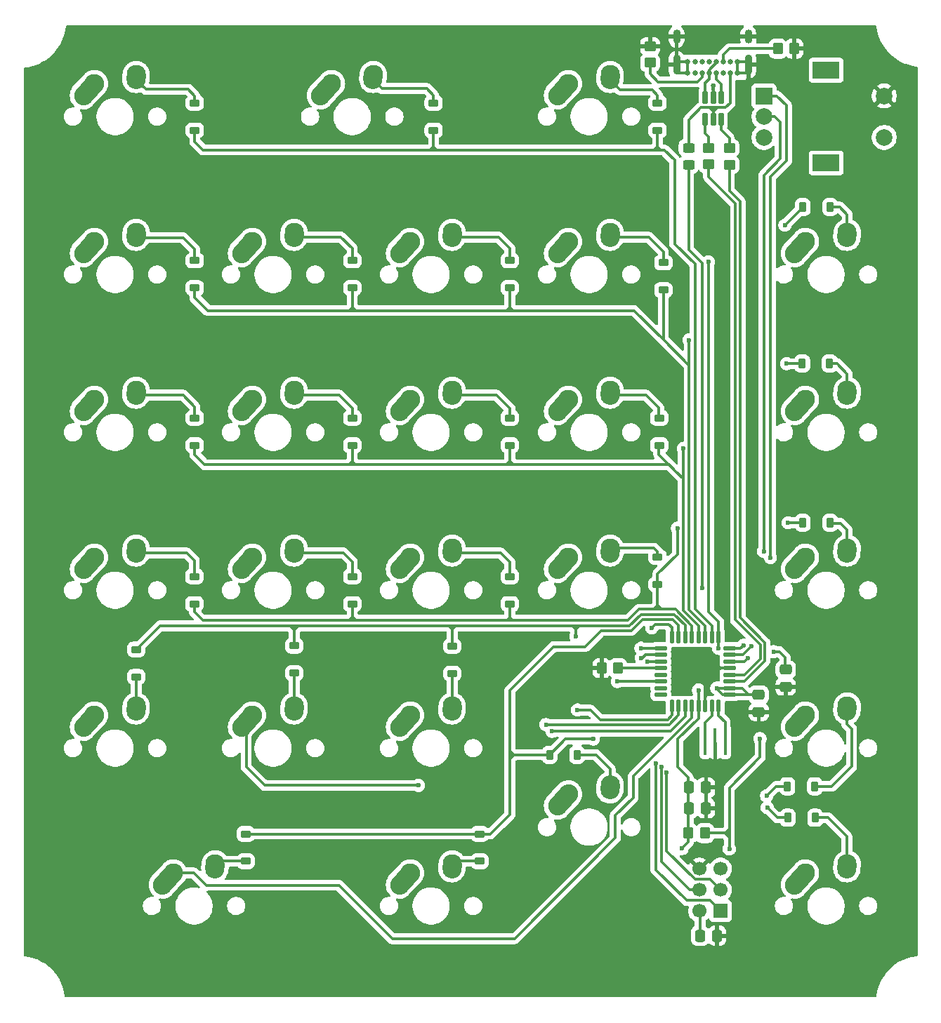
<source format=gbr>
%TF.GenerationSoftware,KiCad,Pcbnew,9.0.2*%
%TF.CreationDate,2025-07-25T12:30:51-06:00*%
%TF.ProjectId,keypadV2-compact,6b657970-6164-4563-922d-636f6d706163,rev?*%
%TF.SameCoordinates,Original*%
%TF.FileFunction,Copper,L2,Bot*%
%TF.FilePolarity,Positive*%
%FSLAX46Y46*%
G04 Gerber Fmt 4.6, Leading zero omitted, Abs format (unit mm)*
G04 Created by KiCad (PCBNEW 9.0.2) date 2025-07-25 12:30:51*
%MOMM*%
%LPD*%
G01*
G04 APERTURE LIST*
G04 Aperture macros list*
%AMRoundRect*
0 Rectangle with rounded corners*
0 $1 Rounding radius*
0 $2 $3 $4 $5 $6 $7 $8 $9 X,Y pos of 4 corners*
0 Add a 4 corners polygon primitive as box body*
4,1,4,$2,$3,$4,$5,$6,$7,$8,$9,$2,$3,0*
0 Add four circle primitives for the rounded corners*
1,1,$1+$1,$2,$3*
1,1,$1+$1,$4,$5*
1,1,$1+$1,$6,$7*
1,1,$1+$1,$8,$9*
0 Add four rect primitives between the rounded corners*
20,1,$1+$1,$2,$3,$4,$5,0*
20,1,$1+$1,$4,$5,$6,$7,0*
20,1,$1+$1,$6,$7,$8,$9,0*
20,1,$1+$1,$8,$9,$2,$3,0*%
%AMHorizOval*
0 Thick line with rounded ends*
0 $1 width*
0 $2 $3 position (X,Y) of the first rounded end (center of the circle)*
0 $4 $5 position (X,Y) of the second rounded end (center of the circle)*
0 Add line between two ends*
20,1,$1,$2,$3,$4,$5,0*
0 Add two circle primitives to create the rounded ends*
1,1,$1,$2,$3*
1,1,$1,$4,$5*%
G04 Aperture macros list end*
%TA.AperFunction,ComponentPad*%
%ADD10HorizOval,2.300000X0.655008X0.729993X-0.655008X-0.729993X0*%
%TD*%
%TA.AperFunction,ComponentPad*%
%ADD11C,2.300000*%
%TD*%
%TA.AperFunction,ComponentPad*%
%ADD12HorizOval,2.300000X0.020004X0.290000X-0.020004X-0.290000X0*%
%TD*%
%TA.AperFunction,ComponentPad*%
%ADD13R,1.700000X1.700000*%
%TD*%
%TA.AperFunction,ComponentPad*%
%ADD14C,1.700000*%
%TD*%
%TA.AperFunction,ComponentPad*%
%ADD15R,2.000000X2.000000*%
%TD*%
%TA.AperFunction,ComponentPad*%
%ADD16C,2.000000*%
%TD*%
%TA.AperFunction,ComponentPad*%
%ADD17R,3.200000X2.000000*%
%TD*%
%TA.AperFunction,SMDPad,CuDef*%
%ADD18RoundRect,0.225000X0.375000X-0.225000X0.375000X0.225000X-0.375000X0.225000X-0.375000X-0.225000X0*%
%TD*%
%TA.AperFunction,SMDPad,CuDef*%
%ADD19RoundRect,0.250000X-0.350000X-0.450000X0.350000X-0.450000X0.350000X0.450000X-0.350000X0.450000X0*%
%TD*%
%TA.AperFunction,SMDPad,CuDef*%
%ADD20RoundRect,0.250000X-0.450000X0.350000X-0.450000X-0.350000X0.450000X-0.350000X0.450000X0.350000X0*%
%TD*%
%TA.AperFunction,SMDPad,CuDef*%
%ADD21RoundRect,0.137500X0.137500X-0.600000X0.137500X0.600000X-0.137500X0.600000X-0.137500X-0.600000X0*%
%TD*%
%TA.AperFunction,SMDPad,CuDef*%
%ADD22RoundRect,0.137500X0.600000X-0.137500X0.600000X0.137500X-0.600000X0.137500X-0.600000X-0.137500X0*%
%TD*%
%TA.AperFunction,SMDPad,CuDef*%
%ADD23RoundRect,0.225000X-0.225000X-0.375000X0.225000X-0.375000X0.225000X0.375000X-0.225000X0.375000X0*%
%TD*%
%TA.AperFunction,SMDPad,CuDef*%
%ADD24RoundRect,0.225000X-0.375000X0.225000X-0.375000X-0.225000X0.375000X-0.225000X0.375000X0.225000X0*%
%TD*%
%TA.AperFunction,SMDPad,CuDef*%
%ADD25RoundRect,0.250000X0.450000X-0.350000X0.450000X0.350000X-0.450000X0.350000X-0.450000X-0.350000X0*%
%TD*%
%TA.AperFunction,ComponentPad*%
%ADD26C,0.650000*%
%TD*%
%TA.AperFunction,ComponentPad*%
%ADD27O,0.900000X1.700000*%
%TD*%
%TA.AperFunction,ComponentPad*%
%ADD28O,0.900000X2.400000*%
%TD*%
%TA.AperFunction,SMDPad,CuDef*%
%ADD29RoundRect,0.250000X-0.475000X0.337500X-0.475000X-0.337500X0.475000X-0.337500X0.475000X0.337500X0*%
%TD*%
%TA.AperFunction,SMDPad,CuDef*%
%ADD30RoundRect,0.250000X0.450000X-0.325000X0.450000X0.325000X-0.450000X0.325000X-0.450000X-0.325000X0*%
%TD*%
%TA.AperFunction,SMDPad,CuDef*%
%ADD31RoundRect,0.250000X-0.337500X-0.475000X0.337500X-0.475000X0.337500X0.475000X-0.337500X0.475000X0*%
%TD*%
%TA.AperFunction,SMDPad,CuDef*%
%ADD32RoundRect,0.162500X-0.162500X0.617500X-0.162500X-0.617500X0.162500X-0.617500X0.162500X0.617500X0*%
%TD*%
%TA.AperFunction,SMDPad,CuDef*%
%ADD33R,0.400000X3.200000*%
%TD*%
%TA.AperFunction,ViaPad*%
%ADD34C,0.600000*%
%TD*%
%TA.AperFunction,Conductor*%
%ADD35C,0.304800*%
%TD*%
%TA.AperFunction,Conductor*%
%ADD36C,0.800000*%
%TD*%
G04 APERTURE END LIST*
D10*
%TO.P,S10,1*%
%TO.N,/col3*%
X119400008Y-168180007D03*
D11*
X120055000Y-167450000D03*
D12*
%TO.P,S10,2*%
%TO.N,Net-(D10-A)*%
X125075004Y-166660000D03*
D11*
X125095000Y-166370000D03*
%TD*%
D10*
%TO.P,S11,1*%
%TO.N,/col4*%
X138450008Y-168180007D03*
D11*
X139105000Y-167450000D03*
D12*
%TO.P,S11,2*%
%TO.N,Net-(D11-A)*%
X144125004Y-166660000D03*
D11*
X144145000Y-166370000D03*
%TD*%
D10*
%TO.P,S9,1*%
%TO.N,/col2*%
X100350008Y-168180007D03*
D11*
X101005000Y-167450000D03*
D12*
%TO.P,S9,2*%
%TO.N,Net-(D9-A)*%
X106025004Y-166660000D03*
D11*
X106045000Y-166370000D03*
%TD*%
D10*
%TO.P,S16,1*%
%TO.N,/col1*%
X81300008Y-206280007D03*
D11*
X81955000Y-205550000D03*
D12*
%TO.P,S16,2*%
%TO.N,Net-(D16-A)*%
X86975004Y-204760000D03*
D11*
X86995000Y-204470000D03*
%TD*%
D10*
%TO.P,S12,1*%
%TO.N,/col1*%
X81300008Y-187230007D03*
D11*
X81955000Y-186500000D03*
D12*
%TO.P,S12,2*%
%TO.N,Net-(D12-A)*%
X86975004Y-185710000D03*
D11*
X86995000Y-185420000D03*
%TD*%
D10*
%TO.P,S19,1*%
%TO.N,/col4*%
X138450008Y-215805007D03*
D11*
X139105000Y-215075000D03*
D12*
%TO.P,S19,2*%
%TO.N,Net-(D19-A)*%
X144125004Y-214285000D03*
D11*
X144145000Y-213995000D03*
%TD*%
D10*
%TO.P,S25,1*%
%TO.N,/col5*%
X167025008Y-206280007D03*
D11*
X167680000Y-205550000D03*
D12*
%TO.P,S25,2*%
%TO.N,Net-(D25-A)*%
X172700004Y-204760000D03*
D11*
X172720000Y-204470000D03*
%TD*%
D10*
%TO.P,S7,1*%
%TO.N,/col4*%
X138450008Y-149130007D03*
D11*
X139105000Y-148400000D03*
D12*
%TO.P,S7,2*%
%TO.N,Net-(D7-A)*%
X144125004Y-147610000D03*
D11*
X144145000Y-147320000D03*
%TD*%
D13*
%TO.P,J2,1,MISO*%
%TO.N,MISO*%
X157455000Y-229190000D03*
D14*
%TO.P,J2,2,VCC*%
%TO.N,+5V*%
X154915000Y-229190000D03*
%TO.P,J2,3,SCK*%
%TO.N,SCK*%
X157455000Y-226650000D03*
%TO.P,J2,4,MOSI*%
%TO.N,MOSI*%
X154915000Y-226650000D03*
%TO.P,J2,5,~{RST}*%
%TO.N,RESET*%
X157455000Y-224110000D03*
%TO.P,J2,6,GND*%
%TO.N,GND*%
X154915000Y-224110000D03*
%TD*%
D10*
%TO.P,S18,1*%
%TO.N,/col3*%
X119400008Y-206280007D03*
D11*
X120055000Y-205550000D03*
D12*
%TO.P,S18,2*%
%TO.N,Net-(D18-A)*%
X125075004Y-204760000D03*
D11*
X125095000Y-204470000D03*
%TD*%
D10*
%TO.P,S23,1*%
%TO.N,/col5*%
X167025008Y-168180007D03*
D11*
X167680000Y-167450000D03*
D12*
%TO.P,S23,2*%
%TO.N,Net-(D23-A)*%
X172700004Y-166660000D03*
D11*
X172720000Y-166370000D03*
%TD*%
D10*
%TO.P,S5,1*%
%TO.N,/col2*%
X100350008Y-149130007D03*
D11*
X101005000Y-148400000D03*
D12*
%TO.P,S5,2*%
%TO.N,Net-(D5-A)*%
X106025004Y-147610000D03*
D11*
X106045000Y-147320000D03*
%TD*%
D10*
%TO.P,S8,1*%
%TO.N,/col1*%
X81300008Y-168180007D03*
D11*
X81955000Y-167450000D03*
D12*
%TO.P,S8,2*%
%TO.N,Net-(D8-A)*%
X86975004Y-166660000D03*
D11*
X86995000Y-166370000D03*
%TD*%
D10*
%TO.P,S26,1*%
%TO.N,/col5*%
X167025008Y-225330007D03*
D11*
X167680000Y-224600000D03*
D12*
%TO.P,S26,2*%
%TO.N,Net-(D26-A)*%
X172700004Y-223810000D03*
D11*
X172720000Y-223520000D03*
%TD*%
D10*
%TO.P,S13,1*%
%TO.N,/col2*%
X100350008Y-187230007D03*
D11*
X101005000Y-186500000D03*
D12*
%TO.P,S13,2*%
%TO.N,Net-(D13-A)*%
X106025004Y-185710000D03*
D11*
X106045000Y-185420000D03*
%TD*%
D15*
%TO.P,SW2,A,A*%
%TO.N,/ENC_A*%
X162680000Y-130850000D03*
D16*
%TO.P,SW2,B,B*%
%TO.N,/ENC_B*%
X162680000Y-135850000D03*
%TO.P,SW2,C,C*%
%TO.N,/ENC_C*%
X162680000Y-133350000D03*
D17*
%TO.P,SW2,MP*%
%TO.N,N/C*%
X170180000Y-127750000D03*
X170180000Y-138950000D03*
D16*
%TO.P,SW2,S1,S1*%
%TO.N,RESET*%
X177180000Y-135850000D03*
%TO.P,SW2,S2,S2*%
%TO.N,GND*%
X177180000Y-130850000D03*
%TD*%
D10*
%TO.P,S4,1*%
%TO.N,/col1*%
X81300008Y-149130007D03*
D11*
X81955000Y-148400000D03*
D12*
%TO.P,S4,2*%
%TO.N,Net-(D4-A)*%
X86975004Y-147610000D03*
D11*
X86995000Y-147320000D03*
%TD*%
D10*
%TO.P,S1,1*%
%TO.N,/col1*%
X81300008Y-130080007D03*
D11*
X81955000Y-129350000D03*
D12*
%TO.P,S1,2*%
%TO.N,Net-(D1-A)*%
X86975004Y-128560000D03*
D11*
X86995000Y-128270000D03*
%TD*%
D10*
%TO.P,S24,1*%
%TO.N,/col5*%
X167025008Y-187230007D03*
D11*
X167680000Y-186500000D03*
D12*
%TO.P,S24,2*%
%TO.N,Net-(D24-A)*%
X172700004Y-185710000D03*
D11*
X172720000Y-185420000D03*
%TD*%
D10*
%TO.P,S22,1*%
%TO.N,/col5*%
X167025008Y-149130007D03*
D11*
X167680000Y-148400000D03*
D12*
%TO.P,S22,2*%
%TO.N,Net-(D22-A)*%
X172700004Y-147610000D03*
D11*
X172720000Y-147320000D03*
%TD*%
D10*
%TO.P,S2,1*%
%TO.N,/col2*%
X109882008Y-130080007D03*
D11*
X110537000Y-129350000D03*
D12*
%TO.P,S2,2*%
%TO.N,Net-(D2-A)*%
X115557004Y-128560000D03*
D11*
X115577000Y-128270000D03*
%TD*%
D10*
%TO.P,S6,1*%
%TO.N,/col3*%
X119400008Y-149130007D03*
D11*
X120055000Y-148400000D03*
D12*
%TO.P,S6,2*%
%TO.N,Net-(D6-A)*%
X125075004Y-147610000D03*
D11*
X125095000Y-147320000D03*
%TD*%
D10*
%TO.P,S20,1*%
%TO.N,/col1*%
X90825008Y-225330007D03*
D11*
X91480000Y-224600000D03*
D12*
%TO.P,S20,2*%
%TO.N,Net-(D20-A)*%
X96500004Y-223810000D03*
D11*
X96520000Y-223520000D03*
%TD*%
D10*
%TO.P,S15,1*%
%TO.N,/col4*%
X138450008Y-187230007D03*
D11*
X139105000Y-186500000D03*
D12*
%TO.P,S15,2*%
%TO.N,Net-(D15-A)*%
X144125004Y-185710000D03*
D11*
X144145000Y-185420000D03*
%TD*%
D10*
%TO.P,S21,1*%
%TO.N,/col3*%
X119400008Y-225330007D03*
D11*
X120055000Y-224600000D03*
D12*
%TO.P,S21,2*%
%TO.N,Net-(D21-A)*%
X125075004Y-223810000D03*
D11*
X125095000Y-223520000D03*
%TD*%
D10*
%TO.P,S14,1*%
%TO.N,/col3*%
X119400008Y-187230007D03*
D11*
X120055000Y-186500000D03*
D12*
%TO.P,S14,2*%
%TO.N,Net-(D14-A)*%
X125075004Y-185710000D03*
D11*
X125095000Y-185420000D03*
%TD*%
D10*
%TO.P,S17,1*%
%TO.N,/col2*%
X100350008Y-206280007D03*
D11*
X101005000Y-205550000D03*
D12*
%TO.P,S17,2*%
%TO.N,Net-(D17-A)*%
X106025004Y-204760000D03*
D11*
X106045000Y-204470000D03*
%TD*%
D10*
%TO.P,S3,1*%
%TO.N,/col4*%
X138450008Y-130080007D03*
D11*
X139105000Y-129350000D03*
D12*
%TO.P,S3,2*%
%TO.N,Net-(D3-A)*%
X144125004Y-128560000D03*
D11*
X144145000Y-128270000D03*
%TD*%
D18*
%TO.P,D5,1,K*%
%TO.N,/row2*%
X113055000Y-154000000D03*
%TO.P,D5,2,A*%
%TO.N,Net-(D5-A)*%
X113055000Y-150700000D03*
%TD*%
D19*
%TO.P,R6,1*%
%TO.N,GND*%
X143105000Y-199900000D03*
%TO.P,R6,2*%
%TO.N,Net-(U1-~{HWB}{slash}PD7)*%
X145105000Y-199900000D03*
%TD*%
D18*
%TO.P,D12,1,K*%
%TO.N,/row4*%
X94005000Y-192150000D03*
%TO.P,D12,2,A*%
%TO.N,Net-(D12-A)*%
X94005000Y-188850000D03*
%TD*%
D20*
%TO.P,R4,1*%
%TO.N,Net-(R4-Pad1)*%
X158505000Y-137150000D03*
%TO.P,R4,2*%
%TO.N,/D-*%
X158505000Y-139150000D03*
%TD*%
D21*
%TO.P,U1,1,XTAL1*%
%TO.N,Net-(U1-XTAL1)*%
X157205000Y-204462500D03*
%TO.P,U1,2,PC0/XTAL2*%
%TO.N,Net-(U1-PC0{slash}XTAL2)*%
X156405000Y-204462500D03*
%TO.P,U1,3,GND*%
%TO.N,GND*%
X155605000Y-204462500D03*
%TO.P,U1,4,VCC*%
%TO.N,+5V*%
X154805000Y-204462500D03*
%TO.P,U1,5,PC2*%
%TO.N,/col1*%
X154005000Y-204462500D03*
%TO.P,U1,6,PD0*%
%TO.N,/col2*%
X153205000Y-204462500D03*
%TO.P,U1,7,PD1*%
%TO.N,/col3*%
X152405000Y-204462500D03*
%TO.P,U1,8,PD2*%
%TO.N,/col4*%
X151605000Y-204462500D03*
D22*
%TO.P,U1,9,PD3*%
%TO.N,unconnected-(U1-PD3-Pad9)*%
X150242500Y-203100000D03*
%TO.P,U1,10,PD4*%
%TO.N,unconnected-(U1-PD4-Pad10)*%
X150242500Y-202300000D03*
%TO.P,U1,11,PD5*%
%TO.N,/ENC_B*%
X150242500Y-201500000D03*
%TO.P,U1,12,PD6*%
%TO.N,unconnected-(U1-PD6-Pad12)*%
X150242500Y-200700000D03*
%TO.P,U1,13,~{HWB}/PD7*%
%TO.N,Net-(U1-~{HWB}{slash}PD7)*%
X150242500Y-199900000D03*
%TO.P,U1,14,PB0*%
%TO.N,/col5*%
X150242500Y-199100000D03*
%TO.P,U1,15,PB1*%
%TO.N,SCK*%
X150242500Y-198300000D03*
%TO.P,U1,16,PB2*%
%TO.N,MOSI*%
X150242500Y-197500000D03*
D21*
%TO.P,U1,17,PB3*%
%TO.N,MISO*%
X151605000Y-196137500D03*
%TO.P,U1,18,PB4*%
%TO.N,/row6*%
X152405000Y-196137500D03*
%TO.P,U1,19,PB5*%
%TO.N,/row5*%
X153205000Y-196137500D03*
%TO.P,U1,20,PB6*%
%TO.N,/row4*%
X154005000Y-196137500D03*
%TO.P,U1,21,PB7*%
%TO.N,/row3*%
X154805000Y-196137500D03*
%TO.P,U1,22,PC7*%
%TO.N,/row2*%
X155605000Y-196137500D03*
%TO.P,U1,23,PC6*%
%TO.N,/row1*%
X156405000Y-196137500D03*
%TO.P,U1,24,PC1/~{RESET}*%
%TO.N,RESET*%
X157205000Y-196137500D03*
D22*
%TO.P,U1,25,PC5*%
%TO.N,/ENC_C*%
X158567500Y-197500000D03*
%TO.P,U1,26,PC4*%
%TO.N,/ENC_A*%
X158567500Y-198300000D03*
%TO.P,U1,27,UCAP*%
%TO.N,Net-(U1-UCAP)*%
X158567500Y-199100000D03*
%TO.P,U1,28,UGND*%
%TO.N,GND*%
X158567500Y-199900000D03*
%TO.P,U1,29,D+*%
%TO.N,/D+*%
X158567500Y-200700000D03*
%TO.P,U1,30,D-*%
%TO.N,/D-*%
X158567500Y-201500000D03*
%TO.P,U1,31,UVCC*%
%TO.N,+5V*%
X158567500Y-202300000D03*
%TO.P,U1,32,AVCC*%
X158567500Y-203100000D03*
%TD*%
D23*
%TO.P,D24,1,K*%
%TO.N,/row4*%
X167355000Y-182350000D03*
%TO.P,D24,2,A*%
%TO.N,Net-(D24-A)*%
X170655000Y-182350000D03*
%TD*%
D20*
%TO.P,R3,1*%
%TO.N,Net-(R3-Pad1)*%
X156005000Y-137100000D03*
%TO.P,R3,2*%
%TO.N,/D+*%
X156005000Y-139100000D03*
%TD*%
D18*
%TO.P,D6,1,K*%
%TO.N,/row2*%
X132055000Y-154000000D03*
%TO.P,D6,2,A*%
%TO.N,Net-(D6-A)*%
X132055000Y-150700000D03*
%TD*%
D19*
%TO.P,R2,1*%
%TO.N,Net-(J1-CC2)*%
X164355000Y-125150000D03*
%TO.P,R2,2*%
%TO.N,GND*%
X166355000Y-125150000D03*
%TD*%
D18*
%TO.P,D13,1,K*%
%TO.N,/row4*%
X113055000Y-192150000D03*
%TO.P,D13,2,A*%
%TO.N,Net-(D13-A)*%
X113055000Y-188850000D03*
%TD*%
D24*
%TO.P,D18,1,K*%
%TO.N,/row5*%
X125105000Y-197250000D03*
%TO.P,D18,2,A*%
%TO.N,Net-(D18-A)*%
X125105000Y-200550000D03*
%TD*%
D23*
%TO.P,D25,1,K*%
%TO.N,/row5*%
X165505000Y-214150000D03*
%TO.P,D25,2,A*%
%TO.N,Net-(D25-A)*%
X168805000Y-214150000D03*
%TD*%
D25*
%TO.P,R1,1*%
%TO.N,Net-(J1-CC1)*%
X148955000Y-126850000D03*
%TO.P,R1,2*%
%TO.N,GND*%
X148955000Y-124850000D03*
%TD*%
D18*
%TO.P,D7,1,K*%
%TO.N,/row2*%
X150555000Y-154250000D03*
%TO.P,D7,2,A*%
%TO.N,Net-(D7-A)*%
X150555000Y-150950000D03*
%TD*%
%TO.P,D4,1,K*%
%TO.N,/row2*%
X94055000Y-154000000D03*
%TO.P,D4,2,A*%
%TO.N,Net-(D4-A)*%
X94055000Y-150700000D03*
%TD*%
D23*
%TO.P,D26,1,K*%
%TO.N,/row6*%
X165555000Y-217950000D03*
%TO.P,D26,2,A*%
%TO.N,Net-(D26-A)*%
X168855000Y-217950000D03*
%TD*%
D26*
%TO.P,J1,A1,GND*%
%TO.N,GND*%
X153505000Y-128072500D03*
%TO.P,J1,A4,VBUS*%
%TO.N,/VBUS*%
X154355000Y-128072500D03*
%TO.P,J1,A5,CC1*%
%TO.N,Net-(J1-CC1)*%
X155205000Y-128072500D03*
%TO.P,J1,A6,DP1*%
%TO.N,usbD+*%
X156055000Y-128072500D03*
%TO.P,J1,A7,DN1*%
%TO.N,usbD-*%
X156905000Y-128072500D03*
%TO.P,J1,A8,SBU1*%
%TO.N,unconnected-(J1-SBU1-PadA8)*%
X157755000Y-128072500D03*
%TO.P,J1,A9,VBUS__1*%
%TO.N,/VBUS*%
X158605000Y-128072500D03*
%TO.P,J1,A12,GND__1*%
%TO.N,GND*%
X159455000Y-128072500D03*
%TO.P,J1,B1,GND__2*%
X159455000Y-126722500D03*
%TO.P,J1,B4,VBUS__2*%
%TO.N,/VBUS*%
X158605000Y-126722500D03*
%TO.P,J1,B5,CC2*%
%TO.N,Net-(J1-CC2)*%
X157755000Y-126722500D03*
%TO.P,J1,B6,DP2*%
%TO.N,usbD+*%
X156905000Y-126722500D03*
%TO.P,J1,B7,DN2*%
%TO.N,usbD-*%
X156055000Y-126722500D03*
%TO.P,J1,B8,SBU2*%
%TO.N,unconnected-(J1-SBU2-PadB8)*%
X155205000Y-126722500D03*
%TO.P,J1,B9,VBUS__3*%
%TO.N,/VBUS*%
X154355000Y-126722500D03*
%TO.P,J1,B12,GND__3*%
%TO.N,GND*%
X153505000Y-126722500D03*
D27*
%TO.P,J1,S1,SHELL*%
X152155000Y-123712500D03*
%TO.P,J1,S2,SHELL__1*%
X160805000Y-123712500D03*
D28*
%TO.P,J1,S3,SHELL__2*%
X152155000Y-127092500D03*
%TO.P,J1,S4,SHELL__3*%
X160805000Y-127092500D03*
%TD*%
D24*
%TO.P,D20,1,K*%
%TO.N,/row6*%
X100205000Y-219900000D03*
%TO.P,D20,2,A*%
%TO.N,Net-(D20-A)*%
X100205000Y-223200000D03*
%TD*%
D29*
%TO.P,C4,1*%
%TO.N,+5V*%
X162055000Y-203112500D03*
%TO.P,C4,2*%
%TO.N,GND*%
X162055000Y-205187500D03*
%TD*%
D30*
%TO.P,F1,1*%
%TO.N,+5V*%
X153605000Y-139150000D03*
%TO.P,F1,2*%
%TO.N,/VBUS*%
X153605000Y-137100000D03*
%TD*%
D31*
%TO.P,C3,1*%
%TO.N,+5V*%
X153630000Y-216800000D03*
%TO.P,C3,2*%
%TO.N,GND*%
X155705000Y-216800000D03*
%TD*%
D18*
%TO.P,D2,1,K*%
%TO.N,/row1*%
X122855000Y-135000000D03*
%TO.P,D2,2,A*%
%TO.N,Net-(D2-A)*%
X122855000Y-131700000D03*
%TD*%
%TO.P,D8,1,K*%
%TO.N,/row3*%
X94055000Y-173000000D03*
%TO.P,D8,2,A*%
%TO.N,Net-(D8-A)*%
X94055000Y-169700000D03*
%TD*%
D31*
%TO.P,C7,1*%
%TO.N,+5V*%
X154980000Y-232200000D03*
%TO.P,C7,2*%
%TO.N,GND*%
X157055000Y-232200000D03*
%TD*%
D18*
%TO.P,D11,1,K*%
%TO.N,/row3*%
X150055000Y-173000000D03*
%TO.P,D11,2,A*%
%TO.N,Net-(D11-A)*%
X150055000Y-169700000D03*
%TD*%
D23*
%TO.P,D23,1,K*%
%TO.N,/row3*%
X167305000Y-163150000D03*
%TO.P,D23,2,A*%
%TO.N,Net-(D23-A)*%
X170605000Y-163150000D03*
%TD*%
D32*
%TO.P,U2,1,I/O1*%
%TO.N,usbD+*%
X155605000Y-131000000D03*
%TO.P,U2,2,GND*%
%TO.N,GND*%
X156555000Y-131000000D03*
%TO.P,U2,3,I/O2*%
%TO.N,usbD-*%
X157505000Y-131000000D03*
%TO.P,U2,4,I/O2*%
%TO.N,Net-(R4-Pad1)*%
X157505000Y-133700000D03*
%TO.P,U2,5,VBUS*%
%TO.N,/VBUS*%
X156555000Y-133700000D03*
%TO.P,U2,6,I/O1*%
%TO.N,Net-(R3-Pad1)*%
X155605000Y-133700000D03*
%TD*%
D19*
%TO.P,R5,1*%
%TO.N,+5V*%
X153555000Y-219800000D03*
%TO.P,R5,2*%
%TO.N,RESET*%
X155555000Y-219800000D03*
%TD*%
D24*
%TO.P,D21,1,K*%
%TO.N,/row6*%
X128405000Y-219900000D03*
%TO.P,D21,2,A*%
%TO.N,Net-(D21-A)*%
X128405000Y-223200000D03*
%TD*%
D18*
%TO.P,D10,1,K*%
%TO.N,/row3*%
X132055000Y-173000000D03*
%TO.P,D10,2,A*%
%TO.N,Net-(D10-A)*%
X132055000Y-169700000D03*
%TD*%
%TO.P,D14,1,K*%
%TO.N,/row4*%
X132055000Y-192150000D03*
%TO.P,D14,2,A*%
%TO.N,Net-(D14-A)*%
X132055000Y-188850000D03*
%TD*%
D24*
%TO.P,D16,1,K*%
%TO.N,/row5*%
X87005000Y-197650000D03*
%TO.P,D16,2,A*%
%TO.N,Net-(D16-A)*%
X87005000Y-200950000D03*
%TD*%
D18*
%TO.P,D9,1,K*%
%TO.N,/row3*%
X113055000Y-173000000D03*
%TO.P,D9,2,A*%
%TO.N,Net-(D9-A)*%
X113055000Y-169700000D03*
%TD*%
D23*
%TO.P,D19,1,K*%
%TO.N,/row6*%
X136855000Y-210350000D03*
%TO.P,D19,2,A*%
%TO.N,Net-(D19-A)*%
X140155000Y-210350000D03*
%TD*%
D18*
%TO.P,D15,1,K*%
%TO.N,/row4*%
X149855000Y-189800000D03*
%TO.P,D15,2,A*%
%TO.N,Net-(D15-A)*%
X149855000Y-186500000D03*
%TD*%
%TO.P,D1,1,K*%
%TO.N,/row1*%
X94055000Y-135000000D03*
%TO.P,D1,2,A*%
%TO.N,Net-(D1-A)*%
X94055000Y-131700000D03*
%TD*%
D33*
%TO.P,Y1,1,1*%
%TO.N,Net-(U1-XTAL1)*%
X158005000Y-208750000D03*
%TO.P,Y1,2,2*%
%TO.N,GND*%
X156805000Y-208750000D03*
%TO.P,Y1,3,3*%
%TO.N,Net-(U1-PC0{slash}XTAL2)*%
X155605000Y-208750000D03*
%TD*%
D23*
%TO.P,D22,1,K*%
%TO.N,/row2*%
X167355000Y-144250000D03*
%TO.P,D22,2,A*%
%TO.N,Net-(D22-A)*%
X170655000Y-144250000D03*
%TD*%
D18*
%TO.P,D3,1,K*%
%TO.N,/row1*%
X149855000Y-135000000D03*
%TO.P,D3,2,A*%
%TO.N,Net-(D3-A)*%
X149855000Y-131700000D03*
%TD*%
D31*
%TO.P,C2,1*%
%TO.N,+5V*%
X153630000Y-214300000D03*
%TO.P,C2,2*%
%TO.N,GND*%
X155705000Y-214300000D03*
%TD*%
D24*
%TO.P,D17,1,K*%
%TO.N,/row5*%
X106055000Y-197200000D03*
%TO.P,D17,2,A*%
%TO.N,Net-(D17-A)*%
X106055000Y-200500000D03*
%TD*%
D29*
%TO.P,C6,1*%
%TO.N,Net-(U1-UCAP)*%
X165305000Y-200050000D03*
%TO.P,C6,2*%
%TO.N,GND*%
X165305000Y-202125000D03*
%TD*%
D34*
%TO.N,GND*%
X154455000Y-221850000D03*
X156555000Y-129600000D03*
X152705000Y-201600000D03*
X152355000Y-134650000D03*
X157605000Y-212450000D03*
X159655000Y-208700000D03*
X157655000Y-164950000D03*
X154005000Y-210300000D03*
X136855000Y-200300000D03*
X160155000Y-135000000D03*
X155955000Y-212450000D03*
X142755000Y-197650000D03*
X161255000Y-183750000D03*
X157855000Y-181000000D03*
X161255000Y-146750000D03*
X155205000Y-142750000D03*
X157655000Y-152550000D03*
X133605000Y-204800000D03*
X157705000Y-147950000D03*
X136955000Y-204800000D03*
X157655000Y-161350000D03*
X161255000Y-152550000D03*
X152355000Y-131250000D03*
X156455000Y-221850000D03*
X154005000Y-208700000D03*
X159655000Y-210300000D03*
X161355000Y-180950000D03*
X156330000Y-200525000D03*
X161255000Y-164950000D03*
X161255000Y-161350000D03*
X152705000Y-198800000D03*
X157905000Y-183750000D03*
X160255000Y-131200000D03*
%TO.N,+5V*%
X154805000Y-202550000D03*
X155255000Y-190200000D03*
X157005000Y-202300000D03*
X152805000Y-221650000D03*
%TO.N,/row2*%
X153652600Y-160300000D03*
X165205000Y-146450000D03*
%TO.N,/row3*%
X165405000Y-163150000D03*
X152952600Y-173400000D03*
%TO.N,/row4*%
X152252600Y-183000000D03*
X165605000Y-182350000D03*
%TO.N,/row5*%
X140005000Y-196050000D03*
X163005000Y-215300000D03*
%TO.N,/row6*%
X142105000Y-208450000D03*
X163080000Y-216725000D03*
%TO.N,RESET*%
X158505000Y-221700000D03*
X162205000Y-208400000D03*
X155983328Y-150878328D03*
X157205000Y-197500000D03*
%TO.N,MISO*%
X149655000Y-211350000D03*
X149155000Y-195050000D03*
%TO.N,MOSI*%
X150307400Y-211850000D03*
X147855000Y-197500000D03*
%TO.N,SCK*%
X150959800Y-212470492D03*
X147903740Y-198649186D03*
%TO.N,/col2*%
X137155000Y-207511600D03*
X121005000Y-214050000D03*
%TO.N,/col4*%
X140205000Y-204950000D03*
%TO.N,/col3*%
X136405000Y-206700000D03*
%TO.N,/col5*%
X148655000Y-199100000D03*
%TO.N,Net-(U1-UCAP)*%
X160777561Y-198652080D03*
X163855000Y-197900000D03*
%TO.N,/ENC_A*%
X163455000Y-186550000D03*
X161190972Y-197245324D03*
%TO.N,/ENC_C*%
X160205000Y-197150000D03*
X162655000Y-185800000D03*
%TO.N,/ENC_B*%
X145005000Y-201500000D03*
%TD*%
D35*
%TO.N,Net-(D16-A)*%
X86995000Y-200960000D02*
X87005000Y-200950000D01*
X86995000Y-204470000D02*
X86995000Y-200960000D01*
%TO.N,/row5*%
X89855000Y-194800000D02*
X101905000Y-194800000D01*
X87005000Y-197650000D02*
X89855000Y-194800000D01*
X101905000Y-194800000D02*
X105605000Y-194800000D01*
%TO.N,Net-(D1-A)*%
X94055000Y-131625000D02*
X94055000Y-130850000D01*
X94055000Y-130850000D02*
X93255000Y-130050000D01*
X88155000Y-130050000D02*
X86955000Y-128850000D01*
X93255000Y-130050000D02*
X88155000Y-130050000D01*
%TO.N,Net-(D2-A)*%
X116637000Y-129950000D02*
X115537000Y-128850000D01*
X122855000Y-131625000D02*
X122855000Y-130750000D01*
X122855000Y-130750000D02*
X122055000Y-129950000D01*
X122055000Y-129950000D02*
X116637000Y-129950000D01*
%TO.N,Net-(D3-A)*%
X149855000Y-130750000D02*
X149855000Y-131700000D01*
X144105000Y-128850000D02*
X145355000Y-130100000D01*
X149205000Y-130100000D02*
X149855000Y-130750000D01*
X145355000Y-130100000D02*
X149205000Y-130100000D01*
%TO.N,Net-(D4-A)*%
X87005000Y-147950000D02*
X86955000Y-147900000D01*
X92655000Y-147950000D02*
X94055000Y-149350000D01*
X94055000Y-149350000D02*
X94055000Y-150700000D01*
X92655000Y-147950000D02*
X87005000Y-147950000D01*
%TO.N,Net-(D5-A)*%
X106030000Y-147875000D02*
X106005000Y-147900000D01*
X113055000Y-149275000D02*
X113055000Y-150625000D01*
X111655000Y-147875000D02*
X106030000Y-147875000D01*
X111655000Y-147875000D02*
X113055000Y-149275000D01*
%TO.N,Net-(D6-A)*%
X130655000Y-147875000D02*
X125080000Y-147875000D01*
X130655000Y-147875000D02*
X132055000Y-149275000D01*
X125080000Y-147875000D02*
X125055000Y-147900000D01*
X132055000Y-149275000D02*
X132055000Y-150625000D01*
%TO.N,Net-(D7-A)*%
X150555000Y-149650000D02*
X150555000Y-150950000D01*
X144105000Y-147900000D02*
X148805000Y-147900000D01*
X148805000Y-147900000D02*
X150555000Y-149650000D01*
%TO.N,Net-(D8-A)*%
X92655000Y-166950000D02*
X94055000Y-168350000D01*
X94055000Y-168350000D02*
X94055000Y-169700000D01*
X86955000Y-166950000D02*
X92655000Y-166950000D01*
%TO.N,Net-(D9-A)*%
X106005000Y-166950000D02*
X111455000Y-166950000D01*
X111455000Y-166950000D02*
X113055000Y-168550000D01*
X113055000Y-168550000D02*
X113055000Y-169700000D01*
%TO.N,Net-(D10-A)*%
X125055000Y-166950000D02*
X130455000Y-166950000D01*
X130455000Y-166950000D02*
X132055000Y-168550000D01*
X132055000Y-168550000D02*
X132055000Y-169700000D01*
%TO.N,Net-(D11-A)*%
X150005000Y-168500000D02*
X150005000Y-169700000D01*
X148455000Y-166950000D02*
X150005000Y-168500000D01*
X144105000Y-166950000D02*
X148455000Y-166950000D01*
%TO.N,Net-(D12-A)*%
X94005000Y-186900000D02*
X94005000Y-188850000D01*
X93105000Y-186000000D02*
X94005000Y-186900000D01*
X86955000Y-186000000D02*
X93105000Y-186000000D01*
%TO.N,Net-(D13-A)*%
X106005000Y-186000000D02*
X112005000Y-186000000D01*
X112005000Y-186000000D02*
X113055000Y-187050000D01*
X113055000Y-187050000D02*
X113055000Y-188850000D01*
%TO.N,Net-(D14-A)*%
X132055000Y-187100000D02*
X132055000Y-188850000D01*
X130955000Y-186000000D02*
X132055000Y-187100000D01*
X125055000Y-186000000D02*
X130955000Y-186000000D01*
%TO.N,Net-(D15-A)*%
X149855000Y-186500000D02*
X149855000Y-185850000D01*
X149425000Y-185420000D02*
X144145000Y-185420000D01*
X149855000Y-185850000D02*
X149425000Y-185420000D01*
%TO.N,Net-(D17-A)*%
X106045000Y-204470000D02*
X106045000Y-200510000D01*
X106045000Y-200510000D02*
X106055000Y-200500000D01*
%TO.N,Net-(D18-A)*%
X125095000Y-200560000D02*
X125105000Y-200550000D01*
X125095000Y-204470000D02*
X125095000Y-200560000D01*
%TO.N,Net-(D19-A)*%
X144145000Y-213995000D02*
X144145000Y-212060000D01*
X142455000Y-210350000D02*
X140155000Y-210350000D01*
X142455000Y-210370000D02*
X144145000Y-212060000D01*
X142455000Y-210350000D02*
X142455000Y-210370000D01*
%TO.N,Net-(D20-A)*%
X96840000Y-223200000D02*
X100205000Y-223200000D01*
X96520000Y-223520000D02*
X96840000Y-223200000D01*
%TO.N,Net-(D21-A)*%
X125415000Y-223200000D02*
X128405000Y-223200000D01*
X125095000Y-223520000D02*
X125415000Y-223200000D01*
%TO.N,Net-(D22-A)*%
X172720000Y-145140000D02*
X171830000Y-144250000D01*
D36*
X172720000Y-147860000D02*
X172680000Y-147900000D01*
D35*
X172720000Y-147320000D02*
X172720000Y-145140000D01*
X171830000Y-144250000D02*
X170655000Y-144250000D01*
%TO.N,Net-(D23-A)*%
X172720000Y-166370000D02*
X172720000Y-164365000D01*
X171505000Y-163150000D02*
X170605000Y-163150000D01*
X172720000Y-164365000D02*
X171505000Y-163150000D01*
%TO.N,Net-(D24-A)*%
X172720000Y-185420000D02*
X172720000Y-183215000D01*
X172720000Y-183215000D02*
X171905000Y-182400000D01*
X171905000Y-182400000D02*
X170805000Y-182400000D01*
%TO.N,Net-(D25-A)*%
X170855000Y-214150000D02*
X168805000Y-214150000D01*
X172680000Y-206675000D02*
X173255000Y-207250000D01*
X172680000Y-205050000D02*
X172680000Y-206675000D01*
X173255000Y-211750000D02*
X170855000Y-214150000D01*
X173255000Y-207250000D02*
X173255000Y-211750000D01*
%TO.N,GND*%
X153505000Y-126722500D02*
X153505000Y-128072500D01*
X158567500Y-199900000D02*
X156955000Y-199900000D01*
X160435000Y-126722500D02*
X160805000Y-127092500D01*
X153505000Y-126722500D02*
X152525000Y-126722500D01*
X159455000Y-128072500D02*
X159455000Y-126722500D01*
X156555000Y-131000000D02*
X156555000Y-129600000D01*
X152525000Y-126722500D02*
X152155000Y-127092500D01*
X159455000Y-126722500D02*
X160435000Y-126722500D01*
X153505000Y-128072500D02*
X152155000Y-128072500D01*
X155605000Y-201250000D02*
X155605000Y-204462500D01*
X156330000Y-200525000D02*
X155605000Y-201250000D01*
X156955000Y-199900000D02*
X156330000Y-200525000D01*
X152155000Y-128072500D02*
X152155000Y-127092500D01*
X159455000Y-128072500D02*
X160805000Y-128072500D01*
X160805000Y-128072500D02*
X160805000Y-127092500D01*
%TO.N,Net-(J1-CC2)*%
X158505000Y-125150000D02*
X164355000Y-125150000D01*
X157755000Y-126650000D02*
X157755000Y-125900000D01*
X157755000Y-125900000D02*
X158505000Y-125150000D01*
%TO.N,Net-(J1-CC1)*%
X155205000Y-128000000D02*
X155205000Y-128600000D01*
X154655000Y-129150000D02*
X149930000Y-129150000D01*
X148955000Y-128175000D02*
X148955000Y-126850000D01*
X155205000Y-128600000D02*
X154655000Y-129150000D01*
X149930000Y-129150000D02*
X148955000Y-128175000D01*
%TO.N,+5V*%
X153555000Y-220900000D02*
X153555000Y-213100000D01*
X154980000Y-229255000D02*
X154915000Y-229190000D01*
X158567500Y-203100000D02*
X160855000Y-203100000D01*
X155255000Y-190200000D02*
X155255000Y-151050000D01*
X152305000Y-211850000D02*
X152305000Y-208465310D01*
X157005000Y-202300000D02*
X158567500Y-202300000D01*
X153605000Y-139150000D02*
X153605000Y-149400000D01*
X157005000Y-202300000D02*
X157005000Y-202400000D01*
X157005000Y-202400000D02*
X157705000Y-203100000D01*
X153605000Y-149400000D02*
X155255000Y-151050000D01*
X154980000Y-232200000D02*
X154980000Y-229255000D01*
X152305000Y-208465310D02*
X154805000Y-205965310D01*
X157705000Y-203100000D02*
X158567500Y-203100000D01*
X158567500Y-202300000D02*
X160055000Y-202300000D01*
X158580000Y-203112500D02*
X158567500Y-203100000D01*
X152805000Y-221650000D02*
X153555000Y-220900000D01*
X162055000Y-203112500D02*
X158580000Y-203112500D01*
X160055000Y-202300000D02*
X160855000Y-203100000D01*
X154805000Y-205965310D02*
X154805000Y-204462500D01*
X154805000Y-202550000D02*
X154805000Y-204462500D01*
X153555000Y-213100000D02*
X152305000Y-211850000D01*
%TO.N,/row1*%
X122455000Y-137350000D02*
X122855000Y-137350000D01*
X149455000Y-137350000D02*
X149855000Y-137350000D01*
X122855000Y-136950000D02*
X122855000Y-137350000D01*
X94055000Y-136350000D02*
X95055000Y-137350000D01*
X151905000Y-148700000D02*
X154355000Y-151150000D01*
X122855000Y-135000000D02*
X122855000Y-136950000D01*
X149855000Y-135000000D02*
X149855000Y-136950000D01*
X156405000Y-194805920D02*
X156405000Y-196137500D01*
X122855000Y-136950000D02*
X122455000Y-137350000D01*
X150255000Y-137350000D02*
X150655000Y-137350000D01*
X94055000Y-135000000D02*
X94055000Y-136350000D01*
X149855000Y-136950000D02*
X149855000Y-137350000D01*
X154355000Y-151150000D02*
X154355000Y-192755920D01*
X150655000Y-137350000D02*
X151905000Y-138600000D01*
X95055000Y-137350000D02*
X122455000Y-137350000D01*
X151905000Y-138600000D02*
X151905000Y-148700000D01*
X122855000Y-136950000D02*
X123255000Y-137350000D01*
X149855000Y-136950000D02*
X150255000Y-137350000D01*
X149855000Y-137350000D02*
X150255000Y-137350000D01*
X122855000Y-137350000D02*
X123255000Y-137350000D01*
X154355000Y-192755920D02*
X156405000Y-194805920D01*
X123255000Y-137350000D02*
X149455000Y-137350000D01*
X149455000Y-137350000D02*
X149855000Y-136950000D01*
%TO.N,/row2*%
X132055000Y-156750000D02*
X132455000Y-156750000D01*
X167355000Y-144300000D02*
X165205000Y-146450000D01*
X132055000Y-156350000D02*
X132055000Y-156750000D01*
X94055000Y-155150000D02*
X95655000Y-156750000D01*
X150555000Y-154250000D02*
X150555000Y-160250000D01*
X155605000Y-194791940D02*
X155605000Y-196137500D01*
X113055000Y-156350000D02*
X113055000Y-156750000D01*
X112655000Y-156750000D02*
X113055000Y-156750000D01*
X153655000Y-163650000D02*
X153655000Y-192841940D01*
X112655000Y-156750000D02*
X113055000Y-156350000D01*
X113055000Y-156750000D02*
X113455000Y-156750000D01*
X132055000Y-156350000D02*
X132455000Y-156750000D01*
X150555000Y-160250000D02*
X150655000Y-160350000D01*
X150655000Y-160350000D02*
X153652600Y-163347600D01*
X94055000Y-154000000D02*
X94055000Y-155150000D01*
X153652600Y-163347600D02*
X153652600Y-163647600D01*
X153652600Y-160300000D02*
X153652600Y-163647600D01*
X147055000Y-156750000D02*
X150655000Y-160350000D01*
X113055000Y-154000000D02*
X113055000Y-156350000D01*
X153652600Y-163647600D02*
X153655000Y-163650000D01*
X131655000Y-156750000D02*
X132055000Y-156750000D01*
X153655000Y-192841940D02*
X155605000Y-194791940D01*
X95655000Y-156750000D02*
X112655000Y-156750000D01*
X167355000Y-144250000D02*
X167355000Y-144300000D01*
X132055000Y-154000000D02*
X132055000Y-156350000D01*
X113055000Y-156350000D02*
X113455000Y-156750000D01*
X131655000Y-156750000D02*
X132055000Y-156350000D01*
X132455000Y-156750000D02*
X147055000Y-156750000D01*
X113455000Y-156750000D02*
X131655000Y-156750000D01*
X153655000Y-163350000D02*
X153655000Y-163650000D01*
%TO.N,/row3*%
X132055000Y-174950000D02*
X131655000Y-175350000D01*
X152955000Y-177050000D02*
X152955000Y-173402400D01*
X132055000Y-175350000D02*
X132455000Y-175350000D01*
X113455000Y-175350000D02*
X113055000Y-174950000D01*
X132455000Y-175350000D02*
X151255000Y-175350000D01*
X150005000Y-173000000D02*
X150005000Y-174100000D01*
X131655000Y-175350000D02*
X132055000Y-175350000D01*
X113055000Y-174950000D02*
X113055000Y-175350000D01*
X112655000Y-175350000D02*
X113055000Y-175350000D01*
X151955000Y-176050000D02*
X152955000Y-177050000D01*
X152955000Y-177050000D02*
X152955000Y-192927960D01*
X154805000Y-194777960D02*
X154805000Y-196137500D01*
X113055000Y-175350000D02*
X113455000Y-175350000D01*
X95255000Y-175350000D02*
X112655000Y-175350000D01*
X112655000Y-175350000D02*
X113055000Y-174950000D01*
X132055000Y-173000000D02*
X132055000Y-174950000D01*
X94055000Y-174150000D02*
X95255000Y-175350000D01*
X152955000Y-173402400D02*
X152952600Y-173400000D01*
X150005000Y-174100000D02*
X151955000Y-176050000D01*
X132455000Y-175350000D02*
X132055000Y-174950000D01*
X113455000Y-175350000D02*
X131655000Y-175350000D01*
X151255000Y-175350000D02*
X151955000Y-176050000D01*
X94055000Y-173000000D02*
X94055000Y-174150000D01*
X132055000Y-174950000D02*
X132055000Y-175350000D01*
X167305000Y-163150000D02*
X165405000Y-163150000D01*
X152955000Y-192927960D02*
X154805000Y-194777960D01*
X113055000Y-173000000D02*
X113055000Y-174950000D01*
%TO.N,/row4*%
X132055000Y-194100000D02*
X132355000Y-194100000D01*
X112655000Y-194100000D02*
X95005000Y-194100000D01*
X113055000Y-193650000D02*
X113055000Y-194100000D01*
X149855000Y-189800000D02*
X149855000Y-192250000D01*
X149855000Y-192350000D02*
X149405000Y-192800000D01*
X167355000Y-182350000D02*
X165605000Y-182350000D01*
X113055000Y-193700000D02*
X112655000Y-194100000D01*
X132355000Y-194100000D02*
X146305000Y-194100000D01*
X149405000Y-192800000D02*
X149855000Y-192800000D01*
X113455000Y-194100000D02*
X131755000Y-194100000D01*
X113055000Y-194100000D02*
X113455000Y-194100000D01*
X154005000Y-194763980D02*
X154005000Y-196137500D01*
X113055000Y-193700000D02*
X113455000Y-194100000D01*
X132055000Y-193800000D02*
X131755000Y-194100000D01*
X147605000Y-192800000D02*
X149405000Y-192800000D01*
X149855000Y-188550000D02*
X149855000Y-189800000D01*
X132055000Y-193750000D02*
X132055000Y-194100000D01*
X132055000Y-193800000D02*
X132355000Y-194100000D01*
X94005000Y-193100000D02*
X94005000Y-192150000D01*
X132055000Y-193750000D02*
X132055000Y-193800000D01*
X146305000Y-194100000D02*
X147605000Y-192800000D01*
X113055000Y-192150000D02*
X113055000Y-193650000D01*
X149855000Y-192250000D02*
X149855000Y-192350000D01*
X112655000Y-194100000D02*
X113055000Y-194100000D01*
X113055000Y-193650000D02*
X113055000Y-193700000D01*
X149855000Y-192250000D02*
X149855000Y-192800000D01*
X149855000Y-192300000D02*
X150355000Y-192800000D01*
X95005000Y-194100000D02*
X94005000Y-193100000D01*
X149855000Y-192800000D02*
X150355000Y-192800000D01*
X152252600Y-183000000D02*
X152252600Y-186152400D01*
X152252600Y-186152400D02*
X149855000Y-188550000D01*
X132055000Y-192150000D02*
X132055000Y-193750000D01*
X149855000Y-192250000D02*
X149855000Y-192300000D01*
X152041020Y-192800000D02*
X154005000Y-194763980D01*
X131755000Y-194100000D02*
X132055000Y-194100000D01*
X150355000Y-192800000D02*
X152041020Y-192800000D01*
%TO.N,Net-(R3-Pad1)*%
X155605000Y-135350000D02*
X156005000Y-135750000D01*
X156005000Y-135750000D02*
X156005000Y-137100000D01*
X155605000Y-133700000D02*
X155605000Y-135350000D01*
%TO.N,Net-(R4-Pad1)*%
X158505000Y-135950000D02*
X158505000Y-137150000D01*
X157505000Y-134950000D02*
X158505000Y-135950000D01*
X157505000Y-133700000D02*
X157505000Y-134950000D01*
%TO.N,/row5*%
X151855000Y-193400000D02*
X147868980Y-193400000D01*
X140005000Y-195250000D02*
X140005000Y-194850000D01*
X140455000Y-194800000D02*
X140655000Y-194800000D01*
X106055000Y-195300000D02*
X106055000Y-194800000D01*
X147868980Y-193400000D02*
X146468980Y-194800000D01*
X164155000Y-214150000D02*
X163005000Y-215300000D01*
X153205000Y-196137500D02*
X153205000Y-194750000D01*
X165505000Y-214150000D02*
X164155000Y-214150000D01*
X105605000Y-194850000D02*
X105605000Y-194800000D01*
X125755000Y-194800000D02*
X125805000Y-194800000D01*
X138705000Y-194800000D02*
X139605000Y-194800000D01*
X125105000Y-195250000D02*
X124655000Y-194800000D01*
X106055000Y-194800000D02*
X106605000Y-194800000D01*
X101752100Y-194802900D02*
X101749200Y-194800000D01*
X140005000Y-194850000D02*
X139955000Y-194800000D01*
X106055000Y-197200000D02*
X106055000Y-195300000D01*
X125805000Y-194800000D02*
X138705000Y-194800000D01*
X106055000Y-195300000D02*
X105605000Y-194850000D01*
X125105000Y-195250000D02*
X125555000Y-194800000D01*
X140005000Y-195250000D02*
X139555000Y-194800000D01*
X139605000Y-194800000D02*
X139955000Y-194800000D01*
X106555000Y-194800000D02*
X125805000Y-194800000D01*
X101749200Y-194800000D02*
X101905000Y-194800000D01*
X146468980Y-194800000D02*
X140655000Y-194800000D01*
X125105000Y-195350000D02*
X125105000Y-195250000D01*
X153205000Y-194750000D02*
X151855000Y-193400000D01*
X140005000Y-196050000D02*
X140005000Y-195250000D01*
X140655000Y-194800000D02*
X138705000Y-194800000D01*
X139555000Y-194800000D02*
X139605000Y-194800000D01*
X125105000Y-197250000D02*
X125105000Y-195350000D01*
X106055000Y-195300000D02*
X106555000Y-194800000D01*
X125105000Y-195350000D02*
X125105000Y-194800000D01*
X140005000Y-195250000D02*
X140455000Y-194800000D01*
X105605000Y-194800000D02*
X106055000Y-194800000D01*
X106555000Y-194800000D02*
X106605000Y-194800000D01*
%TO.N,/row6*%
X132055000Y-210350000D02*
X132055000Y-209800000D01*
X132055000Y-210850000D02*
X132055000Y-210350000D01*
X152405000Y-194750000D02*
X152405000Y-196137500D01*
X137305000Y-197300000D02*
X141105000Y-197300000D01*
X148005000Y-194050000D02*
X151705000Y-194050000D01*
X146699200Y-195355800D02*
X148005000Y-194050000D01*
X132055000Y-209850000D02*
X132055000Y-209800000D01*
X129705000Y-219900000D02*
X132055000Y-217550000D01*
X141105000Y-197300000D02*
X143049200Y-195355800D01*
X143049200Y-195355800D02*
X146699200Y-195355800D01*
X132055000Y-202550000D02*
X137305000Y-197300000D01*
X164305000Y-217950000D02*
X165555000Y-217950000D01*
X163080000Y-216725000D02*
X164305000Y-217950000D01*
X100205000Y-219900000D02*
X128405000Y-219900000D01*
X128405000Y-219900000D02*
X129705000Y-219900000D01*
X142105000Y-208450000D02*
X138755000Y-208450000D01*
X132555000Y-210350000D02*
X132055000Y-210350000D01*
X151705000Y-194050000D02*
X152405000Y-194750000D01*
X132555000Y-210350000D02*
X132055000Y-210850000D01*
X132055000Y-217550000D02*
X132055000Y-210850000D01*
X136855000Y-210350000D02*
X132555000Y-210350000D01*
X138755000Y-208450000D02*
X136855000Y-210350000D01*
X132055000Y-209800000D02*
X132055000Y-202550000D01*
X132555000Y-210350000D02*
X132055000Y-209850000D01*
%TO.N,RESET*%
X157205000Y-194300000D02*
X157205000Y-196137500D01*
X155555000Y-219800000D02*
X157955000Y-219800000D01*
X156005000Y-150900000D02*
X156005000Y-193100000D01*
X157205000Y-196137500D02*
X157205000Y-197500000D01*
X158005000Y-219800000D02*
X158505000Y-219300000D01*
X158505000Y-219800000D02*
X158505000Y-219300000D01*
X158005000Y-219800000D02*
X158455000Y-220250000D01*
X155983328Y-150878328D02*
X156005000Y-150900000D01*
X162205000Y-210650000D02*
X162205000Y-208400000D01*
X156005000Y-193100000D02*
X157205000Y-194300000D01*
X158505000Y-220250000D02*
X158505000Y-219800000D01*
X158505000Y-221700000D02*
X158505000Y-220250000D01*
X158505000Y-219700000D02*
X158505000Y-219800000D01*
X157955000Y-219800000D02*
X158505000Y-219800000D01*
X157955000Y-219800000D02*
X158005000Y-219800000D01*
X158505000Y-214350000D02*
X162205000Y-210650000D01*
X158455000Y-220250000D02*
X158505000Y-220250000D01*
X158505000Y-219300000D02*
X158505000Y-214350000D01*
%TO.N,/col1*%
X111455000Y-226100000D02*
X95455000Y-226100000D01*
X146905000Y-212950000D02*
X146905000Y-215500000D01*
X144755000Y-217650000D02*
X144755000Y-220400000D01*
X154005000Y-205850000D02*
X146905000Y-212950000D01*
X154005000Y-204462500D02*
X154005000Y-205850000D01*
X132605000Y-232550000D02*
X117905000Y-232550000D01*
X117905000Y-232550000D02*
X111455000Y-226100000D01*
X95455000Y-226100000D02*
X93955000Y-224600000D01*
X146905000Y-215500000D02*
X144755000Y-217650000D01*
X93955000Y-224600000D02*
X91480000Y-224600000D01*
X144755000Y-220400000D02*
X132605000Y-232550000D01*
%TO.N,MISO*%
X153341600Y-227936600D02*
X156201600Y-227936600D01*
X149599200Y-194605800D02*
X151210800Y-194605800D01*
X149655000Y-211350000D02*
X149655000Y-224250000D01*
X149655000Y-224250000D02*
X153341600Y-227936600D01*
X151210800Y-194605800D02*
X151605000Y-195000000D01*
X156201600Y-227936600D02*
X157455000Y-229190000D01*
X149155000Y-195050000D02*
X149599200Y-194605800D01*
X151605000Y-195000000D02*
X151605000Y-196137500D01*
%TO.N,MOSI*%
X150307400Y-211850000D02*
X150307400Y-223244481D01*
X150307400Y-211850000D02*
X150355000Y-211897600D01*
X147855000Y-197500000D02*
X150242500Y-197500000D01*
X153712919Y-226650000D02*
X154915000Y-226650000D01*
X150307400Y-223244481D02*
X153712919Y-226650000D01*
%TO.N,SCK*%
X156201600Y-225396600D02*
X157455000Y-226650000D01*
X150959800Y-212470492D02*
X150959800Y-221960576D01*
X154395824Y-225396600D02*
X156201600Y-225396600D01*
X148005814Y-198649186D02*
X148355000Y-198300000D01*
X148355000Y-198300000D02*
X150242500Y-198300000D01*
X147903740Y-198649186D02*
X148005814Y-198649186D01*
X150959800Y-221960576D02*
X154395824Y-225396600D01*
%TO.N,/col2*%
X121005000Y-214050000D02*
X102455000Y-214050000D01*
X102455000Y-214050000D02*
X100255000Y-211850000D01*
X100255000Y-207570000D02*
X99695000Y-207010000D01*
X100255000Y-211850000D02*
X100255000Y-207570000D01*
X137155000Y-207511600D02*
X137166600Y-207500000D01*
X153205000Y-205750000D02*
X153205000Y-204462500D01*
X151455000Y-207500000D02*
X153205000Y-205750000D01*
X137166600Y-207500000D02*
X151455000Y-207500000D01*
%TO.N,/col4*%
X141791020Y-204950000D02*
X140205000Y-204950000D01*
X151055000Y-206100000D02*
X142941020Y-206100000D01*
X142941020Y-206100000D02*
X141791020Y-204950000D01*
X151605000Y-204462500D02*
X151605000Y-205550000D01*
X151605000Y-205550000D02*
X151055000Y-206100000D01*
%TO.N,/col3*%
X151255000Y-206700000D02*
X152405000Y-205550000D01*
X152405000Y-205550000D02*
X152405000Y-204462500D01*
X136405000Y-206700000D02*
X151255000Y-206700000D01*
%TO.N,/col5*%
X167205000Y-206175000D02*
X166370000Y-207010000D01*
X148655000Y-199100000D02*
X150242500Y-199100000D01*
X167155000Y-206225000D02*
X166370000Y-207010000D01*
X167680000Y-186500000D02*
X167205000Y-186975000D01*
%TO.N,Net-(U1-UCAP)*%
X160777561Y-198652080D02*
X160329641Y-199100000D01*
X164555000Y-197900000D02*
X165255000Y-198600000D01*
X163855000Y-197900000D02*
X164555000Y-197900000D01*
X160329641Y-199100000D02*
X158567500Y-199100000D01*
X165255000Y-198600000D02*
X165255000Y-199575000D01*
%TO.N,/VBUS*%
X157005000Y-132250000D02*
X156555000Y-132250000D01*
X156555000Y-132700000D02*
X156555000Y-133700000D01*
X156555000Y-132700000D02*
X156555000Y-132250000D01*
X158605000Y-128000000D02*
X158605000Y-131700000D01*
X156555000Y-132250000D02*
X156055000Y-132250000D01*
X158055000Y-132250000D02*
X157005000Y-132250000D01*
X156105000Y-132250000D02*
X156055000Y-132250000D01*
X156555000Y-132700000D02*
X156105000Y-132250000D01*
X158605000Y-131700000D02*
X158055000Y-132250000D01*
X156055000Y-132250000D02*
X155105000Y-132250000D01*
X155105000Y-132250000D02*
X153605000Y-133750000D01*
X157005000Y-132250000D02*
X156555000Y-132700000D01*
X153605000Y-133750000D02*
X153605000Y-137100000D01*
%TO.N,/ENC_A*%
X165405000Y-132000000D02*
X165405000Y-138700000D01*
X162930000Y-130850000D02*
X164255000Y-130850000D01*
X161190972Y-197245324D02*
X160136296Y-198300000D01*
X164255000Y-130850000D02*
X165405000Y-132000000D01*
X163455000Y-140650000D02*
X163455000Y-186550000D01*
X165405000Y-138700000D02*
X163455000Y-140650000D01*
X160136296Y-198300000D02*
X158567500Y-198300000D01*
%TO.N,Net-(U1-XTAL1)*%
X157205000Y-204462500D02*
X157205000Y-205600000D01*
X157205000Y-205600000D02*
X158005000Y-206400000D01*
X158005000Y-206400000D02*
X158005000Y-209200000D01*
%TO.N,/ENC_C*%
X159855000Y-197500000D02*
X158567500Y-197500000D01*
X164005000Y-133350000D02*
X164649200Y-133994200D01*
X164649200Y-138405800D02*
X162655000Y-140400000D01*
X164649200Y-133994200D02*
X164649200Y-138405800D01*
X160205000Y-197150000D02*
X159855000Y-197500000D01*
X162680000Y-133350000D02*
X164005000Y-133350000D01*
X162655000Y-140400000D02*
X162655000Y-185800000D01*
%TO.N,Net-(U1-PC0{slash}XTAL2)*%
X155605000Y-206450000D02*
X155605000Y-209200000D01*
X156405000Y-205650000D02*
X155605000Y-206450000D01*
X156405000Y-204462500D02*
X156405000Y-205650000D01*
%TO.N,Net-(U1-~{HWB}{slash}PD7)*%
X145155000Y-199900000D02*
X145105000Y-199950000D01*
X150242500Y-199900000D02*
X145155000Y-199900000D01*
%TO.N,/ENC_B*%
X150242500Y-201500000D02*
X145005000Y-201500000D01*
%TO.N,Net-(D26-A)*%
X170405000Y-217950000D02*
X168855000Y-217950000D01*
X172680000Y-220225000D02*
X170405000Y-217950000D01*
X172680000Y-224100000D02*
X172680000Y-220225000D01*
%TO.N,usbD-*%
X156905000Y-128000000D02*
X156905000Y-128850000D01*
X156905000Y-128850000D02*
X157505000Y-129450000D01*
X157505000Y-129450000D02*
X157505000Y-131000000D01*
%TO.N,usbD+*%
X156905000Y-126650000D02*
X156905000Y-126850000D01*
X156055000Y-127700000D02*
X156055000Y-128000000D01*
X156055000Y-128000000D02*
X156055000Y-128850000D01*
X156055000Y-128850000D02*
X155605000Y-129300000D01*
X156905000Y-126850000D02*
X156055000Y-127700000D01*
X155605000Y-129300000D02*
X155605000Y-131000000D01*
%TO.N,/D+*%
X162255000Y-198750000D02*
X162255000Y-197050000D01*
X158567500Y-200700000D02*
X160305000Y-200700000D01*
X159249200Y-143844200D02*
X156005000Y-140600000D01*
X162255000Y-197050000D02*
X159249200Y-194044200D01*
X159249200Y-194044200D02*
X159249200Y-143844200D01*
X156005000Y-140600000D02*
X156005000Y-139100000D01*
X160305000Y-200700000D02*
X162255000Y-198750000D01*
%TO.N,/D-*%
X162810800Y-196819780D02*
X159805000Y-193813980D01*
X162810800Y-198994200D02*
X162810800Y-196819780D01*
X158505000Y-142313980D02*
X158505000Y-139150000D01*
X160305000Y-201500000D02*
X162810800Y-198994200D01*
X159805000Y-143613980D02*
X158505000Y-142313980D01*
X159805000Y-193813980D02*
X159805000Y-143613980D01*
X158567500Y-201500000D02*
X160305000Y-201500000D01*
%TD*%
%TA.AperFunction,Conductor*%
%TO.N,GND*%
G36*
X176113620Y-122326627D02*
G01*
X176117374Y-122325766D01*
X176146874Y-122336389D01*
X176176964Y-122345223D01*
X176179486Y-122348133D01*
X176183111Y-122349439D01*
X176202188Y-122374330D01*
X176222722Y-122398025D01*
X176223949Y-122402724D01*
X176225613Y-122404894D01*
X176233506Y-122439295D01*
X176239066Y-122506348D01*
X176314021Y-122955370D01*
X176314022Y-122955374D01*
X176425797Y-123396669D01*
X176425804Y-123396692D01*
X176573628Y-123827221D01*
X176573635Y-123827241D01*
X176573637Y-123827245D01*
X176756524Y-124244134D01*
X176907016Y-124522191D01*
X176973210Y-124644493D01*
X176973212Y-124644498D01*
X177083744Y-124813664D01*
X177222220Y-125025599D01*
X177476824Y-125352690D01*
X177501847Y-125384837D01*
X177800794Y-125709560D01*
X177810184Y-125719759D01*
X178145125Y-126028075D01*
X178504375Y-126307675D01*
X178504378Y-126307678D01*
X178837766Y-126525481D01*
X178885498Y-126556664D01*
X179285875Y-126773326D01*
X179666008Y-126940061D01*
X179702780Y-126956190D01*
X179774214Y-126980712D01*
X180133351Y-127103998D01*
X180574662Y-127215749D01*
X181023694Y-127290676D01*
X181090741Y-127296231D01*
X181155923Y-127321383D01*
X181197162Y-127377784D01*
X181204500Y-127419807D01*
X181204500Y-234523909D01*
X181184815Y-234590948D01*
X181132011Y-234636703D01*
X181090741Y-234647485D01*
X181023564Y-234653051D01*
X181023543Y-234653054D01*
X180574420Y-234727999D01*
X180574416Y-234728000D01*
X180416515Y-234767986D01*
X180133010Y-234839780D01*
X180133004Y-234839781D01*
X180132996Y-234839784D01*
X179702338Y-234987629D01*
X179285358Y-235170534D01*
X179285354Y-235170535D01*
X178884893Y-235387254D01*
X178503692Y-235636306D01*
X178503678Y-235636316D01*
X178144382Y-235915967D01*
X178144373Y-235915975D01*
X177809368Y-236224368D01*
X177500975Y-236559373D01*
X177500967Y-236559382D01*
X177221316Y-236918678D01*
X177221306Y-236918692D01*
X176972254Y-237299893D01*
X176755535Y-237700354D01*
X176755534Y-237700358D01*
X176572629Y-238117338D01*
X176424784Y-238547996D01*
X176424781Y-238548004D01*
X176424780Y-238548010D01*
X176416756Y-238579696D01*
X176313000Y-238989416D01*
X176312999Y-238989420D01*
X176238053Y-239438549D01*
X176238052Y-239438555D01*
X176232464Y-239505996D01*
X176207311Y-239571181D01*
X176150909Y-239612419D01*
X176108894Y-239619756D01*
X78524166Y-239624242D01*
X78457125Y-239604561D01*
X78411368Y-239551759D01*
X78400583Y-239510484D01*
X78395057Y-239443781D01*
X78320136Y-238994807D01*
X78208396Y-238553554D01*
X78060598Y-238123034D01*
X77877754Y-237706191D01*
X77874597Y-237700358D01*
X77661113Y-237305873D01*
X77608390Y-237225175D01*
X77412150Y-236924807D01*
X77412144Y-236924799D01*
X77412134Y-236924785D01*
X77132579Y-236565613D01*
X77132571Y-236565604D01*
X76824285Y-236230714D01*
X76489395Y-235922428D01*
X76489386Y-235922420D01*
X76130214Y-235642865D01*
X76130200Y-235642855D01*
X76130196Y-235642852D01*
X76130193Y-235642850D01*
X75794095Y-235423266D01*
X75749126Y-235393886D01*
X75348818Y-235177250D01*
X75348804Y-235177244D01*
X75333511Y-235170536D01*
X75058854Y-235050060D01*
X74931969Y-234994403D01*
X74501459Y-234846608D01*
X74501453Y-234846606D01*
X74501446Y-234846604D01*
X74060193Y-234734864D01*
X74060189Y-234734863D01*
X73611213Y-234659941D01*
X73544260Y-234654394D01*
X73479075Y-234629241D01*
X73437837Y-234572839D01*
X73430500Y-234530818D01*
X73430500Y-209463312D01*
X78273600Y-209463312D01*
X78273600Y-209636687D01*
X78300720Y-209807913D01*
X78354290Y-209972788D01*
X78354291Y-209972791D01*
X78397945Y-210058465D01*
X78432998Y-210127260D01*
X78534899Y-210267514D01*
X78657486Y-210390101D01*
X78797740Y-210492002D01*
X78873502Y-210530604D01*
X78952208Y-210570708D01*
X78952211Y-210570709D01*
X79034648Y-210597494D01*
X79117088Y-210624280D01*
X79196391Y-210636840D01*
X79288313Y-210651400D01*
X79288318Y-210651400D01*
X79461687Y-210651400D01*
X79544695Y-210638252D01*
X79632912Y-210624280D01*
X79797791Y-210570708D01*
X79952260Y-210492002D01*
X80092514Y-210390101D01*
X80215101Y-210267514D01*
X80317002Y-210127260D01*
X80395708Y-209972791D01*
X80449280Y-209807912D01*
X80468760Y-209684922D01*
X80476400Y-209636687D01*
X80476400Y-209463312D01*
X80469260Y-209418233D01*
X80466831Y-209402900D01*
X82210600Y-209402900D01*
X82210600Y-209697099D01*
X82210601Y-209697116D01*
X82249001Y-209988796D01*
X82325152Y-210272994D01*
X82437734Y-210544794D01*
X82437742Y-210544810D01*
X82584840Y-210799589D01*
X82584851Y-210799605D01*
X82763948Y-211033009D01*
X82763954Y-211033016D01*
X82971983Y-211241045D01*
X82971990Y-211241051D01*
X83100561Y-211339707D01*
X83205403Y-211420155D01*
X83205410Y-211420159D01*
X83460189Y-211567257D01*
X83460205Y-211567265D01*
X83732005Y-211679847D01*
X83732007Y-211679847D01*
X83732013Y-211679850D01*
X84016200Y-211755998D01*
X84307894Y-211794400D01*
X84307901Y-211794400D01*
X84602099Y-211794400D01*
X84602106Y-211794400D01*
X84893800Y-211755998D01*
X85177987Y-211679850D01*
X85317882Y-211621904D01*
X85449794Y-211567265D01*
X85449797Y-211567263D01*
X85449803Y-211567261D01*
X85704597Y-211420155D01*
X85938011Y-211241050D01*
X86146050Y-211033011D01*
X86325155Y-210799597D01*
X86472261Y-210544803D01*
X86525664Y-210415877D01*
X86584847Y-210272994D01*
X86584848Y-210272992D01*
X86584850Y-210272987D01*
X86660998Y-209988800D01*
X86699400Y-209697106D01*
X86699400Y-209463312D01*
X88433600Y-209463312D01*
X88433600Y-209636687D01*
X88460720Y-209807913D01*
X88514290Y-209972788D01*
X88514291Y-209972791D01*
X88557945Y-210058465D01*
X88592998Y-210127260D01*
X88694899Y-210267514D01*
X88817486Y-210390101D01*
X88957740Y-210492002D01*
X89033502Y-210530604D01*
X89112208Y-210570708D01*
X89112211Y-210570709D01*
X89194648Y-210597494D01*
X89277088Y-210624280D01*
X89356391Y-210636840D01*
X89448313Y-210651400D01*
X89448318Y-210651400D01*
X89621687Y-210651400D01*
X89704695Y-210638252D01*
X89792912Y-210624280D01*
X89957791Y-210570708D01*
X90112260Y-210492002D01*
X90252514Y-210390101D01*
X90375101Y-210267514D01*
X90477002Y-210127260D01*
X90555708Y-209972791D01*
X90609280Y-209807912D01*
X90628760Y-209684922D01*
X90636400Y-209636687D01*
X90636400Y-209463312D01*
X97323600Y-209463312D01*
X97323600Y-209636687D01*
X97350720Y-209807913D01*
X97404290Y-209972788D01*
X97404291Y-209972791D01*
X97447945Y-210058465D01*
X97482998Y-210127260D01*
X97584899Y-210267514D01*
X97707486Y-210390101D01*
X97847740Y-210492002D01*
X97923502Y-210530604D01*
X98002208Y-210570708D01*
X98002211Y-210570709D01*
X98084648Y-210597494D01*
X98167088Y-210624280D01*
X98246391Y-210636840D01*
X98338313Y-210651400D01*
X98338318Y-210651400D01*
X98511687Y-210651400D01*
X98594695Y-210638252D01*
X98682912Y-210624280D01*
X98847791Y-210570708D01*
X99002260Y-210492002D01*
X99142514Y-210390101D01*
X99265101Y-210267514D01*
X99367002Y-210127260D01*
X99367613Y-210126061D01*
X99367967Y-210125685D01*
X99369547Y-210123108D01*
X99370088Y-210123439D01*
X99415585Y-210075263D01*
X99483405Y-210058465D01*
X99549541Y-210080999D01*
X99592995Y-210135712D01*
X99602100Y-210182351D01*
X99602100Y-211914306D01*
X99608186Y-211944903D01*
X99614273Y-211975501D01*
X99627191Y-212040444D01*
X99676408Y-212159264D01*
X99747859Y-212266200D01*
X99747862Y-212266204D01*
X99747863Y-212266205D01*
X102038795Y-214557136D01*
X102038798Y-214557139D01*
X102137079Y-214622808D01*
X102137080Y-214622808D01*
X102137081Y-214622809D01*
X102145736Y-214628592D01*
X102264556Y-214677809D01*
X102264560Y-214677809D01*
X102264561Y-214677810D01*
X102390692Y-214702900D01*
X102390695Y-214702900D01*
X120503657Y-214702900D01*
X120570696Y-214722585D01*
X120572498Y-214723764D01*
X120625821Y-214759394D01*
X120625823Y-214759395D01*
X120625827Y-214759397D01*
X120742981Y-214807923D01*
X120771503Y-214819737D01*
X120922594Y-214849791D01*
X120926153Y-214850499D01*
X120926156Y-214850500D01*
X120926158Y-214850500D01*
X121083844Y-214850500D01*
X121083845Y-214850499D01*
X121238497Y-214819737D01*
X121384179Y-214759394D01*
X121515289Y-214671789D01*
X121626789Y-214560289D01*
X121714394Y-214429179D01*
X121774737Y-214283497D01*
X121805500Y-214128842D01*
X121805500Y-213971158D01*
X121805500Y-213971155D01*
X121805499Y-213971153D01*
X121803904Y-213963136D01*
X121774737Y-213816503D01*
X121763643Y-213789719D01*
X121714397Y-213670827D01*
X121714390Y-213670814D01*
X121626789Y-213539711D01*
X121626786Y-213539707D01*
X121515292Y-213428213D01*
X121515288Y-213428210D01*
X121384185Y-213340609D01*
X121384172Y-213340602D01*
X121238501Y-213280264D01*
X121238489Y-213280261D01*
X121083845Y-213249500D01*
X121083842Y-213249500D01*
X120926158Y-213249500D01*
X120926155Y-213249500D01*
X120771510Y-213280261D01*
X120771498Y-213280264D01*
X120625827Y-213340602D01*
X120625820Y-213340606D01*
X120599497Y-213358195D01*
X120572547Y-213376202D01*
X120505871Y-213397080D01*
X120503657Y-213397100D01*
X102776802Y-213397100D01*
X102709763Y-213377415D01*
X102689121Y-213360781D01*
X100944219Y-211615878D01*
X100910734Y-211554555D01*
X100907900Y-211528197D01*
X100907900Y-209402900D01*
X101260600Y-209402900D01*
X101260600Y-209697099D01*
X101260601Y-209697116D01*
X101299001Y-209988796D01*
X101375152Y-210272994D01*
X101487734Y-210544794D01*
X101487742Y-210544810D01*
X101634840Y-210799589D01*
X101634851Y-210799605D01*
X101813948Y-211033009D01*
X101813954Y-211033016D01*
X102021983Y-211241045D01*
X102021990Y-211241051D01*
X102150561Y-211339707D01*
X102255403Y-211420155D01*
X102255410Y-211420159D01*
X102510189Y-211567257D01*
X102510205Y-211567265D01*
X102782005Y-211679847D01*
X102782007Y-211679847D01*
X102782013Y-211679850D01*
X103066200Y-211755998D01*
X103357894Y-211794400D01*
X103357901Y-211794400D01*
X103652099Y-211794400D01*
X103652106Y-211794400D01*
X103943800Y-211755998D01*
X104227987Y-211679850D01*
X104367882Y-211621904D01*
X104499794Y-211567265D01*
X104499797Y-211567263D01*
X104499803Y-211567261D01*
X104754597Y-211420155D01*
X104988011Y-211241050D01*
X105196050Y-211033011D01*
X105375155Y-210799597D01*
X105522261Y-210544803D01*
X105575664Y-210415877D01*
X105634847Y-210272994D01*
X105634848Y-210272992D01*
X105634850Y-210272987D01*
X105710998Y-209988800D01*
X105749400Y-209697106D01*
X105749400Y-209463312D01*
X107483600Y-209463312D01*
X107483600Y-209636687D01*
X107510720Y-209807913D01*
X107564290Y-209972788D01*
X107564291Y-209972791D01*
X107607945Y-210058465D01*
X107642998Y-210127260D01*
X107744899Y-210267514D01*
X107867486Y-210390101D01*
X108007740Y-210492002D01*
X108083502Y-210530604D01*
X108162208Y-210570708D01*
X108162211Y-210570709D01*
X108244648Y-210597494D01*
X108327088Y-210624280D01*
X108406391Y-210636840D01*
X108498313Y-210651400D01*
X108498318Y-210651400D01*
X108671687Y-210651400D01*
X108754695Y-210638252D01*
X108842912Y-210624280D01*
X109007791Y-210570708D01*
X109162260Y-210492002D01*
X109302514Y-210390101D01*
X109425101Y-210267514D01*
X109527002Y-210127260D01*
X109605708Y-209972791D01*
X109659280Y-209807912D01*
X109678760Y-209684922D01*
X109686400Y-209636687D01*
X109686400Y-209463312D01*
X116373600Y-209463312D01*
X116373600Y-209636687D01*
X116400720Y-209807913D01*
X116454290Y-209972788D01*
X116454291Y-209972791D01*
X116497945Y-210058465D01*
X116532998Y-210127260D01*
X116634899Y-210267514D01*
X116757486Y-210390101D01*
X116897740Y-210492002D01*
X116973502Y-210530604D01*
X117052208Y-210570708D01*
X117052211Y-210570709D01*
X117134648Y-210597494D01*
X117217088Y-210624280D01*
X117296391Y-210636840D01*
X117388313Y-210651400D01*
X117388318Y-210651400D01*
X117561687Y-210651400D01*
X117644695Y-210638252D01*
X117732912Y-210624280D01*
X117897791Y-210570708D01*
X118052260Y-210492002D01*
X118192514Y-210390101D01*
X118315101Y-210267514D01*
X118417002Y-210127260D01*
X118495708Y-209972791D01*
X118549280Y-209807912D01*
X118568760Y-209684922D01*
X118576400Y-209636687D01*
X118576400Y-209463312D01*
X118569260Y-209418233D01*
X118566831Y-209402900D01*
X120310600Y-209402900D01*
X120310600Y-209697099D01*
X120310601Y-209697116D01*
X120349001Y-209988796D01*
X120425152Y-210272994D01*
X120537734Y-210544794D01*
X120537742Y-210544810D01*
X120684840Y-210799589D01*
X120684851Y-210799605D01*
X120863948Y-211033009D01*
X120863954Y-211033016D01*
X121071983Y-211241045D01*
X121071990Y-211241051D01*
X121200561Y-211339707D01*
X121305403Y-211420155D01*
X121305410Y-211420159D01*
X121560189Y-211567257D01*
X121560205Y-211567265D01*
X121832005Y-211679847D01*
X121832007Y-211679847D01*
X121832013Y-211679850D01*
X122116200Y-211755998D01*
X122407894Y-211794400D01*
X122407901Y-211794400D01*
X122702099Y-211794400D01*
X122702106Y-211794400D01*
X122993800Y-211755998D01*
X123277987Y-211679850D01*
X123417882Y-211621904D01*
X123549794Y-211567265D01*
X123549797Y-211567263D01*
X123549803Y-211567261D01*
X123804597Y-211420155D01*
X124038011Y-211241050D01*
X124246050Y-211033011D01*
X124425155Y-210799597D01*
X124572261Y-210544803D01*
X124625664Y-210415877D01*
X124684847Y-210272994D01*
X124684848Y-210272992D01*
X124684850Y-210272987D01*
X124760998Y-209988800D01*
X124799400Y-209697106D01*
X124799400Y-209463312D01*
X126533600Y-209463312D01*
X126533600Y-209636687D01*
X126560720Y-209807913D01*
X126614290Y-209972788D01*
X126614291Y-209972791D01*
X126657945Y-210058465D01*
X126692998Y-210127260D01*
X126794899Y-210267514D01*
X126917486Y-210390101D01*
X127057740Y-210492002D01*
X127133502Y-210530604D01*
X127212208Y-210570708D01*
X127212211Y-210570709D01*
X127294648Y-210597494D01*
X127377088Y-210624280D01*
X127456391Y-210636840D01*
X127548313Y-210651400D01*
X127548318Y-210651400D01*
X127721687Y-210651400D01*
X127804695Y-210638252D01*
X127892912Y-210624280D01*
X128057791Y-210570708D01*
X128212260Y-210492002D01*
X128352514Y-210390101D01*
X128475101Y-210267514D01*
X128577002Y-210127260D01*
X128655708Y-209972791D01*
X128709280Y-209807912D01*
X128728760Y-209684922D01*
X128736400Y-209636687D01*
X128736400Y-209463312D01*
X128716539Y-209337921D01*
X128709280Y-209292088D01*
X128671363Y-209175389D01*
X128655709Y-209127211D01*
X128655708Y-209127208D01*
X128596377Y-209010766D01*
X128577002Y-208972740D01*
X128475101Y-208832486D01*
X128352514Y-208709899D01*
X128212260Y-208607998D01*
X128189906Y-208596608D01*
X128057791Y-208529291D01*
X128057788Y-208529290D01*
X127892913Y-208475720D01*
X127721687Y-208448600D01*
X127721682Y-208448600D01*
X127548318Y-208448600D01*
X127548313Y-208448600D01*
X127377086Y-208475720D01*
X127212211Y-208529290D01*
X127212208Y-208529291D01*
X127057739Y-208607998D01*
X127015895Y-208638400D01*
X126917486Y-208709899D01*
X126917484Y-208709901D01*
X126917483Y-208709901D01*
X126794901Y-208832483D01*
X126794901Y-208832484D01*
X126794899Y-208832486D01*
X126771048Y-208865314D01*
X126692998Y-208972739D01*
X126614291Y-209127208D01*
X126614290Y-209127211D01*
X126560720Y-209292086D01*
X126533600Y-209463312D01*
X124799400Y-209463312D01*
X124799400Y-209402894D01*
X124760998Y-209111200D01*
X124684850Y-208827013D01*
X124682976Y-208822489D01*
X124572265Y-208555205D01*
X124572257Y-208555189D01*
X124425159Y-208300410D01*
X124425155Y-208300403D01*
X124329945Y-208176323D01*
X124246051Y-208066990D01*
X124246045Y-208066983D01*
X124038016Y-207858954D01*
X124038009Y-207858948D01*
X123804605Y-207679851D01*
X123804603Y-207679849D01*
X123804597Y-207679845D01*
X123804592Y-207679842D01*
X123804589Y-207679840D01*
X123549810Y-207532742D01*
X123549794Y-207532734D01*
X123277994Y-207420152D01*
X122993796Y-207344001D01*
X122702116Y-207305601D01*
X122702111Y-207305600D01*
X122702106Y-207305600D01*
X122407894Y-207305600D01*
X122407888Y-207305600D01*
X122407883Y-207305601D01*
X122116203Y-207344001D01*
X121832005Y-207420152D01*
X121560205Y-207532734D01*
X121560189Y-207532742D01*
X121305410Y-207679840D01*
X121305394Y-207679851D01*
X121071990Y-207858948D01*
X121071983Y-207858954D01*
X120863954Y-208066983D01*
X120863948Y-208066990D01*
X120684851Y-208300394D01*
X120684840Y-208300410D01*
X120537742Y-208555189D01*
X120537734Y-208555205D01*
X120425152Y-208827005D01*
X120349001Y-209111203D01*
X120310601Y-209402883D01*
X120310600Y-209402900D01*
X118566831Y-209402900D01*
X118552592Y-209313001D01*
X118549280Y-209292088D01*
X118511363Y-209175389D01*
X118495709Y-209127211D01*
X118495708Y-209127208D01*
X118436377Y-209010766D01*
X118417002Y-208972740D01*
X118315101Y-208832486D01*
X118315099Y-208832484D01*
X118314154Y-208831183D01*
X118290674Y-208765376D01*
X118306499Y-208697323D01*
X118356605Y-208648628D01*
X118425083Y-208634752D01*
X118441298Y-208637584D01*
X118441310Y-208637520D01*
X118446091Y-208638396D01*
X118446104Y-208638400D01*
X118704522Y-208665109D01*
X118963936Y-208651064D01*
X119217959Y-208596611D01*
X119460338Y-208503090D01*
X119685101Y-208372804D01*
X119886716Y-208208961D01*
X121253916Y-206685243D01*
X121313931Y-206625229D01*
X121340163Y-206589122D01*
X121370234Y-206555610D01*
X121416753Y-206483706D01*
X121466634Y-206415051D01*
X121486888Y-206375298D01*
X121511353Y-206337485D01*
X121546052Y-206259184D01*
X121584579Y-206183572D01*
X121598370Y-206141126D01*
X121616610Y-206099968D01*
X121638624Y-206017238D01*
X121664860Y-205936493D01*
X121671843Y-205892399D01*
X121683416Y-205848910D01*
X121692215Y-205763776D01*
X121705500Y-205679897D01*
X121705500Y-205635240D01*
X121710125Y-205590492D01*
X121705500Y-205505067D01*
X121705500Y-205420103D01*
X121698510Y-205375973D01*
X121696080Y-205331078D01*
X121695671Y-205329172D01*
X121687954Y-205293172D01*
X121678159Y-205247480D01*
X121664860Y-205163507D01*
X121651044Y-205120986D01*
X121649423Y-205113427D01*
X121644043Y-205088322D01*
X121641628Y-205077058D01*
X121637365Y-205066009D01*
X123399474Y-205066009D01*
X123422359Y-205324791D01*
X123485445Y-205576807D01*
X123485447Y-205576811D01*
X123587183Y-205815858D01*
X123725061Y-206036046D01*
X123725064Y-206036049D01*
X123725065Y-206036051D01*
X123895686Y-206231954D01*
X124094859Y-206398760D01*
X124197085Y-206460052D01*
X124317671Y-206532353D01*
X124558639Y-206629447D01*
X124558646Y-206629448D01*
X124558647Y-206629449D01*
X124811827Y-206687648D01*
X124856265Y-206690713D01*
X125071009Y-206705526D01*
X125329793Y-206682640D01*
X125581811Y-206619553D01*
X125820858Y-206517817D01*
X126041046Y-206379939D01*
X126236954Y-206209314D01*
X126403758Y-206010143D01*
X126415475Y-205990602D01*
X126451652Y-205930264D01*
X126537353Y-205787329D01*
X126634447Y-205546361D01*
X126683934Y-205331078D01*
X126692648Y-205293172D01*
X126713274Y-204994146D01*
X126736588Y-204656164D01*
X126745500Y-204599897D01*
X126745500Y-204526970D01*
X126750534Y-204453992D01*
X126745500Y-204397069D01*
X126745500Y-204340103D01*
X126734092Y-204268075D01*
X126727648Y-204195207D01*
X126713771Y-204139774D01*
X126704860Y-204083507D01*
X126682324Y-204014149D01*
X126664561Y-203943189D01*
X126642183Y-203890610D01*
X126624579Y-203836428D01*
X126591467Y-203771442D01*
X126562825Y-203704143D01*
X126532502Y-203655719D01*
X126506634Y-203604949D01*
X126463764Y-203545943D01*
X126461500Y-203542328D01*
X126461492Y-203542316D01*
X126424948Y-203483955D01*
X126398803Y-203453937D01*
X126387430Y-203440878D01*
X126353931Y-203394771D01*
X126302343Y-203343183D01*
X126254322Y-203288046D01*
X126214723Y-203254882D01*
X126214723Y-203254881D01*
X126210526Y-203251366D01*
X126170229Y-203211069D01*
X126111194Y-203168178D01*
X126055151Y-203121242D01*
X126006174Y-203091876D01*
X125960051Y-203058366D01*
X125895024Y-203025232D01*
X125875837Y-203013728D01*
X125832340Y-202987648D01*
X125832333Y-202987645D01*
X125825551Y-202984912D01*
X125770729Y-202941596D01*
X125748027Y-202875517D01*
X125747900Y-202869900D01*
X125747900Y-201531373D01*
X125767585Y-201464334D01*
X125806800Y-201425836D01*
X125933044Y-201347968D01*
X126052968Y-201228044D01*
X126142003Y-201083697D01*
X126195349Y-200922708D01*
X126205500Y-200823345D01*
X126205499Y-200276656D01*
X126200391Y-200226655D01*
X126195349Y-200177292D01*
X126195348Y-200177289D01*
X126182362Y-200138099D01*
X126142003Y-200016303D01*
X126141999Y-200016297D01*
X126141998Y-200016294D01*
X126052970Y-199871959D01*
X126052967Y-199871955D01*
X125933044Y-199752032D01*
X125933040Y-199752029D01*
X125788705Y-199663001D01*
X125788699Y-199662998D01*
X125788697Y-199662997D01*
X125787137Y-199662480D01*
X125627709Y-199609651D01*
X125528346Y-199599500D01*
X124681662Y-199599500D01*
X124681644Y-199599501D01*
X124582292Y-199609650D01*
X124582289Y-199609651D01*
X124421305Y-199662996D01*
X124421294Y-199663001D01*
X124276959Y-199752029D01*
X124276955Y-199752032D01*
X124157032Y-199871955D01*
X124157029Y-199871959D01*
X124068001Y-200016294D01*
X124067996Y-200016305D01*
X124014651Y-200177290D01*
X124004500Y-200276647D01*
X124004500Y-200823337D01*
X124004501Y-200823355D01*
X124014650Y-200922707D01*
X124014651Y-200922710D01*
X124067996Y-201083694D01*
X124068001Y-201083705D01*
X124157029Y-201228040D01*
X124157032Y-201228044D01*
X124276955Y-201347967D01*
X124276959Y-201347970D01*
X124383197Y-201413499D01*
X124429922Y-201465447D01*
X124442100Y-201519037D01*
X124442100Y-202872124D01*
X124438109Y-202885713D01*
X124438960Y-202899852D01*
X124428461Y-202918572D01*
X124422415Y-202939163D01*
X124411041Y-202949632D01*
X124404783Y-202960792D01*
X124383491Y-202974993D01*
X124376291Y-202981622D01*
X124371577Y-202984127D01*
X124329150Y-203002184D01*
X124281743Y-203031868D01*
X124277847Y-203033939D01*
X124277606Y-203033988D01*
X124275953Y-203034925D01*
X124229944Y-203058368D01*
X124174265Y-203098821D01*
X124170794Y-203101342D01*
X124108962Y-203140061D01*
X124065991Y-203177484D01*
X124061560Y-203180704D01*
X124061551Y-203180712D01*
X124019771Y-203211068D01*
X123990460Y-203240379D01*
X123968069Y-203262770D01*
X123913054Y-203310686D01*
X123876466Y-203354373D01*
X123872597Y-203358243D01*
X123872594Y-203358244D01*
X123836072Y-203394767D01*
X123836068Y-203394772D01*
X123795586Y-203450487D01*
X123795587Y-203450488D01*
X123793075Y-203453944D01*
X123746250Y-203509857D01*
X123716951Y-203558719D01*
X123713732Y-203563151D01*
X123683365Y-203604948D01*
X123652098Y-203666311D01*
X123652099Y-203666312D01*
X123650160Y-203670118D01*
X123612655Y-203732671D01*
X123591365Y-203785505D01*
X123588877Y-203790390D01*
X123588878Y-203790390D01*
X123565422Y-203836425D01*
X123565419Y-203836432D01*
X123544136Y-203901932D01*
X123542810Y-203906009D01*
X123515561Y-203973640D01*
X123502803Y-204029140D01*
X123501109Y-204034354D01*
X123501108Y-204034361D01*
X123485140Y-204083505D01*
X123476451Y-204138366D01*
X123473695Y-204155768D01*
X123457360Y-204226831D01*
X123453441Y-204283630D01*
X123452584Y-204289045D01*
X123452584Y-204289050D01*
X123444500Y-204340100D01*
X123444500Y-204408992D01*
X123444206Y-204417525D01*
X123399474Y-205066009D01*
X121637365Y-205066009D01*
X121612069Y-205000450D01*
X121609831Y-204994146D01*
X121584579Y-204916428D01*
X121584573Y-204916416D01*
X121567174Y-204882268D01*
X121561970Y-204870609D01*
X121560770Y-204867499D01*
X121548106Y-204834676D01*
X121505275Y-204760787D01*
X121466634Y-204684949D01*
X121440325Y-204648738D01*
X121417820Y-204609913D01*
X121383349Y-204567496D01*
X121366108Y-204546279D01*
X121366108Y-204546280D01*
X121364001Y-204543687D01*
X121313931Y-204474771D01*
X121282254Y-204443094D01*
X121253977Y-204408298D01*
X121190512Y-204351352D01*
X121130229Y-204291069D01*
X121093962Y-204264719D01*
X121060613Y-204234796D01*
X120991879Y-204190327D01*
X120986352Y-204186535D01*
X120920052Y-204138367D01*
X120920053Y-204138367D01*
X120920051Y-204138366D01*
X120885784Y-204120906D01*
X120880087Y-204118003D01*
X120842487Y-204093677D01*
X120764638Y-204059177D01*
X120761648Y-204057654D01*
X120761635Y-204057648D01*
X120722978Y-204037952D01*
X120688572Y-204020421D01*
X120688569Y-204020420D01*
X120688567Y-204020419D01*
X120651957Y-204008523D01*
X120645878Y-204006547D01*
X120604971Y-203988420D01*
X120522736Y-203966537D01*
X120506872Y-203961382D01*
X120441495Y-203940140D01*
X120403441Y-203934113D01*
X120403441Y-203934112D01*
X120397112Y-203933109D01*
X120353912Y-203921614D01*
X120269333Y-203912871D01*
X120266034Y-203912349D01*
X120266010Y-203912346D01*
X120184897Y-203899500D01*
X120139952Y-203899500D01*
X120095494Y-203894905D01*
X120010624Y-203899500D01*
X119925103Y-203899500D01*
X119925100Y-203899500D01*
X119887004Y-203905534D01*
X119880684Y-203906535D01*
X119836081Y-203908950D01*
X119753026Y-203926753D01*
X119749706Y-203927278D01*
X119749704Y-203927278D01*
X119668506Y-203940139D01*
X119631785Y-203952071D01*
X119631784Y-203952070D01*
X119625694Y-203954048D01*
X119582057Y-203963403D01*
X119502870Y-203993955D01*
X119499650Y-203995002D01*
X119499641Y-203995006D01*
X119421434Y-204020418D01*
X119421428Y-204020421D01*
X119394069Y-204034361D01*
X119387019Y-204037953D01*
X119387018Y-204037952D01*
X119381310Y-204040859D01*
X119339679Y-204056924D01*
X119266258Y-204099481D01*
X119263253Y-204101013D01*
X119263238Y-204101022D01*
X119189951Y-204138364D01*
X119158700Y-204161068D01*
X119158699Y-204161067D01*
X119153516Y-204164832D01*
X119114915Y-204187209D01*
X119049047Y-204240736D01*
X119046316Y-204242720D01*
X119046314Y-204242720D01*
X118979777Y-204291063D01*
X118979772Y-204291068D01*
X118952435Y-204318403D01*
X118952434Y-204318402D01*
X118947909Y-204322926D01*
X118913300Y-204351053D01*
X118856661Y-204414174D01*
X118854278Y-204416558D01*
X118854261Y-204416577D01*
X118796069Y-204474770D01*
X118773348Y-204506042D01*
X118765325Y-204515967D01*
X117429783Y-206004402D01*
X117429782Y-206004402D01*
X117288665Y-206222526D01*
X117288662Y-206222531D01*
X117183405Y-206460047D01*
X117183403Y-206460052D01*
X117116600Y-206711099D01*
X117116600Y-206711104D01*
X117090203Y-206966506D01*
X117089891Y-206969522D01*
X117103936Y-207228936D01*
X117158389Y-207482959D01*
X117251910Y-207725338D01*
X117382196Y-207950101D01*
X117546039Y-208151716D01*
X117546042Y-208151719D01*
X117546044Y-208151721D01*
X117635856Y-208232307D01*
X117672607Y-208291730D01*
X117671398Y-208361589D01*
X117632612Y-208419704D01*
X117568563Y-208447625D01*
X117553043Y-208448600D01*
X117388313Y-208448600D01*
X117217086Y-208475720D01*
X117052211Y-208529290D01*
X117052208Y-208529291D01*
X116897739Y-208607998D01*
X116855895Y-208638400D01*
X116757486Y-208709899D01*
X116757484Y-208709901D01*
X116757483Y-208709901D01*
X116634901Y-208832483D01*
X116634901Y-208832484D01*
X116634899Y-208832486D01*
X116611048Y-208865314D01*
X116532998Y-208972739D01*
X116454291Y-209127208D01*
X116454290Y-209127211D01*
X116400720Y-209292086D01*
X116373600Y-209463312D01*
X109686400Y-209463312D01*
X109666539Y-209337921D01*
X109659280Y-209292088D01*
X109621363Y-209175389D01*
X109605709Y-209127211D01*
X109605708Y-209127208D01*
X109546377Y-209010766D01*
X109527002Y-208972740D01*
X109425101Y-208832486D01*
X109302514Y-208709899D01*
X109162260Y-208607998D01*
X109139906Y-208596608D01*
X109007791Y-208529291D01*
X109007788Y-208529290D01*
X108842913Y-208475720D01*
X108671687Y-208448600D01*
X108671682Y-208448600D01*
X108498318Y-208448600D01*
X108498313Y-208448600D01*
X108327086Y-208475720D01*
X108162211Y-208529290D01*
X108162208Y-208529291D01*
X108007739Y-208607998D01*
X107965895Y-208638400D01*
X107867486Y-208709899D01*
X107867484Y-208709901D01*
X107867483Y-208709901D01*
X107744901Y-208832483D01*
X107744901Y-208832484D01*
X107744899Y-208832486D01*
X107721048Y-208865314D01*
X107642998Y-208972739D01*
X107564291Y-209127208D01*
X107564290Y-209127211D01*
X107510720Y-209292086D01*
X107483600Y-209463312D01*
X105749400Y-209463312D01*
X105749400Y-209402894D01*
X105710998Y-209111200D01*
X105634850Y-208827013D01*
X105632976Y-208822489D01*
X105522265Y-208555205D01*
X105522257Y-208555189D01*
X105375159Y-208300410D01*
X105375155Y-208300403D01*
X105279945Y-208176323D01*
X105196051Y-208066990D01*
X105196045Y-208066983D01*
X104988016Y-207858954D01*
X104988009Y-207858948D01*
X104754605Y-207679851D01*
X104754603Y-207679849D01*
X104754597Y-207679845D01*
X104754592Y-207679842D01*
X104754589Y-207679840D01*
X104499810Y-207532742D01*
X104499794Y-207532734D01*
X104227994Y-207420152D01*
X103943796Y-207344001D01*
X103652116Y-207305601D01*
X103652111Y-207305600D01*
X103652106Y-207305600D01*
X103357894Y-207305600D01*
X103357888Y-207305600D01*
X103357883Y-207305601D01*
X103066203Y-207344001D01*
X102782005Y-207420152D01*
X102510205Y-207532734D01*
X102510189Y-207532742D01*
X102255410Y-207679840D01*
X102255394Y-207679851D01*
X102021990Y-207858948D01*
X102021983Y-207858954D01*
X101813954Y-208066983D01*
X101813948Y-208066990D01*
X101634851Y-208300394D01*
X101634840Y-208300410D01*
X101487742Y-208555189D01*
X101487734Y-208555205D01*
X101375152Y-208827005D01*
X101299001Y-209111203D01*
X101260601Y-209402883D01*
X101260600Y-209402900D01*
X100907900Y-209402900D01*
X100907900Y-208177103D01*
X100927585Y-208110064D01*
X100939607Y-208094290D01*
X101005529Y-208020821D01*
X102201688Y-206687725D01*
X102206264Y-206682894D01*
X102263931Y-206625229D01*
X102286409Y-206594287D01*
X102294434Y-206584362D01*
X102320234Y-206555610D01*
X102366753Y-206483706D01*
X102416634Y-206415051D01*
X102436888Y-206375298D01*
X102461353Y-206337485D01*
X102496052Y-206259184D01*
X102534579Y-206183572D01*
X102548370Y-206141126D01*
X102566610Y-206099968D01*
X102588624Y-206017238D01*
X102614860Y-205936493D01*
X102621843Y-205892399D01*
X102633416Y-205848910D01*
X102642215Y-205763776D01*
X102655500Y-205679897D01*
X102655500Y-205635240D01*
X102660125Y-205590492D01*
X102655500Y-205505067D01*
X102655500Y-205420103D01*
X102648510Y-205375973D01*
X102646080Y-205331078D01*
X102645671Y-205329172D01*
X102637954Y-205293172D01*
X102628159Y-205247480D01*
X102614860Y-205163507D01*
X102601044Y-205120986D01*
X102599423Y-205113427D01*
X102594043Y-205088322D01*
X102591628Y-205077058D01*
X102587365Y-205066009D01*
X104349474Y-205066009D01*
X104372359Y-205324791D01*
X104435445Y-205576807D01*
X104435447Y-205576811D01*
X104537183Y-205815858D01*
X104675061Y-206036046D01*
X104675064Y-206036049D01*
X104675065Y-206036051D01*
X104845686Y-206231954D01*
X105044859Y-206398760D01*
X105147085Y-206460052D01*
X105267671Y-206532353D01*
X105508639Y-206629447D01*
X105508646Y-206629448D01*
X105508647Y-206629449D01*
X105761827Y-206687648D01*
X105806265Y-206690713D01*
X106021009Y-206705526D01*
X106279793Y-206682640D01*
X106531811Y-206619553D01*
X106770858Y-206517817D01*
X106991046Y-206379939D01*
X107186954Y-206209314D01*
X107353758Y-206010143D01*
X107365475Y-205990602D01*
X107401652Y-205930264D01*
X107487353Y-205787329D01*
X107584447Y-205546361D01*
X107633934Y-205331078D01*
X107642648Y-205293172D01*
X107663274Y-204994146D01*
X107686588Y-204656164D01*
X107695500Y-204599897D01*
X107695500Y-204526970D01*
X107700534Y-204453992D01*
X107695500Y-204397069D01*
X107695500Y-204340103D01*
X107684092Y-204268075D01*
X107677648Y-204195207D01*
X107663771Y-204139774D01*
X107654860Y-204083507D01*
X107632324Y-204014149D01*
X107614561Y-203943189D01*
X107592183Y-203890610D01*
X107574579Y-203836428D01*
X107541467Y-203771442D01*
X107512825Y-203704143D01*
X107482502Y-203655719D01*
X107456634Y-203604949D01*
X107413764Y-203545943D01*
X107411500Y-203542328D01*
X107411492Y-203542316D01*
X107374948Y-203483955D01*
X107348803Y-203453937D01*
X107337430Y-203440878D01*
X107303931Y-203394771D01*
X107252343Y-203343183D01*
X107204322Y-203288046D01*
X107164723Y-203254882D01*
X107164723Y-203254881D01*
X107160526Y-203251366D01*
X107120229Y-203211069D01*
X107061194Y-203168178D01*
X107005151Y-203121242D01*
X106956174Y-203091876D01*
X106910051Y-203058366D01*
X106845024Y-203025232D01*
X106825837Y-203013728D01*
X106782340Y-202987648D01*
X106782333Y-202987645D01*
X106775551Y-202984912D01*
X106720729Y-202941596D01*
X106698027Y-202875517D01*
X106697900Y-202869900D01*
X106697900Y-201481373D01*
X106717585Y-201414334D01*
X106756800Y-201375836D01*
X106883044Y-201297968D01*
X107002968Y-201178044D01*
X107092003Y-201033697D01*
X107145349Y-200872708D01*
X107155500Y-200773345D01*
X107155499Y-200226656D01*
X107150456Y-200177292D01*
X107145349Y-200127292D01*
X107145348Y-200127289D01*
X107136949Y-200101942D01*
X107092003Y-199966303D01*
X107091999Y-199966297D01*
X107091998Y-199966294D01*
X107002970Y-199821959D01*
X107002967Y-199821955D01*
X106883044Y-199702032D01*
X106883040Y-199702029D01*
X106738705Y-199613001D01*
X106738699Y-199612998D01*
X106738697Y-199612997D01*
X106728596Y-199609650D01*
X106577709Y-199559651D01*
X106478346Y-199549500D01*
X105631662Y-199549500D01*
X105631644Y-199549501D01*
X105532292Y-199559650D01*
X105532289Y-199559651D01*
X105371305Y-199612996D01*
X105371294Y-199613001D01*
X105226959Y-199702029D01*
X105226955Y-199702032D01*
X105107032Y-199821955D01*
X105107029Y-199821959D01*
X105018001Y-199966294D01*
X105017996Y-199966305D01*
X104964651Y-200127290D01*
X104954500Y-200226647D01*
X104954500Y-200773337D01*
X104954501Y-200773355D01*
X104964650Y-200872707D01*
X104964651Y-200872710D01*
X105017996Y-201033694D01*
X105018001Y-201033705D01*
X105107029Y-201178040D01*
X105107032Y-201178044D01*
X105226955Y-201297967D01*
X105226959Y-201297970D01*
X105333197Y-201363499D01*
X105379922Y-201415447D01*
X105392100Y-201469037D01*
X105392100Y-202872124D01*
X105388109Y-202885713D01*
X105388960Y-202899852D01*
X105378461Y-202918572D01*
X105372415Y-202939163D01*
X105361041Y-202949632D01*
X105354783Y-202960792D01*
X105333491Y-202974993D01*
X105326291Y-202981622D01*
X105321577Y-202984127D01*
X105279150Y-203002184D01*
X105231743Y-203031868D01*
X105227847Y-203033939D01*
X105227606Y-203033988D01*
X105225953Y-203034925D01*
X105179944Y-203058368D01*
X105124265Y-203098821D01*
X105120794Y-203101342D01*
X105058962Y-203140061D01*
X105015991Y-203177484D01*
X105011560Y-203180704D01*
X105011551Y-203180712D01*
X104969771Y-203211068D01*
X104940460Y-203240379D01*
X104918069Y-203262770D01*
X104863054Y-203310686D01*
X104826466Y-203354373D01*
X104822597Y-203358243D01*
X104822594Y-203358244D01*
X104786072Y-203394767D01*
X104786068Y-203394772D01*
X104745586Y-203450487D01*
X104745587Y-203450488D01*
X104743075Y-203453944D01*
X104696250Y-203509857D01*
X104666951Y-203558719D01*
X104663732Y-203563151D01*
X104633365Y-203604948D01*
X104602098Y-203666311D01*
X104602099Y-203666312D01*
X104600160Y-203670118D01*
X104562655Y-203732671D01*
X104541365Y-203785505D01*
X104538877Y-203790390D01*
X104538878Y-203790390D01*
X104515422Y-203836425D01*
X104515419Y-203836432D01*
X104494136Y-203901932D01*
X104492810Y-203906009D01*
X104465561Y-203973640D01*
X104452803Y-204029140D01*
X104451109Y-204034354D01*
X104451108Y-204034361D01*
X104435140Y-204083505D01*
X104426451Y-204138366D01*
X104423695Y-204155768D01*
X104407360Y-204226831D01*
X104403441Y-204283630D01*
X104402584Y-204289045D01*
X104402584Y-204289050D01*
X104394500Y-204340100D01*
X104394500Y-204408992D01*
X104394206Y-204417525D01*
X104349474Y-205066009D01*
X102587365Y-205066009D01*
X102562069Y-205000450D01*
X102559831Y-204994146D01*
X102534579Y-204916428D01*
X102534573Y-204916416D01*
X102517174Y-204882268D01*
X102511970Y-204870609D01*
X102510770Y-204867499D01*
X102498106Y-204834676D01*
X102455275Y-204760787D01*
X102416634Y-204684949D01*
X102390325Y-204648738D01*
X102367820Y-204609913D01*
X102333349Y-204567496D01*
X102316108Y-204546279D01*
X102316108Y-204546280D01*
X102314001Y-204543687D01*
X102263931Y-204474771D01*
X102232254Y-204443094D01*
X102203977Y-204408298D01*
X102140512Y-204351352D01*
X102080229Y-204291069D01*
X102043962Y-204264719D01*
X102010613Y-204234796D01*
X101941879Y-204190327D01*
X101936352Y-204186535D01*
X101870052Y-204138367D01*
X101870053Y-204138367D01*
X101870051Y-204138366D01*
X101835784Y-204120906D01*
X101830087Y-204118003D01*
X101792487Y-204093677D01*
X101714638Y-204059177D01*
X101711648Y-204057654D01*
X101711635Y-204057648D01*
X101672978Y-204037952D01*
X101638572Y-204020421D01*
X101638569Y-204020420D01*
X101638567Y-204020419D01*
X101601957Y-204008523D01*
X101595878Y-204006547D01*
X101554971Y-203988420D01*
X101472736Y-203966537D01*
X101456872Y-203961382D01*
X101391495Y-203940140D01*
X101353441Y-203934113D01*
X101353441Y-203934112D01*
X101347112Y-203933109D01*
X101303912Y-203921614D01*
X101219333Y-203912871D01*
X101216034Y-203912349D01*
X101216010Y-203912346D01*
X101134897Y-203899500D01*
X101089952Y-203899500D01*
X101045494Y-203894905D01*
X100960624Y-203899500D01*
X100875103Y-203899500D01*
X100875100Y-203899500D01*
X100837004Y-203905534D01*
X100830684Y-203906535D01*
X100786081Y-203908950D01*
X100703026Y-203926753D01*
X100699706Y-203927278D01*
X100699704Y-203927278D01*
X100618506Y-203940139D01*
X100581785Y-203952071D01*
X100581784Y-203952070D01*
X100575694Y-203954048D01*
X100532057Y-203963403D01*
X100452870Y-203993955D01*
X100449650Y-203995002D01*
X100449641Y-203995006D01*
X100371434Y-204020418D01*
X100371428Y-204020421D01*
X100344069Y-204034361D01*
X100337019Y-204037953D01*
X100337018Y-204037952D01*
X100331310Y-204040859D01*
X100289679Y-204056924D01*
X100216258Y-204099481D01*
X100213253Y-204101013D01*
X100213238Y-204101022D01*
X100139951Y-204138364D01*
X100108700Y-204161068D01*
X100108699Y-204161067D01*
X100103516Y-204164832D01*
X100064915Y-204187209D01*
X99999047Y-204240736D01*
X99996316Y-204242720D01*
X99996314Y-204242720D01*
X99929777Y-204291063D01*
X99929772Y-204291068D01*
X99902435Y-204318403D01*
X99902434Y-204318402D01*
X99897909Y-204322926D01*
X99863300Y-204351053D01*
X99806661Y-204414174D01*
X99804278Y-204416558D01*
X99804261Y-204416577D01*
X99746069Y-204474770D01*
X99723348Y-204506042D01*
X99715325Y-204515967D01*
X98379783Y-206004402D01*
X98379782Y-206004402D01*
X98238665Y-206222526D01*
X98238662Y-206222531D01*
X98133405Y-206460047D01*
X98133403Y-206460052D01*
X98066600Y-206711099D01*
X98066600Y-206711104D01*
X98040203Y-206966506D01*
X98039891Y-206969522D01*
X98053936Y-207228936D01*
X98108389Y-207482959D01*
X98201910Y-207725338D01*
X98332196Y-207950101D01*
X98496039Y-208151716D01*
X98496042Y-208151719D01*
X98496044Y-208151721D01*
X98585856Y-208232307D01*
X98622607Y-208291730D01*
X98621398Y-208361589D01*
X98582612Y-208419704D01*
X98518563Y-208447625D01*
X98503043Y-208448600D01*
X98338313Y-208448600D01*
X98167086Y-208475720D01*
X98002211Y-208529290D01*
X98002208Y-208529291D01*
X97847739Y-208607998D01*
X97805895Y-208638400D01*
X97707486Y-208709899D01*
X97707484Y-208709901D01*
X97707483Y-208709901D01*
X97584901Y-208832483D01*
X97584901Y-208832484D01*
X97584899Y-208832486D01*
X97561048Y-208865314D01*
X97482998Y-208972739D01*
X97404291Y-209127208D01*
X97404290Y-209127211D01*
X97350720Y-209292086D01*
X97323600Y-209463312D01*
X90636400Y-209463312D01*
X90616539Y-209337921D01*
X90609280Y-209292088D01*
X90571363Y-209175389D01*
X90555709Y-209127211D01*
X90555708Y-209127208D01*
X90496377Y-209010766D01*
X90477002Y-208972740D01*
X90375101Y-208832486D01*
X90252514Y-208709899D01*
X90112260Y-208607998D01*
X90089906Y-208596608D01*
X89957791Y-208529291D01*
X89957788Y-208529290D01*
X89792913Y-208475720D01*
X89621687Y-208448600D01*
X89621682Y-208448600D01*
X89448318Y-208448600D01*
X89448313Y-208448600D01*
X89277086Y-208475720D01*
X89112211Y-208529290D01*
X89112208Y-208529291D01*
X88957739Y-208607998D01*
X88915895Y-208638400D01*
X88817486Y-208709899D01*
X88817484Y-208709901D01*
X88817483Y-208709901D01*
X88694901Y-208832483D01*
X88694901Y-208832484D01*
X88694899Y-208832486D01*
X88671048Y-208865314D01*
X88592998Y-208972739D01*
X88514291Y-209127208D01*
X88514290Y-209127211D01*
X88460720Y-209292086D01*
X88433600Y-209463312D01*
X86699400Y-209463312D01*
X86699400Y-209402894D01*
X86660998Y-209111200D01*
X86584850Y-208827013D01*
X86582976Y-208822489D01*
X86472265Y-208555205D01*
X86472257Y-208555189D01*
X86325159Y-208300410D01*
X86325155Y-208300403D01*
X86229945Y-208176323D01*
X86146051Y-208066990D01*
X86146045Y-208066983D01*
X85938016Y-207858954D01*
X85938009Y-207858948D01*
X85704605Y-207679851D01*
X85704603Y-207679849D01*
X85704597Y-207679845D01*
X85704592Y-207679842D01*
X85704589Y-207679840D01*
X85449810Y-207532742D01*
X85449794Y-207532734D01*
X85177994Y-207420152D01*
X84893796Y-207344001D01*
X84602116Y-207305601D01*
X84602111Y-207305600D01*
X84602106Y-207305600D01*
X84307894Y-207305600D01*
X84307888Y-207305600D01*
X84307883Y-207305601D01*
X84016203Y-207344001D01*
X83732005Y-207420152D01*
X83460205Y-207532734D01*
X83460189Y-207532742D01*
X83205410Y-207679840D01*
X83205394Y-207679851D01*
X82971990Y-207858948D01*
X82971983Y-207858954D01*
X82763954Y-208066983D01*
X82763948Y-208066990D01*
X82584851Y-208300394D01*
X82584840Y-208300410D01*
X82437742Y-208555189D01*
X82437734Y-208555205D01*
X82325152Y-208827005D01*
X82249001Y-209111203D01*
X82210601Y-209402883D01*
X82210600Y-209402900D01*
X80466831Y-209402900D01*
X80452592Y-209313001D01*
X80449280Y-209292088D01*
X80411363Y-209175389D01*
X80395709Y-209127211D01*
X80395708Y-209127208D01*
X80336377Y-209010766D01*
X80317002Y-208972740D01*
X80215101Y-208832486D01*
X80215099Y-208832484D01*
X80214154Y-208831183D01*
X80190674Y-208765376D01*
X80206499Y-208697323D01*
X80256605Y-208648628D01*
X80325083Y-208634752D01*
X80341298Y-208637584D01*
X80341310Y-208637520D01*
X80346091Y-208638396D01*
X80346104Y-208638400D01*
X80604522Y-208665109D01*
X80863936Y-208651064D01*
X81117959Y-208596611D01*
X81360338Y-208503090D01*
X81585101Y-208372804D01*
X81786716Y-208208961D01*
X83153916Y-206685243D01*
X83213931Y-206625229D01*
X83240163Y-206589122D01*
X83270234Y-206555610D01*
X83316753Y-206483706D01*
X83366634Y-206415051D01*
X83386888Y-206375298D01*
X83411353Y-206337485D01*
X83446052Y-206259184D01*
X83484579Y-206183572D01*
X83498370Y-206141126D01*
X83516610Y-206099968D01*
X83538624Y-206017238D01*
X83564860Y-205936493D01*
X83571843Y-205892399D01*
X83583416Y-205848910D01*
X83592215Y-205763776D01*
X83605500Y-205679897D01*
X83605500Y-205635240D01*
X83610125Y-205590492D01*
X83605500Y-205505067D01*
X83605500Y-205420103D01*
X83598510Y-205375973D01*
X83596080Y-205331078D01*
X83595671Y-205329172D01*
X83587954Y-205293172D01*
X83578159Y-205247480D01*
X83564860Y-205163507D01*
X83551044Y-205120986D01*
X83549423Y-205113427D01*
X83544043Y-205088322D01*
X83541628Y-205077058D01*
X83537365Y-205066009D01*
X85299474Y-205066009D01*
X85322359Y-205324791D01*
X85385445Y-205576807D01*
X85385447Y-205576811D01*
X85487183Y-205815858D01*
X85625061Y-206036046D01*
X85625064Y-206036049D01*
X85625065Y-206036051D01*
X85795686Y-206231954D01*
X85994859Y-206398760D01*
X86097085Y-206460052D01*
X86217671Y-206532353D01*
X86458639Y-206629447D01*
X86458646Y-206629448D01*
X86458647Y-206629449D01*
X86711827Y-206687648D01*
X86756265Y-206690713D01*
X86971009Y-206705526D01*
X87229793Y-206682640D01*
X87481811Y-206619553D01*
X87720858Y-206517817D01*
X87941046Y-206379939D01*
X88136954Y-206209314D01*
X88303758Y-206010143D01*
X88315475Y-205990602D01*
X88351652Y-205930264D01*
X88437353Y-205787329D01*
X88534447Y-205546361D01*
X88583934Y-205331078D01*
X88592648Y-205293172D01*
X88613274Y-204994146D01*
X88636588Y-204656164D01*
X88645500Y-204599897D01*
X88645500Y-204526970D01*
X88650534Y-204453992D01*
X88645500Y-204397069D01*
X88645500Y-204340103D01*
X88634092Y-204268075D01*
X88627648Y-204195207D01*
X88613771Y-204139774D01*
X88604860Y-204083507D01*
X88582324Y-204014149D01*
X88564561Y-203943189D01*
X88542183Y-203890610D01*
X88524579Y-203836428D01*
X88491467Y-203771442D01*
X88462825Y-203704143D01*
X88432502Y-203655719D01*
X88406634Y-203604949D01*
X88363764Y-203545943D01*
X88361500Y-203542328D01*
X88361492Y-203542316D01*
X88324948Y-203483955D01*
X88298803Y-203453937D01*
X88287430Y-203440878D01*
X88253931Y-203394771D01*
X88202343Y-203343183D01*
X88154322Y-203288046D01*
X88114723Y-203254882D01*
X88114723Y-203254881D01*
X88110526Y-203251366D01*
X88070229Y-203211069D01*
X88011194Y-203168178D01*
X87955151Y-203121242D01*
X87906174Y-203091876D01*
X87860051Y-203058366D01*
X87795024Y-203025232D01*
X87775837Y-203013728D01*
X87732340Y-202987648D01*
X87732333Y-202987645D01*
X87725551Y-202984912D01*
X87670729Y-202941596D01*
X87648027Y-202875517D01*
X87647900Y-202869900D01*
X87647900Y-201931373D01*
X87667585Y-201864334D01*
X87706800Y-201825836D01*
X87833044Y-201747968D01*
X87952968Y-201628044D01*
X88042003Y-201483697D01*
X88095349Y-201322708D01*
X88105500Y-201223345D01*
X88105499Y-200676656D01*
X88095349Y-200577292D01*
X88042003Y-200416303D01*
X88041999Y-200416297D01*
X88041998Y-200416294D01*
X87952970Y-200271959D01*
X87952967Y-200271955D01*
X87833044Y-200152032D01*
X87833040Y-200152029D01*
X87688705Y-200063001D01*
X87688699Y-200062998D01*
X87688697Y-200062997D01*
X87547783Y-200016303D01*
X87527709Y-200009651D01*
X87428346Y-199999500D01*
X86581662Y-199999500D01*
X86581644Y-199999501D01*
X86482292Y-200009650D01*
X86482289Y-200009651D01*
X86321305Y-200062996D01*
X86321294Y-200063001D01*
X86176959Y-200152029D01*
X86176955Y-200152032D01*
X86057032Y-200271955D01*
X86057029Y-200271959D01*
X85968001Y-200416294D01*
X85967996Y-200416305D01*
X85914651Y-200577290D01*
X85904500Y-200676647D01*
X85904500Y-201223337D01*
X85904501Y-201223355D01*
X85914650Y-201322707D01*
X85914651Y-201322710D01*
X85967996Y-201483694D01*
X85968001Y-201483705D01*
X86057029Y-201628040D01*
X86057032Y-201628044D01*
X86176955Y-201747967D01*
X86176959Y-201747970D01*
X86283197Y-201813499D01*
X86329922Y-201865447D01*
X86342100Y-201919037D01*
X86342100Y-202872124D01*
X86338109Y-202885713D01*
X86338960Y-202899852D01*
X86328461Y-202918572D01*
X86322415Y-202939163D01*
X86311041Y-202949632D01*
X86304783Y-202960792D01*
X86283491Y-202974993D01*
X86276291Y-202981622D01*
X86271577Y-202984127D01*
X86229150Y-203002184D01*
X86181743Y-203031868D01*
X86177847Y-203033939D01*
X86177606Y-203033988D01*
X86175953Y-203034925D01*
X86129944Y-203058368D01*
X86074265Y-203098821D01*
X86070794Y-203101342D01*
X86008962Y-203140061D01*
X85965991Y-203177484D01*
X85961560Y-203180704D01*
X85961551Y-203180712D01*
X85919771Y-203211068D01*
X85890460Y-203240379D01*
X85868069Y-203262770D01*
X85813054Y-203310686D01*
X85776466Y-203354373D01*
X85772597Y-203358243D01*
X85772594Y-203358244D01*
X85736072Y-203394767D01*
X85736068Y-203394772D01*
X85695586Y-203450487D01*
X85695587Y-203450488D01*
X85693075Y-203453944D01*
X85646250Y-203509857D01*
X85616951Y-203558719D01*
X85613732Y-203563151D01*
X85583365Y-203604948D01*
X85552098Y-203666311D01*
X85552099Y-203666312D01*
X85550160Y-203670118D01*
X85512655Y-203732671D01*
X85491365Y-203785505D01*
X85488877Y-203790390D01*
X85488878Y-203790390D01*
X85465422Y-203836425D01*
X85465419Y-203836432D01*
X85444136Y-203901932D01*
X85442810Y-203906009D01*
X85415561Y-203973640D01*
X85402803Y-204029140D01*
X85401109Y-204034354D01*
X85401108Y-204034361D01*
X85385140Y-204083505D01*
X85376451Y-204138366D01*
X85373695Y-204155768D01*
X85357360Y-204226831D01*
X85353441Y-204283630D01*
X85352584Y-204289045D01*
X85352584Y-204289050D01*
X85344500Y-204340100D01*
X85344500Y-204408992D01*
X85344206Y-204417525D01*
X85299474Y-205066009D01*
X83537365Y-205066009D01*
X83512069Y-205000450D01*
X83509831Y-204994146D01*
X83484579Y-204916428D01*
X83484573Y-204916416D01*
X83467174Y-204882268D01*
X83461970Y-204870609D01*
X83460770Y-204867499D01*
X83448106Y-204834676D01*
X83405275Y-204760787D01*
X83366634Y-204684949D01*
X83340325Y-204648738D01*
X83317820Y-204609913D01*
X83283349Y-204567496D01*
X83266108Y-204546279D01*
X83266108Y-204546280D01*
X83264001Y-204543687D01*
X83213931Y-204474771D01*
X83182254Y-204443094D01*
X83153977Y-204408298D01*
X83090512Y-204351352D01*
X83030229Y-204291069D01*
X82993962Y-204264719D01*
X82960613Y-204234796D01*
X82891879Y-204190327D01*
X82886352Y-204186535D01*
X82820052Y-204138367D01*
X82820053Y-204138367D01*
X82820051Y-204138366D01*
X82785784Y-204120906D01*
X82780087Y-204118003D01*
X82742487Y-204093677D01*
X82664638Y-204059177D01*
X82661648Y-204057654D01*
X82661635Y-204057648D01*
X82622978Y-204037952D01*
X82588572Y-204020421D01*
X82588569Y-204020420D01*
X82588567Y-204020419D01*
X82551957Y-204008523D01*
X82545878Y-204006547D01*
X82504971Y-203988420D01*
X82422736Y-203966537D01*
X82406872Y-203961382D01*
X82341495Y-203940140D01*
X82303441Y-203934113D01*
X82303441Y-203934112D01*
X82297112Y-203933109D01*
X82253912Y-203921614D01*
X82169333Y-203912871D01*
X82166034Y-203912349D01*
X82166010Y-203912346D01*
X82084897Y-203899500D01*
X82039952Y-203899500D01*
X81995494Y-203894905D01*
X81910624Y-203899500D01*
X81825103Y-203899500D01*
X81825100Y-203899500D01*
X81787004Y-203905534D01*
X81780684Y-203906535D01*
X81736081Y-203908950D01*
X81653026Y-203926753D01*
X81649706Y-203927278D01*
X81649704Y-203927278D01*
X81568506Y-203940139D01*
X81531785Y-203952071D01*
X81531784Y-203952070D01*
X81525694Y-203954048D01*
X81482057Y-203963403D01*
X81402870Y-203993955D01*
X81399650Y-203995002D01*
X81399641Y-203995006D01*
X81321434Y-204020418D01*
X81321428Y-204020421D01*
X81294069Y-204034361D01*
X81287019Y-204037953D01*
X81287018Y-204037952D01*
X81281310Y-204040859D01*
X81239679Y-204056924D01*
X81166258Y-204099481D01*
X81163253Y-204101013D01*
X81163238Y-204101022D01*
X81089951Y-204138364D01*
X81058700Y-204161068D01*
X81058699Y-204161067D01*
X81053516Y-204164832D01*
X81014915Y-204187209D01*
X80949047Y-204240736D01*
X80946316Y-204242720D01*
X80946314Y-204242720D01*
X80879777Y-204291063D01*
X80879772Y-204291068D01*
X80852435Y-204318403D01*
X80852434Y-204318402D01*
X80847909Y-204322926D01*
X80813300Y-204351053D01*
X80756661Y-204414174D01*
X80754278Y-204416558D01*
X80754261Y-204416577D01*
X80696069Y-204474770D01*
X80673348Y-204506042D01*
X80665325Y-204515967D01*
X79329783Y-206004402D01*
X79329782Y-206004402D01*
X79188665Y-206222526D01*
X79188662Y-206222531D01*
X79083405Y-206460047D01*
X79083403Y-206460052D01*
X79016600Y-206711099D01*
X79016600Y-206711104D01*
X78990203Y-206966506D01*
X78989891Y-206969522D01*
X79003936Y-207228936D01*
X79058389Y-207482959D01*
X79151910Y-207725338D01*
X79282196Y-207950101D01*
X79446039Y-208151716D01*
X79446042Y-208151719D01*
X79446044Y-208151721D01*
X79535856Y-208232307D01*
X79572607Y-208291730D01*
X79571398Y-208361589D01*
X79532612Y-208419704D01*
X79468563Y-208447625D01*
X79453043Y-208448600D01*
X79288313Y-208448600D01*
X79117086Y-208475720D01*
X78952211Y-208529290D01*
X78952208Y-208529291D01*
X78797739Y-208607998D01*
X78755895Y-208638400D01*
X78657486Y-208709899D01*
X78657484Y-208709901D01*
X78657483Y-208709901D01*
X78534901Y-208832483D01*
X78534901Y-208832484D01*
X78534899Y-208832486D01*
X78511048Y-208865314D01*
X78432998Y-208972739D01*
X78354291Y-209127208D01*
X78354290Y-209127211D01*
X78300720Y-209292086D01*
X78273600Y-209463312D01*
X73430500Y-209463312D01*
X73430500Y-190413312D01*
X78273600Y-190413312D01*
X78273600Y-190586687D01*
X78300720Y-190757913D01*
X78354290Y-190922788D01*
X78354291Y-190922791D01*
X78419662Y-191051087D01*
X78432998Y-191077260D01*
X78534899Y-191217514D01*
X78657486Y-191340101D01*
X78797740Y-191442002D01*
X78856526Y-191471955D01*
X78952208Y-191520708D01*
X78952211Y-191520709D01*
X79034648Y-191547494D01*
X79117088Y-191574280D01*
X79196391Y-191586840D01*
X79288313Y-191601400D01*
X79288318Y-191601400D01*
X79461687Y-191601400D01*
X79544695Y-191588252D01*
X79632912Y-191574280D01*
X79797791Y-191520708D01*
X79952260Y-191442002D01*
X80092514Y-191340101D01*
X80215101Y-191217514D01*
X80317002Y-191077260D01*
X80395708Y-190922791D01*
X80449280Y-190757912D01*
X80466831Y-190647099D01*
X80476400Y-190586687D01*
X80476400Y-190413312D01*
X80469260Y-190368233D01*
X80466831Y-190352900D01*
X82210600Y-190352900D01*
X82210600Y-190647099D01*
X82210601Y-190647116D01*
X82225187Y-190757912D01*
X82249002Y-190938800D01*
X82297052Y-191118126D01*
X82325152Y-191222994D01*
X82437734Y-191494794D01*
X82437742Y-191494810D01*
X82584840Y-191749589D01*
X82584851Y-191749605D01*
X82763948Y-191983009D01*
X82763954Y-191983016D01*
X82971983Y-192191045D01*
X82971990Y-192191051D01*
X82985541Y-192201449D01*
X83205403Y-192370155D01*
X83205410Y-192370159D01*
X83460189Y-192517257D01*
X83460205Y-192517265D01*
X83732005Y-192629847D01*
X83732007Y-192629847D01*
X83732013Y-192629850D01*
X84016200Y-192705998D01*
X84307894Y-192744400D01*
X84307901Y-192744400D01*
X84602099Y-192744400D01*
X84602106Y-192744400D01*
X84893800Y-192705998D01*
X85177987Y-192629850D01*
X85436648Y-192522710D01*
X85449794Y-192517265D01*
X85449797Y-192517263D01*
X85449803Y-192517261D01*
X85704597Y-192370155D01*
X85938011Y-192191050D01*
X86146050Y-191983011D01*
X86325155Y-191749597D01*
X86472261Y-191494803D01*
X86481725Y-191471956D01*
X86584847Y-191222994D01*
X86584846Y-191222994D01*
X86584850Y-191222987D01*
X86660998Y-190938800D01*
X86699400Y-190647106D01*
X86699400Y-190413312D01*
X88433600Y-190413312D01*
X88433600Y-190586687D01*
X88460720Y-190757913D01*
X88514290Y-190922788D01*
X88514291Y-190922791D01*
X88579662Y-191051087D01*
X88592998Y-191077260D01*
X88694899Y-191217514D01*
X88817486Y-191340101D01*
X88957740Y-191442002D01*
X89016526Y-191471955D01*
X89112208Y-191520708D01*
X89112211Y-191520709D01*
X89194648Y-191547494D01*
X89277088Y-191574280D01*
X89356391Y-191586840D01*
X89448313Y-191601400D01*
X89448318Y-191601400D01*
X89621687Y-191601400D01*
X89704695Y-191588252D01*
X89792912Y-191574280D01*
X89957791Y-191520708D01*
X90112260Y-191442002D01*
X90252514Y-191340101D01*
X90375101Y-191217514D01*
X90477002Y-191077260D01*
X90555708Y-190922791D01*
X90609280Y-190757912D01*
X90626831Y-190647099D01*
X90636400Y-190586687D01*
X90636400Y-190413312D01*
X97323600Y-190413312D01*
X97323600Y-190586687D01*
X97350720Y-190757913D01*
X97404290Y-190922788D01*
X97404291Y-190922791D01*
X97469662Y-191051087D01*
X97482998Y-191077260D01*
X97584899Y-191217514D01*
X97707486Y-191340101D01*
X97847740Y-191442002D01*
X97906526Y-191471955D01*
X98002208Y-191520708D01*
X98002211Y-191520709D01*
X98084648Y-191547494D01*
X98167088Y-191574280D01*
X98246391Y-191586840D01*
X98338313Y-191601400D01*
X98338318Y-191601400D01*
X98511687Y-191601400D01*
X98594695Y-191588252D01*
X98682912Y-191574280D01*
X98847791Y-191520708D01*
X99002260Y-191442002D01*
X99142514Y-191340101D01*
X99265101Y-191217514D01*
X99367002Y-191077260D01*
X99445708Y-190922791D01*
X99499280Y-190757912D01*
X99516831Y-190647099D01*
X99526400Y-190586687D01*
X99526400Y-190413312D01*
X99519260Y-190368233D01*
X99516831Y-190352900D01*
X101260600Y-190352900D01*
X101260600Y-190647099D01*
X101260601Y-190647116D01*
X101275187Y-190757912D01*
X101299002Y-190938800D01*
X101347052Y-191118126D01*
X101375152Y-191222994D01*
X101487734Y-191494794D01*
X101487742Y-191494810D01*
X101634840Y-191749589D01*
X101634851Y-191749605D01*
X101813948Y-191983009D01*
X101813954Y-191983016D01*
X102021983Y-192191045D01*
X102021990Y-192191051D01*
X102035541Y-192201449D01*
X102255403Y-192370155D01*
X102255410Y-192370159D01*
X102510189Y-192517257D01*
X102510205Y-192517265D01*
X102782005Y-192629847D01*
X102782007Y-192629847D01*
X102782013Y-192629850D01*
X103066200Y-192705998D01*
X103357894Y-192744400D01*
X103357901Y-192744400D01*
X103652099Y-192744400D01*
X103652106Y-192744400D01*
X103943800Y-192705998D01*
X104227987Y-192629850D01*
X104486648Y-192522710D01*
X104499794Y-192517265D01*
X104499797Y-192517263D01*
X104499803Y-192517261D01*
X104754597Y-192370155D01*
X104988011Y-192191050D01*
X105196050Y-191983011D01*
X105375155Y-191749597D01*
X105522261Y-191494803D01*
X105531725Y-191471956D01*
X105634847Y-191222994D01*
X105634846Y-191222994D01*
X105634850Y-191222987D01*
X105710998Y-190938800D01*
X105749400Y-190647106D01*
X105749400Y-190413312D01*
X107483600Y-190413312D01*
X107483600Y-190586687D01*
X107510720Y-190757913D01*
X107564290Y-190922788D01*
X107564291Y-190922791D01*
X107629662Y-191051087D01*
X107642998Y-191077260D01*
X107744899Y-191217514D01*
X107867486Y-191340101D01*
X108007740Y-191442002D01*
X108066526Y-191471955D01*
X108162208Y-191520708D01*
X108162211Y-191520709D01*
X108244648Y-191547494D01*
X108327088Y-191574280D01*
X108406391Y-191586840D01*
X108498313Y-191601400D01*
X108498318Y-191601400D01*
X108671687Y-191601400D01*
X108754695Y-191588252D01*
X108842912Y-191574280D01*
X109007791Y-191520708D01*
X109162260Y-191442002D01*
X109302514Y-191340101D01*
X109425101Y-191217514D01*
X109527002Y-191077260D01*
X109605708Y-190922791D01*
X109659280Y-190757912D01*
X109676831Y-190647099D01*
X109686400Y-190586687D01*
X109686400Y-190413312D01*
X116373600Y-190413312D01*
X116373600Y-190586687D01*
X116400720Y-190757913D01*
X116454290Y-190922788D01*
X116454291Y-190922791D01*
X116519662Y-191051087D01*
X116532998Y-191077260D01*
X116634899Y-191217514D01*
X116757486Y-191340101D01*
X116897740Y-191442002D01*
X116956526Y-191471955D01*
X117052208Y-191520708D01*
X117052211Y-191520709D01*
X117134648Y-191547494D01*
X117217088Y-191574280D01*
X117296391Y-191586840D01*
X117388313Y-191601400D01*
X117388318Y-191601400D01*
X117561687Y-191601400D01*
X117644695Y-191588252D01*
X117732912Y-191574280D01*
X117897791Y-191520708D01*
X118052260Y-191442002D01*
X118192514Y-191340101D01*
X118315101Y-191217514D01*
X118417002Y-191077260D01*
X118495708Y-190922791D01*
X118549280Y-190757912D01*
X118566831Y-190647099D01*
X118576400Y-190586687D01*
X118576400Y-190413312D01*
X118569260Y-190368233D01*
X118566831Y-190352900D01*
X120310600Y-190352900D01*
X120310600Y-190647099D01*
X120310601Y-190647116D01*
X120325187Y-190757912D01*
X120349002Y-190938800D01*
X120397052Y-191118126D01*
X120425152Y-191222994D01*
X120537734Y-191494794D01*
X120537742Y-191494810D01*
X120684840Y-191749589D01*
X120684851Y-191749605D01*
X120863948Y-191983009D01*
X120863954Y-191983016D01*
X121071983Y-192191045D01*
X121071990Y-192191051D01*
X121085541Y-192201449D01*
X121305403Y-192370155D01*
X121305410Y-192370159D01*
X121560189Y-192517257D01*
X121560205Y-192517265D01*
X121832005Y-192629847D01*
X121832007Y-192629847D01*
X121832013Y-192629850D01*
X122116200Y-192705998D01*
X122407894Y-192744400D01*
X122407901Y-192744400D01*
X122702099Y-192744400D01*
X122702106Y-192744400D01*
X122993800Y-192705998D01*
X123277987Y-192629850D01*
X123536648Y-192522710D01*
X123549794Y-192517265D01*
X123549797Y-192517263D01*
X123549803Y-192517261D01*
X123804597Y-192370155D01*
X124038011Y-192191050D01*
X124246050Y-191983011D01*
X124425155Y-191749597D01*
X124572261Y-191494803D01*
X124581725Y-191471956D01*
X124684847Y-191222994D01*
X124684846Y-191222994D01*
X124684850Y-191222987D01*
X124760998Y-190938800D01*
X124799400Y-190647106D01*
X124799400Y-190413312D01*
X126533600Y-190413312D01*
X126533600Y-190586687D01*
X126560720Y-190757913D01*
X126614290Y-190922788D01*
X126614291Y-190922791D01*
X126679662Y-191051087D01*
X126692998Y-191077260D01*
X126794899Y-191217514D01*
X126917486Y-191340101D01*
X127057740Y-191442002D01*
X127116526Y-191471955D01*
X127212208Y-191520708D01*
X127212211Y-191520709D01*
X127294648Y-191547494D01*
X127377088Y-191574280D01*
X127456391Y-191586840D01*
X127548313Y-191601400D01*
X127548318Y-191601400D01*
X127721687Y-191601400D01*
X127804695Y-191588252D01*
X127892912Y-191574280D01*
X128057791Y-191520708D01*
X128212260Y-191442002D01*
X128352514Y-191340101D01*
X128475101Y-191217514D01*
X128577002Y-191077260D01*
X128655708Y-190922791D01*
X128709280Y-190757912D01*
X128726831Y-190647099D01*
X128736400Y-190586687D01*
X128736400Y-190413312D01*
X135423600Y-190413312D01*
X135423600Y-190586687D01*
X135450720Y-190757913D01*
X135504290Y-190922788D01*
X135504291Y-190922791D01*
X135569662Y-191051087D01*
X135582998Y-191077260D01*
X135684899Y-191217514D01*
X135807486Y-191340101D01*
X135947740Y-191442002D01*
X136006526Y-191471955D01*
X136102208Y-191520708D01*
X136102211Y-191520709D01*
X136184648Y-191547494D01*
X136267088Y-191574280D01*
X136346391Y-191586840D01*
X136438313Y-191601400D01*
X136438318Y-191601400D01*
X136611687Y-191601400D01*
X136694695Y-191588252D01*
X136782912Y-191574280D01*
X136947791Y-191520708D01*
X137102260Y-191442002D01*
X137242514Y-191340101D01*
X137365101Y-191217514D01*
X137467002Y-191077260D01*
X137545708Y-190922791D01*
X137599280Y-190757912D01*
X137616831Y-190647099D01*
X137626400Y-190586687D01*
X137626400Y-190413312D01*
X137619260Y-190368233D01*
X137616831Y-190352900D01*
X139360600Y-190352900D01*
X139360600Y-190647099D01*
X139360601Y-190647116D01*
X139375187Y-190757912D01*
X139399002Y-190938800D01*
X139447052Y-191118126D01*
X139475152Y-191222994D01*
X139587734Y-191494794D01*
X139587742Y-191494810D01*
X139734840Y-191749589D01*
X139734851Y-191749605D01*
X139913948Y-191983009D01*
X139913954Y-191983016D01*
X140121983Y-192191045D01*
X140121990Y-192191051D01*
X140135541Y-192201449D01*
X140355403Y-192370155D01*
X140355410Y-192370159D01*
X140610189Y-192517257D01*
X140610205Y-192517265D01*
X140882005Y-192629847D01*
X140882007Y-192629847D01*
X140882013Y-192629850D01*
X141166200Y-192705998D01*
X141457894Y-192744400D01*
X141457901Y-192744400D01*
X141752099Y-192744400D01*
X141752106Y-192744400D01*
X142043800Y-192705998D01*
X142327987Y-192629850D01*
X142586648Y-192522710D01*
X142599794Y-192517265D01*
X142599797Y-192517263D01*
X142599803Y-192517261D01*
X142854597Y-192370155D01*
X143088011Y-192191050D01*
X143296050Y-191983011D01*
X143475155Y-191749597D01*
X143622261Y-191494803D01*
X143631725Y-191471956D01*
X143734847Y-191222994D01*
X143734846Y-191222994D01*
X143734850Y-191222987D01*
X143810998Y-190938800D01*
X143849400Y-190647106D01*
X143849400Y-190413312D01*
X145583600Y-190413312D01*
X145583600Y-190586687D01*
X145610720Y-190757913D01*
X145664290Y-190922788D01*
X145664291Y-190922791D01*
X145729662Y-191051087D01*
X145742998Y-191077260D01*
X145844899Y-191217514D01*
X145967486Y-191340101D01*
X146107740Y-191442002D01*
X146166526Y-191471955D01*
X146262208Y-191520708D01*
X146262211Y-191520709D01*
X146344648Y-191547494D01*
X146427088Y-191574280D01*
X146506391Y-191586840D01*
X146598313Y-191601400D01*
X146598318Y-191601400D01*
X146771687Y-191601400D01*
X146854695Y-191588252D01*
X146942912Y-191574280D01*
X147107791Y-191520708D01*
X147262260Y-191442002D01*
X147402514Y-191340101D01*
X147525101Y-191217514D01*
X147627002Y-191077260D01*
X147705708Y-190922791D01*
X147759280Y-190757912D01*
X147776831Y-190647099D01*
X147786400Y-190586687D01*
X147786400Y-190413312D01*
X147770622Y-190313702D01*
X147759280Y-190242088D01*
X147705708Y-190077209D01*
X147705708Y-190077208D01*
X147627001Y-189922739D01*
X147525101Y-189782486D01*
X147402514Y-189659899D01*
X147262260Y-189557998D01*
X147239906Y-189546608D01*
X147107791Y-189479291D01*
X147107788Y-189479290D01*
X146942913Y-189425720D01*
X146771687Y-189398600D01*
X146771682Y-189398600D01*
X146598318Y-189398600D01*
X146598313Y-189398600D01*
X146427086Y-189425720D01*
X146262211Y-189479290D01*
X146262208Y-189479291D01*
X146107739Y-189557998D01*
X146065895Y-189588400D01*
X145967486Y-189659899D01*
X145967484Y-189659901D01*
X145967483Y-189659901D01*
X145844901Y-189782483D01*
X145844901Y-189782484D01*
X145844899Y-189782486D01*
X145831812Y-189800499D01*
X145742998Y-189922739D01*
X145664291Y-190077208D01*
X145664290Y-190077211D01*
X145610720Y-190242086D01*
X145583600Y-190413312D01*
X143849400Y-190413312D01*
X143849400Y-190352894D01*
X143810998Y-190061200D01*
X143734850Y-189777013D01*
X143734847Y-189777005D01*
X143622265Y-189505205D01*
X143622257Y-189505189D01*
X143475159Y-189250410D01*
X143475155Y-189250403D01*
X143296050Y-189016989D01*
X143296045Y-189016983D01*
X143088016Y-188808954D01*
X143088009Y-188808948D01*
X142854605Y-188629851D01*
X142854603Y-188629849D01*
X142854597Y-188629845D01*
X142854592Y-188629842D01*
X142854589Y-188629840D01*
X142599810Y-188482742D01*
X142599794Y-188482734D01*
X142327994Y-188370152D01*
X142288449Y-188359556D01*
X142043800Y-188294002D01*
X142043799Y-188294001D01*
X142043796Y-188294001D01*
X141752116Y-188255601D01*
X141752111Y-188255600D01*
X141752106Y-188255600D01*
X141457894Y-188255600D01*
X141457888Y-188255600D01*
X141457883Y-188255601D01*
X141166203Y-188294001D01*
X140882005Y-188370152D01*
X140610205Y-188482734D01*
X140610189Y-188482742D01*
X140355410Y-188629840D01*
X140355394Y-188629851D01*
X140121990Y-188808948D01*
X140121983Y-188808954D01*
X139913954Y-189016983D01*
X139913948Y-189016990D01*
X139734851Y-189250394D01*
X139734840Y-189250410D01*
X139587742Y-189505189D01*
X139587734Y-189505205D01*
X139475152Y-189777005D01*
X139399001Y-190061203D01*
X139360601Y-190352883D01*
X139360600Y-190352900D01*
X137616831Y-190352900D01*
X137609019Y-190303579D01*
X137599280Y-190242088D01*
X137545708Y-190077209D01*
X137545708Y-190077208D01*
X137467001Y-189922739D01*
X137378188Y-189800499D01*
X137365101Y-189782486D01*
X137365099Y-189782484D01*
X137364154Y-189781183D01*
X137340674Y-189715376D01*
X137356499Y-189647323D01*
X137406605Y-189598628D01*
X137475083Y-189584752D01*
X137491298Y-189587584D01*
X137491310Y-189587520D01*
X137496091Y-189588396D01*
X137496104Y-189588400D01*
X137754522Y-189615109D01*
X138013936Y-189601064D01*
X138267959Y-189546611D01*
X138510338Y-189453090D01*
X138735101Y-189322804D01*
X138936716Y-189158961D01*
X140303916Y-187635243D01*
X140363931Y-187575229D01*
X140390163Y-187539122D01*
X140420234Y-187505610D01*
X140466753Y-187433706D01*
X140516634Y-187365051D01*
X140536888Y-187325298D01*
X140561353Y-187287485D01*
X140596052Y-187209184D01*
X140634579Y-187133572D01*
X140648370Y-187091126D01*
X140666610Y-187049968D01*
X140688624Y-186967238D01*
X140714860Y-186886493D01*
X140721843Y-186842399D01*
X140733416Y-186798910D01*
X140742215Y-186713776D01*
X140755500Y-186629897D01*
X140755500Y-186585240D01*
X140760125Y-186540492D01*
X140755500Y-186455067D01*
X140755500Y-186370103D01*
X140748510Y-186325973D01*
X140746080Y-186281078D01*
X140728159Y-186197480D01*
X140714860Y-186113507D01*
X140701044Y-186070986D01*
X140691627Y-186027055D01*
X140660867Y-185947334D01*
X140634579Y-185866428D01*
X140614271Y-185826573D01*
X140598106Y-185784676D01*
X140555275Y-185710787D01*
X140516634Y-185634949D01*
X140490325Y-185598738D01*
X140467820Y-185559913D01*
X140418725Y-185499500D01*
X140416108Y-185496279D01*
X140416108Y-185496280D01*
X140414001Y-185493687D01*
X140363931Y-185424771D01*
X140332254Y-185393094D01*
X140303977Y-185358298D01*
X140280791Y-185337494D01*
X140243004Y-185303588D01*
X140240511Y-185301351D01*
X140180229Y-185241069D01*
X140143962Y-185214719D01*
X140110613Y-185184796D01*
X140041879Y-185140327D01*
X140036352Y-185136535D01*
X139970052Y-185088367D01*
X139970053Y-185088367D01*
X139970051Y-185088366D01*
X139935784Y-185070906D01*
X139930087Y-185068003D01*
X139892487Y-185043677D01*
X139814638Y-185009177D01*
X139811648Y-185007654D01*
X139811635Y-185007648D01*
X139772978Y-184987952D01*
X139738572Y-184970421D01*
X139738569Y-184970420D01*
X139738567Y-184970419D01*
X139701957Y-184958523D01*
X139695878Y-184956547D01*
X139654971Y-184938420D01*
X139572736Y-184916537D01*
X139556872Y-184911382D01*
X139491495Y-184890140D01*
X139453441Y-184884113D01*
X139453441Y-184884112D01*
X139447112Y-184883109D01*
X139403912Y-184871614D01*
X139319333Y-184862871D01*
X139316034Y-184862349D01*
X139316010Y-184862346D01*
X139234897Y-184849500D01*
X139189952Y-184849500D01*
X139145494Y-184844905D01*
X139060624Y-184849500D01*
X138975103Y-184849500D01*
X138975100Y-184849500D01*
X138937004Y-184855534D01*
X138930684Y-184856535D01*
X138886081Y-184858950D01*
X138803026Y-184876753D01*
X138799706Y-184877278D01*
X138799704Y-184877278D01*
X138718506Y-184890139D01*
X138681785Y-184902071D01*
X138681784Y-184902070D01*
X138675694Y-184904048D01*
X138632057Y-184913403D01*
X138552870Y-184943955D01*
X138549650Y-184945002D01*
X138549641Y-184945006D01*
X138471434Y-184970418D01*
X138471428Y-184970421D01*
X138444069Y-184984361D01*
X138437019Y-184987953D01*
X138437018Y-184987952D01*
X138431310Y-184990859D01*
X138389679Y-185006924D01*
X138316258Y-185049481D01*
X138313253Y-185051013D01*
X138313238Y-185051022D01*
X138239951Y-185088364D01*
X138208700Y-185111068D01*
X138208699Y-185111067D01*
X138203516Y-185114832D01*
X138164915Y-185137209D01*
X138099047Y-185190736D01*
X138096316Y-185192720D01*
X138096314Y-185192720D01*
X138029777Y-185241063D01*
X138029772Y-185241068D01*
X138002435Y-185268403D01*
X138002434Y-185268402D01*
X137997909Y-185272926D01*
X137963300Y-185301053D01*
X137906661Y-185364174D01*
X137904278Y-185366558D01*
X137904261Y-185366577D01*
X137846069Y-185424770D01*
X137823348Y-185456042D01*
X137815325Y-185465967D01*
X136479783Y-186954402D01*
X136479782Y-186954402D01*
X136338665Y-187172526D01*
X136338662Y-187172531D01*
X136233405Y-187410047D01*
X136233403Y-187410052D01*
X136166600Y-187661099D01*
X136166600Y-187661104D01*
X136139891Y-187919522D01*
X136153936Y-188178936D01*
X136208389Y-188432959D01*
X136301910Y-188675338D01*
X136432196Y-188900101D01*
X136596039Y-189101716D01*
X136596042Y-189101719D01*
X136596044Y-189101721D01*
X136685856Y-189182307D01*
X136722607Y-189241730D01*
X136721398Y-189311589D01*
X136682612Y-189369704D01*
X136618563Y-189397625D01*
X136603043Y-189398600D01*
X136438313Y-189398600D01*
X136267086Y-189425720D01*
X136102211Y-189479290D01*
X136102208Y-189479291D01*
X135947739Y-189557998D01*
X135905895Y-189588400D01*
X135807486Y-189659899D01*
X135807484Y-189659901D01*
X135807483Y-189659901D01*
X135684901Y-189782483D01*
X135684901Y-189782484D01*
X135684899Y-189782486D01*
X135671812Y-189800499D01*
X135582998Y-189922739D01*
X135504291Y-190077208D01*
X135504290Y-190077211D01*
X135450720Y-190242086D01*
X135423600Y-190413312D01*
X128736400Y-190413312D01*
X128720622Y-190313702D01*
X128709280Y-190242088D01*
X128655708Y-190077209D01*
X128655708Y-190077208D01*
X128577001Y-189922739D01*
X128475101Y-189782486D01*
X128352514Y-189659899D01*
X128212260Y-189557998D01*
X128189906Y-189546608D01*
X128057791Y-189479291D01*
X128057788Y-189479290D01*
X127892913Y-189425720D01*
X127721687Y-189398600D01*
X127721682Y-189398600D01*
X127548318Y-189398600D01*
X127548313Y-189398600D01*
X127377086Y-189425720D01*
X127212211Y-189479290D01*
X127212208Y-189479291D01*
X127057739Y-189557998D01*
X127015895Y-189588400D01*
X126917486Y-189659899D01*
X126917484Y-189659901D01*
X126917483Y-189659901D01*
X126794901Y-189782483D01*
X126794901Y-189782484D01*
X126794899Y-189782486D01*
X126781812Y-189800499D01*
X126692998Y-189922739D01*
X126614291Y-190077208D01*
X126614290Y-190077211D01*
X126560720Y-190242086D01*
X126533600Y-190413312D01*
X124799400Y-190413312D01*
X124799400Y-190352894D01*
X124760998Y-190061200D01*
X124684850Y-189777013D01*
X124684847Y-189777005D01*
X124572265Y-189505205D01*
X124572257Y-189505189D01*
X124425159Y-189250410D01*
X124425155Y-189250403D01*
X124246050Y-189016989D01*
X124246045Y-189016983D01*
X124038016Y-188808954D01*
X124038009Y-188808948D01*
X123804605Y-188629851D01*
X123804603Y-188629849D01*
X123804597Y-188629845D01*
X123804592Y-188629842D01*
X123804589Y-188629840D01*
X123549810Y-188482742D01*
X123549794Y-188482734D01*
X123277994Y-188370152D01*
X123238449Y-188359556D01*
X122993800Y-188294002D01*
X122993799Y-188294001D01*
X122993796Y-188294001D01*
X122702116Y-188255601D01*
X122702111Y-188255600D01*
X122702106Y-188255600D01*
X122407894Y-188255600D01*
X122407888Y-188255600D01*
X122407883Y-188255601D01*
X122116203Y-188294001D01*
X121832005Y-188370152D01*
X121560205Y-188482734D01*
X121560189Y-188482742D01*
X121305410Y-188629840D01*
X121305394Y-188629851D01*
X121071990Y-188808948D01*
X121071983Y-188808954D01*
X120863954Y-189016983D01*
X120863948Y-189016990D01*
X120684851Y-189250394D01*
X120684840Y-189250410D01*
X120537742Y-189505189D01*
X120537734Y-189505205D01*
X120425152Y-189777005D01*
X120349001Y-190061203D01*
X120310601Y-190352883D01*
X120310600Y-190352900D01*
X118566831Y-190352900D01*
X118559019Y-190303579D01*
X118549280Y-190242088D01*
X118495708Y-190077209D01*
X118495708Y-190077208D01*
X118417001Y-189922739D01*
X118328188Y-189800499D01*
X118315101Y-189782486D01*
X118315099Y-189782484D01*
X118314154Y-189781183D01*
X118290674Y-189715376D01*
X118306499Y-189647323D01*
X118356605Y-189598628D01*
X118425083Y-189584752D01*
X118441298Y-189587584D01*
X118441310Y-189587520D01*
X118446091Y-189588396D01*
X118446104Y-189588400D01*
X118704522Y-189615109D01*
X118963936Y-189601064D01*
X119217959Y-189546611D01*
X119460338Y-189453090D01*
X119685101Y-189322804D01*
X119886716Y-189158961D01*
X121253916Y-187635243D01*
X121313931Y-187575229D01*
X121340163Y-187539122D01*
X121370234Y-187505610D01*
X121416753Y-187433706D01*
X121466634Y-187365051D01*
X121486888Y-187325298D01*
X121511353Y-187287485D01*
X121546052Y-187209184D01*
X121584579Y-187133572D01*
X121598370Y-187091126D01*
X121616610Y-187049968D01*
X121638624Y-186967238D01*
X121664860Y-186886493D01*
X121671843Y-186842399D01*
X121683416Y-186798910D01*
X121692215Y-186713776D01*
X121705500Y-186629897D01*
X121705500Y-186585240D01*
X121710125Y-186540492D01*
X121705500Y-186455067D01*
X121705500Y-186370103D01*
X121698510Y-186325973D01*
X121696080Y-186281078D01*
X121678159Y-186197480D01*
X121664860Y-186113507D01*
X121651044Y-186070986D01*
X121646732Y-186050868D01*
X121644043Y-186038322D01*
X121641628Y-186027058D01*
X121637365Y-186016009D01*
X123399474Y-186016009D01*
X123422359Y-186274791D01*
X123485445Y-186526807D01*
X123512653Y-186590736D01*
X123587183Y-186765858D01*
X123725061Y-186986046D01*
X123725064Y-186986049D01*
X123725065Y-186986051D01*
X123895686Y-187181954D01*
X124094859Y-187348760D01*
X124197085Y-187410052D01*
X124317671Y-187482353D01*
X124558639Y-187579447D01*
X124558646Y-187579448D01*
X124558647Y-187579449D01*
X124811827Y-187637648D01*
X124856265Y-187640713D01*
X125071009Y-187655526D01*
X125329793Y-187632640D01*
X125581811Y-187569553D01*
X125820858Y-187467817D01*
X126041046Y-187329939D01*
X126236954Y-187159314D01*
X126403758Y-186960143D01*
X126422324Y-186929179D01*
X126464068Y-186859556D01*
X126537353Y-186737329D01*
X126537407Y-186737193D01*
X126540084Y-186730553D01*
X126583399Y-186675730D01*
X126649478Y-186653027D01*
X126655097Y-186652900D01*
X130633197Y-186652900D01*
X130700236Y-186672585D01*
X130720878Y-186689219D01*
X131365781Y-187334121D01*
X131399266Y-187395444D01*
X131402100Y-187421802D01*
X131402100Y-187874794D01*
X131382415Y-187941833D01*
X131343198Y-187980332D01*
X131226956Y-188052031D01*
X131107032Y-188171955D01*
X131107029Y-188171959D01*
X131018001Y-188316294D01*
X131017996Y-188316305D01*
X130964651Y-188477290D01*
X130954500Y-188576647D01*
X130954500Y-189123337D01*
X130954501Y-189123355D01*
X130964650Y-189222707D01*
X130964651Y-189222710D01*
X131017996Y-189383694D01*
X131018001Y-189383705D01*
X131107029Y-189528040D01*
X131107032Y-189528044D01*
X131226955Y-189647967D01*
X131226959Y-189647970D01*
X131371294Y-189736998D01*
X131371297Y-189736999D01*
X131371303Y-189737003D01*
X131532292Y-189790349D01*
X131631655Y-189800500D01*
X132478344Y-189800499D01*
X132478352Y-189800498D01*
X132478355Y-189800498D01*
X132532760Y-189794940D01*
X132577708Y-189790349D01*
X132738697Y-189737003D01*
X132883044Y-189647968D01*
X133002968Y-189528044D01*
X133092003Y-189383697D01*
X133145349Y-189222708D01*
X133155500Y-189123345D01*
X133155499Y-188576656D01*
X133145349Y-188477292D01*
X133092003Y-188316303D01*
X133091999Y-188316297D01*
X133091998Y-188316294D01*
X133002970Y-188171959D01*
X133002967Y-188171955D01*
X132883043Y-188052031D01*
X132766802Y-187980332D01*
X132720078Y-187928384D01*
X132707900Y-187874794D01*
X132707900Y-187035692D01*
X132682810Y-186909561D01*
X132682809Y-186909560D01*
X132682809Y-186909556D01*
X132644742Y-186817654D01*
X132633593Y-186790738D01*
X132633591Y-186790735D01*
X132599988Y-186740444D01*
X132599988Y-186740443D01*
X132562142Y-186683802D01*
X132562136Y-186683795D01*
X131371205Y-185492863D01*
X131371204Y-185492862D01*
X131371200Y-185492859D01*
X131264264Y-185421408D01*
X131262837Y-185420817D01*
X131145444Y-185372191D01*
X131145438Y-185372189D01*
X131019307Y-185347100D01*
X131019305Y-185347100D01*
X126860433Y-185347100D01*
X126827722Y-185337494D01*
X126794889Y-185328361D01*
X126794276Y-185327674D01*
X126793394Y-185327415D01*
X126771099Y-185301685D01*
X126748385Y-185276216D01*
X126748027Y-185275059D01*
X126747639Y-185274611D01*
X126737961Y-185242504D01*
X126734757Y-185222273D01*
X126733716Y-185213824D01*
X126733418Y-185210453D01*
X126727648Y-185145207D01*
X126713771Y-185089774D01*
X126704860Y-185033507D01*
X126682324Y-184964149D01*
X126664561Y-184893189D01*
X126642183Y-184840610D01*
X126624579Y-184786428D01*
X126591467Y-184721442D01*
X126562825Y-184654143D01*
X126532502Y-184605719D01*
X126506634Y-184554949D01*
X126463764Y-184495943D01*
X126461500Y-184492328D01*
X126461492Y-184492316D01*
X126424948Y-184433955D01*
X126398803Y-184403937D01*
X126387430Y-184390878D01*
X126353931Y-184344771D01*
X126302343Y-184293183D01*
X126254322Y-184238046D01*
X126214723Y-184204882D01*
X126214723Y-184204881D01*
X126210526Y-184201366D01*
X126170229Y-184161069D01*
X126111194Y-184118178D01*
X126055151Y-184071242D01*
X126006174Y-184041876D01*
X125960051Y-184008366D01*
X125895024Y-183975232D01*
X125890677Y-183972626D01*
X125832340Y-183937648D01*
X125832336Y-183937646D01*
X125784450Y-183918351D01*
X125784450Y-183918352D01*
X125779376Y-183916307D01*
X125728572Y-183890421D01*
X125659152Y-183867865D01*
X125655182Y-183866265D01*
X125655181Y-183866264D01*
X125591372Y-183840554D01*
X125591361Y-183840550D01*
X125541069Y-183828990D01*
X125541069Y-183828989D01*
X125535723Y-183827760D01*
X125481493Y-183810140D01*
X125409375Y-183798717D01*
X125405214Y-183797761D01*
X125405210Y-183797760D01*
X125396095Y-183795665D01*
X125338178Y-183782351D01*
X125286704Y-183778801D01*
X125286704Y-183778800D01*
X125281233Y-183778422D01*
X125224897Y-183769500D01*
X125151862Y-183769500D01*
X125147599Y-183769206D01*
X125140109Y-183768689D01*
X125078999Y-183764474D01*
X125078998Y-183764474D01*
X125027617Y-183769018D01*
X125016694Y-183769500D01*
X124965101Y-183769500D01*
X124897162Y-183780259D01*
X124897161Y-183780258D01*
X124892919Y-183780929D01*
X124820215Y-183787360D01*
X124764902Y-183801205D01*
X124759483Y-183802064D01*
X124759477Y-183802066D01*
X124708503Y-183810140D01*
X124643064Y-183831403D01*
X124638999Y-183832723D01*
X124568197Y-183850448D01*
X124515741Y-183872772D01*
X124510534Y-183874464D01*
X124510535Y-183874464D01*
X124461426Y-183890421D01*
X124421447Y-183910792D01*
X124396298Y-183923606D01*
X124329150Y-183952184D01*
X124280839Y-183982433D01*
X124275953Y-183984924D01*
X124275953Y-183984925D01*
X124229944Y-184008368D01*
X124174265Y-184048821D01*
X124170794Y-184051342D01*
X124108962Y-184090061D01*
X124065991Y-184127484D01*
X124061560Y-184130704D01*
X124061551Y-184130712D01*
X124019771Y-184161068D01*
X123971092Y-184209747D01*
X123971091Y-184209746D01*
X123968053Y-184212783D01*
X123913054Y-184260686D01*
X123876469Y-184304368D01*
X123872592Y-184308246D01*
X123836073Y-184344766D01*
X123836068Y-184344772D01*
X123795586Y-184400487D01*
X123795587Y-184400488D01*
X123793075Y-184403944D01*
X123746250Y-184459857D01*
X123716951Y-184508719D01*
X123713732Y-184513151D01*
X123683365Y-184554948D01*
X123652098Y-184616311D01*
X123652099Y-184616312D01*
X123650160Y-184620118D01*
X123612655Y-184682671D01*
X123591365Y-184735505D01*
X123588877Y-184740390D01*
X123588878Y-184740390D01*
X123565422Y-184786425D01*
X123565419Y-184786432D01*
X123544136Y-184851932D01*
X123542810Y-184856009D01*
X123515561Y-184923640D01*
X123502803Y-184979140D01*
X123501109Y-184984354D01*
X123501108Y-184984361D01*
X123485140Y-185033505D01*
X123476451Y-185088366D01*
X123473695Y-185105768D01*
X123457360Y-185176831D01*
X123453441Y-185233630D01*
X123452584Y-185239045D01*
X123452584Y-185239050D01*
X123444500Y-185290100D01*
X123444500Y-185358992D01*
X123444206Y-185367525D01*
X123399474Y-186016009D01*
X121637365Y-186016009D01*
X121612069Y-185950450D01*
X121609831Y-185944146D01*
X121588614Y-185878846D01*
X121584579Y-185866428D01*
X121584573Y-185866416D01*
X121567174Y-185832268D01*
X121561970Y-185820609D01*
X121560770Y-185817499D01*
X121548106Y-185784676D01*
X121505275Y-185710787D01*
X121466634Y-185634949D01*
X121440325Y-185598738D01*
X121417820Y-185559913D01*
X121368725Y-185499500D01*
X121366108Y-185496279D01*
X121366108Y-185496280D01*
X121364001Y-185493687D01*
X121313931Y-185424771D01*
X121282254Y-185393094D01*
X121253977Y-185358298D01*
X121230791Y-185337494D01*
X121193004Y-185303588D01*
X121190511Y-185301351D01*
X121130229Y-185241069D01*
X121093962Y-185214719D01*
X121060613Y-185184796D01*
X120991879Y-185140327D01*
X120986352Y-185136535D01*
X120920052Y-185088367D01*
X120920053Y-185088367D01*
X120920051Y-185088366D01*
X120885784Y-185070906D01*
X120880087Y-185068003D01*
X120842487Y-185043677D01*
X120764638Y-185009177D01*
X120761648Y-185007654D01*
X120761635Y-185007648D01*
X120722978Y-184987952D01*
X120688572Y-184970421D01*
X120688569Y-184970420D01*
X120688567Y-184970419D01*
X120651957Y-184958523D01*
X120645878Y-184956547D01*
X120604971Y-184938420D01*
X120522736Y-184916537D01*
X120506872Y-184911382D01*
X120441495Y-184890140D01*
X120403441Y-184884113D01*
X120403441Y-184884112D01*
X120397112Y-184883109D01*
X120353912Y-184871614D01*
X120269333Y-184862871D01*
X120266034Y-184862349D01*
X120266010Y-184862346D01*
X120184897Y-184849500D01*
X120139952Y-184849500D01*
X120095494Y-184844905D01*
X120010624Y-184849500D01*
X119925103Y-184849500D01*
X119925100Y-184849500D01*
X119887004Y-184855534D01*
X119880684Y-184856535D01*
X119836081Y-184858950D01*
X119753026Y-184876753D01*
X119749706Y-184877278D01*
X119749704Y-184877278D01*
X119668506Y-184890139D01*
X119631785Y-184902071D01*
X119631784Y-184902070D01*
X119625694Y-184904048D01*
X119582057Y-184913403D01*
X119502870Y-184943955D01*
X119499650Y-184945002D01*
X119499641Y-184945006D01*
X119421434Y-184970418D01*
X119421428Y-184970421D01*
X119394069Y-184984361D01*
X119387019Y-184987953D01*
X119387018Y-184987952D01*
X119381310Y-184990859D01*
X119339679Y-185006924D01*
X119266258Y-185049481D01*
X119263253Y-185051013D01*
X119263238Y-185051022D01*
X119189951Y-185088364D01*
X119158700Y-185111068D01*
X119158699Y-185111067D01*
X119153516Y-185114832D01*
X119114915Y-185137209D01*
X119049047Y-185190736D01*
X119046316Y-185192720D01*
X119046314Y-185192720D01*
X118979777Y-185241063D01*
X118979772Y-185241068D01*
X118952435Y-185268403D01*
X118952434Y-185268402D01*
X118947909Y-185272926D01*
X118913300Y-185301053D01*
X118856661Y-185364174D01*
X118854278Y-185366558D01*
X118854261Y-185366577D01*
X118796069Y-185424770D01*
X118773348Y-185456042D01*
X118765325Y-185465967D01*
X117429783Y-186954402D01*
X117429782Y-186954402D01*
X117288665Y-187172526D01*
X117288662Y-187172531D01*
X117183405Y-187410047D01*
X117183403Y-187410052D01*
X117116600Y-187661099D01*
X117116600Y-187661104D01*
X117089891Y-187919522D01*
X117103936Y-188178936D01*
X117158389Y-188432959D01*
X117251910Y-188675338D01*
X117382196Y-188900101D01*
X117546039Y-189101716D01*
X117546042Y-189101719D01*
X117546044Y-189101721D01*
X117635856Y-189182307D01*
X117672607Y-189241730D01*
X117671398Y-189311589D01*
X117632612Y-189369704D01*
X117568563Y-189397625D01*
X117553043Y-189398600D01*
X117388313Y-189398600D01*
X117217086Y-189425720D01*
X117052211Y-189479290D01*
X117052208Y-189479291D01*
X116897739Y-189557998D01*
X116855895Y-189588400D01*
X116757486Y-189659899D01*
X116757484Y-189659901D01*
X116757483Y-189659901D01*
X116634901Y-189782483D01*
X116634901Y-189782484D01*
X116634899Y-189782486D01*
X116621812Y-189800499D01*
X116532998Y-189922739D01*
X116454291Y-190077208D01*
X116454290Y-190077211D01*
X116400720Y-190242086D01*
X116373600Y-190413312D01*
X109686400Y-190413312D01*
X109670622Y-190313702D01*
X109659280Y-190242088D01*
X109605708Y-190077209D01*
X109605708Y-190077208D01*
X109527001Y-189922739D01*
X109425101Y-189782486D01*
X109302514Y-189659899D01*
X109162260Y-189557998D01*
X109139906Y-189546608D01*
X109007791Y-189479291D01*
X109007788Y-189479290D01*
X108842913Y-189425720D01*
X108671687Y-189398600D01*
X108671682Y-189398600D01*
X108498318Y-189398600D01*
X108498313Y-189398600D01*
X108327086Y-189425720D01*
X108162211Y-189479290D01*
X108162208Y-189479291D01*
X108007739Y-189557998D01*
X107965895Y-189588400D01*
X107867486Y-189659899D01*
X107867484Y-189659901D01*
X107867483Y-189659901D01*
X107744901Y-189782483D01*
X107744901Y-189782484D01*
X107744899Y-189782486D01*
X107731812Y-189800499D01*
X107642998Y-189922739D01*
X107564291Y-190077208D01*
X107564290Y-190077211D01*
X107510720Y-190242086D01*
X107483600Y-190413312D01*
X105749400Y-190413312D01*
X105749400Y-190352894D01*
X105710998Y-190061200D01*
X105634850Y-189777013D01*
X105634847Y-189777005D01*
X105522265Y-189505205D01*
X105522257Y-189505189D01*
X105375159Y-189250410D01*
X105375155Y-189250403D01*
X105196050Y-189016989D01*
X105196045Y-189016983D01*
X104988016Y-188808954D01*
X104988009Y-188808948D01*
X104754605Y-188629851D01*
X104754603Y-188629849D01*
X104754597Y-188629845D01*
X104754592Y-188629842D01*
X104754589Y-188629840D01*
X104499810Y-188482742D01*
X104499794Y-188482734D01*
X104227994Y-188370152D01*
X104188449Y-188359556D01*
X103943800Y-188294002D01*
X103943799Y-188294001D01*
X103943796Y-188294001D01*
X103652116Y-188255601D01*
X103652111Y-188255600D01*
X103652106Y-188255600D01*
X103357894Y-188255600D01*
X103357888Y-188255600D01*
X103357883Y-188255601D01*
X103066203Y-188294001D01*
X102782005Y-188370152D01*
X102510205Y-188482734D01*
X102510189Y-188482742D01*
X102255410Y-188629840D01*
X102255394Y-188629851D01*
X102021990Y-188808948D01*
X102021983Y-188808954D01*
X101813954Y-189016983D01*
X101813948Y-189016990D01*
X101634851Y-189250394D01*
X101634840Y-189250410D01*
X101487742Y-189505189D01*
X101487734Y-189505205D01*
X101375152Y-189777005D01*
X101299001Y-190061203D01*
X101260601Y-190352883D01*
X101260600Y-190352900D01*
X99516831Y-190352900D01*
X99509019Y-190303579D01*
X99499280Y-190242088D01*
X99445708Y-190077209D01*
X99445708Y-190077208D01*
X99367001Y-189922739D01*
X99278188Y-189800499D01*
X99265101Y-189782486D01*
X99265099Y-189782484D01*
X99264154Y-189781183D01*
X99240674Y-189715376D01*
X99256499Y-189647323D01*
X99306605Y-189598628D01*
X99375083Y-189584752D01*
X99391298Y-189587584D01*
X99391310Y-189587520D01*
X99396091Y-189588396D01*
X99396104Y-189588400D01*
X99654522Y-189615109D01*
X99913936Y-189601064D01*
X100167959Y-189546611D01*
X100410338Y-189453090D01*
X100635101Y-189322804D01*
X100836716Y-189158961D01*
X102203916Y-187635243D01*
X102263931Y-187575229D01*
X102290163Y-187539122D01*
X102320234Y-187505610D01*
X102366753Y-187433706D01*
X102416634Y-187365051D01*
X102436888Y-187325298D01*
X102461353Y-187287485D01*
X102496052Y-187209184D01*
X102534579Y-187133572D01*
X102548370Y-187091126D01*
X102566610Y-187049968D01*
X102588624Y-186967238D01*
X102614860Y-186886493D01*
X102621843Y-186842399D01*
X102633416Y-186798910D01*
X102642215Y-186713776D01*
X102655500Y-186629897D01*
X102655500Y-186585240D01*
X102660125Y-186540492D01*
X102655500Y-186455067D01*
X102655500Y-186370103D01*
X102648510Y-186325973D01*
X102646080Y-186281078D01*
X102628159Y-186197480D01*
X102614860Y-186113507D01*
X102601044Y-186070986D01*
X102596732Y-186050868D01*
X102594043Y-186038322D01*
X102591628Y-186027058D01*
X102587365Y-186016009D01*
X104349474Y-186016009D01*
X104372359Y-186274791D01*
X104435445Y-186526807D01*
X104462653Y-186590736D01*
X104537183Y-186765858D01*
X104675061Y-186986046D01*
X104675064Y-186986049D01*
X104675065Y-186986051D01*
X104845686Y-187181954D01*
X105044859Y-187348760D01*
X105147085Y-187410052D01*
X105267671Y-187482353D01*
X105508639Y-187579447D01*
X105508646Y-187579448D01*
X105508647Y-187579449D01*
X105761827Y-187637648D01*
X105806265Y-187640713D01*
X106021009Y-187655526D01*
X106279793Y-187632640D01*
X106531811Y-187569553D01*
X106770858Y-187467817D01*
X106991046Y-187329939D01*
X107186954Y-187159314D01*
X107353758Y-186960143D01*
X107372324Y-186929179D01*
X107414068Y-186859556D01*
X107487353Y-186737329D01*
X107487407Y-186737193D01*
X107490084Y-186730553D01*
X107533399Y-186675730D01*
X107599478Y-186653027D01*
X107605097Y-186652900D01*
X111683197Y-186652900D01*
X111750236Y-186672585D01*
X111770878Y-186689219D01*
X112365781Y-187284121D01*
X112399266Y-187345444D01*
X112402100Y-187371802D01*
X112402100Y-187874794D01*
X112382415Y-187941833D01*
X112343198Y-187980332D01*
X112226956Y-188052031D01*
X112107032Y-188171955D01*
X112107029Y-188171959D01*
X112018001Y-188316294D01*
X112017996Y-188316305D01*
X111964651Y-188477290D01*
X111954500Y-188576647D01*
X111954500Y-189123337D01*
X111954501Y-189123355D01*
X111964650Y-189222707D01*
X111964651Y-189222710D01*
X112017996Y-189383694D01*
X112018001Y-189383705D01*
X112107029Y-189528040D01*
X112107032Y-189528044D01*
X112226955Y-189647967D01*
X112226959Y-189647970D01*
X112371294Y-189736998D01*
X112371297Y-189736999D01*
X112371303Y-189737003D01*
X112532292Y-189790349D01*
X112631655Y-189800500D01*
X113478344Y-189800499D01*
X113478352Y-189800498D01*
X113478355Y-189800498D01*
X113532760Y-189794940D01*
X113577708Y-189790349D01*
X113738697Y-189737003D01*
X113883044Y-189647968D01*
X114002968Y-189528044D01*
X114092003Y-189383697D01*
X114145349Y-189222708D01*
X114155500Y-189123345D01*
X114155499Y-188576656D01*
X114145349Y-188477292D01*
X114092003Y-188316303D01*
X114091999Y-188316297D01*
X114091998Y-188316294D01*
X114002970Y-188171959D01*
X114002967Y-188171955D01*
X113883043Y-188052031D01*
X113766802Y-187980332D01*
X113720078Y-187928384D01*
X113707900Y-187874794D01*
X113707900Y-186985692D01*
X113682810Y-186859561D01*
X113682809Y-186859560D01*
X113682809Y-186859556D01*
X113633592Y-186740736D01*
X113592295Y-186678931D01*
X113592295Y-186678930D01*
X113562141Y-186633801D01*
X113562135Y-186633794D01*
X112421205Y-185492863D01*
X112421204Y-185492862D01*
X112421200Y-185492859D01*
X112314264Y-185421408D01*
X112312837Y-185420817D01*
X112195444Y-185372191D01*
X112195438Y-185372189D01*
X112069307Y-185347100D01*
X112069305Y-185347100D01*
X107810433Y-185347100D01*
X107777722Y-185337494D01*
X107744889Y-185328361D01*
X107744276Y-185327674D01*
X107743394Y-185327415D01*
X107721099Y-185301685D01*
X107698385Y-185276216D01*
X107698027Y-185275059D01*
X107697639Y-185274611D01*
X107687961Y-185242504D01*
X107684757Y-185222273D01*
X107683716Y-185213824D01*
X107683418Y-185210453D01*
X107677648Y-185145207D01*
X107663771Y-185089774D01*
X107654860Y-185033507D01*
X107632324Y-184964149D01*
X107614561Y-184893189D01*
X107592183Y-184840610D01*
X107574579Y-184786428D01*
X107541467Y-184721442D01*
X107512825Y-184654143D01*
X107482502Y-184605719D01*
X107456634Y-184554949D01*
X107413764Y-184495943D01*
X107411500Y-184492328D01*
X107411492Y-184492316D01*
X107374948Y-184433955D01*
X107348803Y-184403937D01*
X107337430Y-184390878D01*
X107303931Y-184344771D01*
X107252343Y-184293183D01*
X107204322Y-184238046D01*
X107164723Y-184204882D01*
X107164723Y-184204881D01*
X107160526Y-184201366D01*
X107120229Y-184161069D01*
X107061194Y-184118178D01*
X107005151Y-184071242D01*
X106956174Y-184041876D01*
X106910051Y-184008366D01*
X106845024Y-183975232D01*
X106840677Y-183972626D01*
X106782340Y-183937648D01*
X106782336Y-183937646D01*
X106734450Y-183918351D01*
X106734450Y-183918352D01*
X106729376Y-183916307D01*
X106678572Y-183890421D01*
X106609152Y-183867865D01*
X106605182Y-183866265D01*
X106605181Y-183866264D01*
X106541372Y-183840554D01*
X106541361Y-183840550D01*
X106491069Y-183828990D01*
X106491069Y-183828989D01*
X106485723Y-183827760D01*
X106431493Y-183810140D01*
X106359375Y-183798717D01*
X106355214Y-183797761D01*
X106355210Y-183797760D01*
X106346095Y-183795665D01*
X106288178Y-183782351D01*
X106236704Y-183778801D01*
X106236704Y-183778800D01*
X106231233Y-183778422D01*
X106174897Y-183769500D01*
X106101862Y-183769500D01*
X106097599Y-183769206D01*
X106090109Y-183768689D01*
X106028999Y-183764474D01*
X106028998Y-183764474D01*
X105977617Y-183769018D01*
X105966694Y-183769500D01*
X105915101Y-183769500D01*
X105847162Y-183780259D01*
X105847161Y-183780258D01*
X105842919Y-183780929D01*
X105770215Y-183787360D01*
X105714902Y-183801205D01*
X105709483Y-183802064D01*
X105709477Y-183802066D01*
X105658503Y-183810140D01*
X105593064Y-183831403D01*
X105588999Y-183832723D01*
X105518197Y-183850448D01*
X105465741Y-183872772D01*
X105460534Y-183874464D01*
X105460535Y-183874464D01*
X105411426Y-183890421D01*
X105371447Y-183910792D01*
X105346298Y-183923606D01*
X105279150Y-183952184D01*
X105230839Y-183982433D01*
X105225953Y-183984924D01*
X105225953Y-183984925D01*
X105179944Y-184008368D01*
X105124265Y-184048821D01*
X105120794Y-184051342D01*
X105058962Y-184090061D01*
X105015991Y-184127484D01*
X105011560Y-184130704D01*
X105011551Y-184130712D01*
X104969771Y-184161068D01*
X104921092Y-184209747D01*
X104921091Y-184209746D01*
X104918053Y-184212783D01*
X104863054Y-184260686D01*
X104826469Y-184304368D01*
X104822592Y-184308246D01*
X104786073Y-184344766D01*
X104786068Y-184344772D01*
X104745586Y-184400487D01*
X104745587Y-184400488D01*
X104743075Y-184403944D01*
X104696250Y-184459857D01*
X104666951Y-184508719D01*
X104663732Y-184513151D01*
X104633365Y-184554948D01*
X104602098Y-184616311D01*
X104602099Y-184616312D01*
X104600160Y-184620118D01*
X104562655Y-184682671D01*
X104541365Y-184735505D01*
X104538877Y-184740390D01*
X104538878Y-184740390D01*
X104515422Y-184786425D01*
X104515419Y-184786432D01*
X104494136Y-184851932D01*
X104492810Y-184856009D01*
X104465561Y-184923640D01*
X104452803Y-184979140D01*
X104451109Y-184984354D01*
X104451108Y-184984361D01*
X104435140Y-185033505D01*
X104426451Y-185088366D01*
X104423695Y-185105768D01*
X104407360Y-185176831D01*
X104403441Y-185233630D01*
X104402584Y-185239045D01*
X104402584Y-185239050D01*
X104394500Y-185290100D01*
X104394500Y-185358992D01*
X104394206Y-185367525D01*
X104349474Y-186016009D01*
X102587365Y-186016009D01*
X102562069Y-185950450D01*
X102559831Y-185944146D01*
X102538614Y-185878846D01*
X102534579Y-185866428D01*
X102534573Y-185866416D01*
X102517174Y-185832268D01*
X102511970Y-185820609D01*
X102510770Y-185817499D01*
X102498106Y-185784676D01*
X102455275Y-185710787D01*
X102416634Y-185634949D01*
X102390325Y-185598738D01*
X102367820Y-185559913D01*
X102318725Y-185499500D01*
X102316108Y-185496279D01*
X102316108Y-185496280D01*
X102314001Y-185493687D01*
X102263931Y-185424771D01*
X102232254Y-185393094D01*
X102203977Y-185358298D01*
X102180791Y-185337494D01*
X102143004Y-185303588D01*
X102140511Y-185301351D01*
X102080229Y-185241069D01*
X102043962Y-185214719D01*
X102010613Y-185184796D01*
X101941879Y-185140327D01*
X101936352Y-185136535D01*
X101870052Y-185088367D01*
X101870053Y-185088367D01*
X101870051Y-185088366D01*
X101835784Y-185070906D01*
X101830087Y-185068003D01*
X101792487Y-185043677D01*
X101714638Y-185009177D01*
X101711648Y-185007654D01*
X101711635Y-185007648D01*
X101672978Y-184987952D01*
X101638572Y-184970421D01*
X101638569Y-184970420D01*
X101638567Y-184970419D01*
X101601957Y-184958523D01*
X101595878Y-184956547D01*
X101554971Y-184938420D01*
X101472736Y-184916537D01*
X101456872Y-184911382D01*
X101391495Y-184890140D01*
X101353441Y-184884113D01*
X101353441Y-184884112D01*
X101347112Y-184883109D01*
X101303912Y-184871614D01*
X101219333Y-184862871D01*
X101216034Y-184862349D01*
X101216010Y-184862346D01*
X101134897Y-184849500D01*
X101089952Y-184849500D01*
X101045494Y-184844905D01*
X100960624Y-184849500D01*
X100875103Y-184849500D01*
X100875100Y-184849500D01*
X100837004Y-184855534D01*
X100830684Y-184856535D01*
X100786081Y-184858950D01*
X100703026Y-184876753D01*
X100699706Y-184877278D01*
X100699704Y-184877278D01*
X100618506Y-184890139D01*
X100581785Y-184902071D01*
X100581784Y-184902070D01*
X100575694Y-184904048D01*
X100532057Y-184913403D01*
X100452870Y-184943955D01*
X100449650Y-184945002D01*
X100449641Y-184945006D01*
X100371434Y-184970418D01*
X100371428Y-184970421D01*
X100344069Y-184984361D01*
X100337019Y-184987953D01*
X100337018Y-184987952D01*
X100331310Y-184990859D01*
X100289679Y-185006924D01*
X100216258Y-185049481D01*
X100213253Y-185051013D01*
X100213238Y-185051022D01*
X100139951Y-185088364D01*
X100108700Y-185111068D01*
X100108699Y-185111067D01*
X100103516Y-185114832D01*
X100064915Y-185137209D01*
X99999047Y-185190736D01*
X99996316Y-185192720D01*
X99996314Y-185192720D01*
X99929777Y-185241063D01*
X99929772Y-185241068D01*
X99902435Y-185268403D01*
X99902434Y-185268402D01*
X99897909Y-185272926D01*
X99863300Y-185301053D01*
X99806661Y-185364174D01*
X99804278Y-185366558D01*
X99804261Y-185366577D01*
X99746069Y-185424770D01*
X99723348Y-185456042D01*
X99715325Y-185465967D01*
X98379783Y-186954402D01*
X98379782Y-186954402D01*
X98238665Y-187172526D01*
X98238662Y-187172531D01*
X98133405Y-187410047D01*
X98133403Y-187410052D01*
X98066600Y-187661099D01*
X98066600Y-187661104D01*
X98039891Y-187919522D01*
X98053936Y-188178936D01*
X98108389Y-188432959D01*
X98201910Y-188675338D01*
X98332196Y-188900101D01*
X98496039Y-189101716D01*
X98496042Y-189101719D01*
X98496044Y-189101721D01*
X98585856Y-189182307D01*
X98622607Y-189241730D01*
X98621398Y-189311589D01*
X98582612Y-189369704D01*
X98518563Y-189397625D01*
X98503043Y-189398600D01*
X98338313Y-189398600D01*
X98167086Y-189425720D01*
X98002211Y-189479290D01*
X98002208Y-189479291D01*
X97847739Y-189557998D01*
X97805895Y-189588400D01*
X97707486Y-189659899D01*
X97707484Y-189659901D01*
X97707483Y-189659901D01*
X97584901Y-189782483D01*
X97584901Y-189782484D01*
X97584899Y-189782486D01*
X97571812Y-189800499D01*
X97482998Y-189922739D01*
X97404291Y-190077208D01*
X97404290Y-190077211D01*
X97350720Y-190242086D01*
X97323600Y-190413312D01*
X90636400Y-190413312D01*
X90620622Y-190313702D01*
X90609280Y-190242088D01*
X90555708Y-190077209D01*
X90555708Y-190077208D01*
X90477001Y-189922739D01*
X90375101Y-189782486D01*
X90252514Y-189659899D01*
X90112260Y-189557998D01*
X90089906Y-189546608D01*
X89957791Y-189479291D01*
X89957788Y-189479290D01*
X89792913Y-189425720D01*
X89621687Y-189398600D01*
X89621682Y-189398600D01*
X89448318Y-189398600D01*
X89448313Y-189398600D01*
X89277086Y-189425720D01*
X89112211Y-189479290D01*
X89112208Y-189479291D01*
X88957739Y-189557998D01*
X88915895Y-189588400D01*
X88817486Y-189659899D01*
X88817484Y-189659901D01*
X88817483Y-189659901D01*
X88694901Y-189782483D01*
X88694901Y-189782484D01*
X88694899Y-189782486D01*
X88681812Y-189800499D01*
X88592998Y-189922739D01*
X88514291Y-190077208D01*
X88514290Y-190077211D01*
X88460720Y-190242086D01*
X88433600Y-190413312D01*
X86699400Y-190413312D01*
X86699400Y-190352894D01*
X86660998Y-190061200D01*
X86584850Y-189777013D01*
X86584847Y-189777005D01*
X86472265Y-189505205D01*
X86472257Y-189505189D01*
X86325159Y-189250410D01*
X86325155Y-189250403D01*
X86146050Y-189016989D01*
X86146045Y-189016983D01*
X85938016Y-188808954D01*
X85938009Y-188808948D01*
X85704605Y-188629851D01*
X85704603Y-188629849D01*
X85704597Y-188629845D01*
X85704592Y-188629842D01*
X85704589Y-188629840D01*
X85449810Y-188482742D01*
X85449794Y-188482734D01*
X85177994Y-188370152D01*
X85138449Y-188359556D01*
X84893800Y-188294002D01*
X84893799Y-188294001D01*
X84893796Y-188294001D01*
X84602116Y-188255601D01*
X84602111Y-188255600D01*
X84602106Y-188255600D01*
X84307894Y-188255600D01*
X84307888Y-188255600D01*
X84307883Y-188255601D01*
X84016203Y-188294001D01*
X83732005Y-188370152D01*
X83460205Y-188482734D01*
X83460189Y-188482742D01*
X83205410Y-188629840D01*
X83205394Y-188629851D01*
X82971990Y-188808948D01*
X82971983Y-188808954D01*
X82763954Y-189016983D01*
X82763948Y-189016990D01*
X82584851Y-189250394D01*
X82584840Y-189250410D01*
X82437742Y-189505189D01*
X82437734Y-189505205D01*
X82325152Y-189777005D01*
X82249001Y-190061203D01*
X82210601Y-190352883D01*
X82210600Y-190352900D01*
X80466831Y-190352900D01*
X80459019Y-190303579D01*
X80449280Y-190242088D01*
X80395708Y-190077209D01*
X80395708Y-190077208D01*
X80317001Y-189922739D01*
X80228188Y-189800499D01*
X80215101Y-189782486D01*
X80215099Y-189782484D01*
X80214154Y-189781183D01*
X80190674Y-189715376D01*
X80206499Y-189647323D01*
X80256605Y-189598628D01*
X80325083Y-189584752D01*
X80341298Y-189587584D01*
X80341310Y-189587520D01*
X80346091Y-189588396D01*
X80346104Y-189588400D01*
X80604522Y-189615109D01*
X80863936Y-189601064D01*
X81117959Y-189546611D01*
X81360338Y-189453090D01*
X81585101Y-189322804D01*
X81786716Y-189158961D01*
X83153916Y-187635243D01*
X83213931Y-187575229D01*
X83240163Y-187539122D01*
X83270234Y-187505610D01*
X83316753Y-187433706D01*
X83366634Y-187365051D01*
X83386888Y-187325298D01*
X83411353Y-187287485D01*
X83446052Y-187209184D01*
X83484579Y-187133572D01*
X83498370Y-187091126D01*
X83516610Y-187049968D01*
X83538624Y-186967238D01*
X83564860Y-186886493D01*
X83571843Y-186842399D01*
X83583416Y-186798910D01*
X83592215Y-186713776D01*
X83605500Y-186629897D01*
X83605500Y-186585240D01*
X83610125Y-186540492D01*
X83605500Y-186455067D01*
X83605500Y-186370103D01*
X83598510Y-186325973D01*
X83596080Y-186281078D01*
X83578159Y-186197480D01*
X83564860Y-186113507D01*
X83551044Y-186070986D01*
X83546732Y-186050868D01*
X83544043Y-186038322D01*
X83541628Y-186027058D01*
X83537365Y-186016009D01*
X85299474Y-186016009D01*
X85322359Y-186274791D01*
X85385445Y-186526807D01*
X85412653Y-186590736D01*
X85487183Y-186765858D01*
X85625061Y-186986046D01*
X85625064Y-186986049D01*
X85625065Y-186986051D01*
X85795686Y-187181954D01*
X85994859Y-187348760D01*
X86097085Y-187410052D01*
X86217671Y-187482353D01*
X86458639Y-187579447D01*
X86458646Y-187579448D01*
X86458647Y-187579449D01*
X86711827Y-187637648D01*
X86756265Y-187640713D01*
X86971009Y-187655526D01*
X87229793Y-187632640D01*
X87481811Y-187569553D01*
X87720858Y-187467817D01*
X87941046Y-187329939D01*
X88136954Y-187159314D01*
X88303758Y-186960143D01*
X88322324Y-186929179D01*
X88364068Y-186859556D01*
X88437353Y-186737329D01*
X88437407Y-186737193D01*
X88440084Y-186730553D01*
X88483399Y-186675730D01*
X88549478Y-186653027D01*
X88555097Y-186652900D01*
X92783197Y-186652900D01*
X92850236Y-186672585D01*
X92870878Y-186689219D01*
X93315781Y-187134121D01*
X93349266Y-187195444D01*
X93352100Y-187221802D01*
X93352100Y-187874794D01*
X93332415Y-187941833D01*
X93293198Y-187980332D01*
X93176956Y-188052031D01*
X93057032Y-188171955D01*
X93057029Y-188171959D01*
X92968001Y-188316294D01*
X92967996Y-188316305D01*
X92914651Y-188477290D01*
X92904500Y-188576647D01*
X92904500Y-189123337D01*
X92904501Y-189123355D01*
X92914650Y-189222707D01*
X92914651Y-189222710D01*
X92967996Y-189383694D01*
X92968001Y-189383705D01*
X93057029Y-189528040D01*
X93057032Y-189528044D01*
X93176955Y-189647967D01*
X93176959Y-189647970D01*
X93321294Y-189736998D01*
X93321297Y-189736999D01*
X93321303Y-189737003D01*
X93482292Y-189790349D01*
X93581655Y-189800500D01*
X94428344Y-189800499D01*
X94428352Y-189800498D01*
X94428355Y-189800498D01*
X94482760Y-189794940D01*
X94527708Y-189790349D01*
X94688697Y-189737003D01*
X94833044Y-189647968D01*
X94952968Y-189528044D01*
X95042003Y-189383697D01*
X95095349Y-189222708D01*
X95105500Y-189123345D01*
X95105499Y-188576656D01*
X95095349Y-188477292D01*
X95042003Y-188316303D01*
X95041999Y-188316297D01*
X95041998Y-188316294D01*
X94952970Y-188171959D01*
X94952967Y-188171955D01*
X94833043Y-188052031D01*
X94716802Y-187980332D01*
X94670078Y-187928384D01*
X94657900Y-187874794D01*
X94657900Y-186835692D01*
X94632810Y-186709561D01*
X94632809Y-186709560D01*
X94632809Y-186709556D01*
X94583592Y-186590736D01*
X94579920Y-186585240D01*
X94568801Y-186568599D01*
X94568801Y-186568600D01*
X94512138Y-186483797D01*
X94512135Y-186483794D01*
X93521205Y-185492863D01*
X93521204Y-185492862D01*
X93521200Y-185492859D01*
X93414264Y-185421408D01*
X93412837Y-185420817D01*
X93295444Y-185372191D01*
X93295438Y-185372189D01*
X93169307Y-185347100D01*
X93169305Y-185347100D01*
X88760433Y-185347100D01*
X88727722Y-185337494D01*
X88694889Y-185328361D01*
X88694276Y-185327674D01*
X88693394Y-185327415D01*
X88671099Y-185301685D01*
X88648385Y-185276216D01*
X88648027Y-185275059D01*
X88647639Y-185274611D01*
X88637961Y-185242504D01*
X88634757Y-185222273D01*
X88633716Y-185213824D01*
X88633418Y-185210453D01*
X88627648Y-185145207D01*
X88613771Y-185089774D01*
X88604860Y-185033507D01*
X88582324Y-184964149D01*
X88564561Y-184893189D01*
X88542183Y-184840610D01*
X88524579Y-184786428D01*
X88491467Y-184721442D01*
X88462825Y-184654143D01*
X88432502Y-184605719D01*
X88406634Y-184554949D01*
X88363764Y-184495943D01*
X88361500Y-184492328D01*
X88361492Y-184492316D01*
X88324948Y-184433955D01*
X88298803Y-184403937D01*
X88287430Y-184390878D01*
X88253931Y-184344771D01*
X88202343Y-184293183D01*
X88154322Y-184238046D01*
X88114723Y-184204882D01*
X88114723Y-184204881D01*
X88110526Y-184201366D01*
X88070229Y-184161069D01*
X88011194Y-184118178D01*
X87955151Y-184071242D01*
X87906174Y-184041876D01*
X87860051Y-184008366D01*
X87795024Y-183975232D01*
X87790677Y-183972626D01*
X87732340Y-183937648D01*
X87732336Y-183937646D01*
X87684450Y-183918351D01*
X87684450Y-183918352D01*
X87679376Y-183916307D01*
X87628572Y-183890421D01*
X87559152Y-183867865D01*
X87555182Y-183866265D01*
X87555181Y-183866264D01*
X87491372Y-183840554D01*
X87491361Y-183840550D01*
X87441069Y-183828990D01*
X87441069Y-183828989D01*
X87435723Y-183827760D01*
X87381493Y-183810140D01*
X87309375Y-183798717D01*
X87305214Y-183797761D01*
X87305210Y-183797760D01*
X87296095Y-183795665D01*
X87238178Y-183782351D01*
X87186704Y-183778801D01*
X87186704Y-183778800D01*
X87181233Y-183778422D01*
X87124897Y-183769500D01*
X87051862Y-183769500D01*
X87047599Y-183769206D01*
X87040109Y-183768689D01*
X86978999Y-183764474D01*
X86978998Y-183764474D01*
X86927617Y-183769018D01*
X86916694Y-183769500D01*
X86865101Y-183769500D01*
X86797162Y-183780259D01*
X86797161Y-183780258D01*
X86792919Y-183780929D01*
X86720215Y-183787360D01*
X86664902Y-183801205D01*
X86659483Y-183802064D01*
X86659477Y-183802066D01*
X86608503Y-183810140D01*
X86543064Y-183831403D01*
X86538999Y-183832723D01*
X86468197Y-183850448D01*
X86415741Y-183872772D01*
X86410534Y-183874464D01*
X86410535Y-183874464D01*
X86361426Y-183890421D01*
X86321447Y-183910792D01*
X86296298Y-183923606D01*
X86229150Y-183952184D01*
X86180839Y-183982433D01*
X86175953Y-183984924D01*
X86175953Y-183984925D01*
X86129944Y-184008368D01*
X86074265Y-184048821D01*
X86070794Y-184051342D01*
X86008962Y-184090061D01*
X85965991Y-184127484D01*
X85961560Y-184130704D01*
X85961551Y-184130712D01*
X85919771Y-184161068D01*
X85871092Y-184209747D01*
X85871091Y-184209746D01*
X85868053Y-184212783D01*
X85813054Y-184260686D01*
X85776469Y-184304368D01*
X85772592Y-184308246D01*
X85736073Y-184344766D01*
X85736068Y-184344772D01*
X85695586Y-184400487D01*
X85695587Y-184400488D01*
X85693075Y-184403944D01*
X85646250Y-184459857D01*
X85616951Y-184508719D01*
X85613732Y-184513151D01*
X85583365Y-184554948D01*
X85552098Y-184616311D01*
X85552099Y-184616312D01*
X85550160Y-184620118D01*
X85512655Y-184682671D01*
X85491365Y-184735505D01*
X85488877Y-184740390D01*
X85488878Y-184740390D01*
X85465422Y-184786425D01*
X85465419Y-184786432D01*
X85444136Y-184851932D01*
X85442810Y-184856009D01*
X85415561Y-184923640D01*
X85402803Y-184979140D01*
X85401109Y-184984354D01*
X85401108Y-184984361D01*
X85385140Y-185033505D01*
X85376451Y-185088366D01*
X85373695Y-185105768D01*
X85357360Y-185176831D01*
X85353441Y-185233630D01*
X85352584Y-185239045D01*
X85352584Y-185239050D01*
X85344500Y-185290100D01*
X85344500Y-185358992D01*
X85344206Y-185367525D01*
X85299474Y-186016009D01*
X83537365Y-186016009D01*
X83512069Y-185950450D01*
X83509831Y-185944146D01*
X83488614Y-185878846D01*
X83484579Y-185866428D01*
X83484573Y-185866416D01*
X83467174Y-185832268D01*
X83461970Y-185820609D01*
X83460770Y-185817499D01*
X83448106Y-185784676D01*
X83405275Y-185710787D01*
X83366634Y-185634949D01*
X83340325Y-185598738D01*
X83317820Y-185559913D01*
X83268725Y-185499500D01*
X83266108Y-185496279D01*
X83266108Y-185496280D01*
X83264001Y-185493687D01*
X83213931Y-185424771D01*
X83182254Y-185393094D01*
X83153977Y-185358298D01*
X83130791Y-185337494D01*
X83093004Y-185303588D01*
X83090511Y-185301351D01*
X83030229Y-185241069D01*
X82993962Y-185214719D01*
X82960613Y-185184796D01*
X82891879Y-185140327D01*
X82886352Y-185136535D01*
X82820052Y-185088367D01*
X82820053Y-185088367D01*
X82820051Y-185088366D01*
X82785784Y-185070906D01*
X82780087Y-185068003D01*
X82742487Y-185043677D01*
X82664638Y-185009177D01*
X82661648Y-185007654D01*
X82661635Y-185007648D01*
X82622978Y-184987952D01*
X82588572Y-184970421D01*
X82588569Y-184970420D01*
X82588567Y-184970419D01*
X82551957Y-184958523D01*
X82545878Y-184956547D01*
X82504971Y-184938420D01*
X82422736Y-184916537D01*
X82406872Y-184911382D01*
X82341495Y-184890140D01*
X82303441Y-184884113D01*
X82303441Y-184884112D01*
X82297112Y-184883109D01*
X82253912Y-184871614D01*
X82169333Y-184862871D01*
X82166034Y-184862349D01*
X82166010Y-184862346D01*
X82084897Y-184849500D01*
X82039952Y-184849500D01*
X81995494Y-184844905D01*
X81910624Y-184849500D01*
X81825103Y-184849500D01*
X81825100Y-184849500D01*
X81787004Y-184855534D01*
X81780684Y-184856535D01*
X81736081Y-184858950D01*
X81653026Y-184876753D01*
X81649706Y-184877278D01*
X81649704Y-184877278D01*
X81568506Y-184890139D01*
X81531785Y-184902071D01*
X81531784Y-184902070D01*
X81525694Y-184904048D01*
X81482057Y-184913403D01*
X81402870Y-184943955D01*
X81399650Y-184945002D01*
X81399641Y-184945006D01*
X81321434Y-184970418D01*
X81321428Y-184970421D01*
X81294069Y-184984361D01*
X81287019Y-184987953D01*
X81287018Y-184987952D01*
X81281310Y-184990859D01*
X81239679Y-185006924D01*
X81166258Y-185049481D01*
X81163253Y-185051013D01*
X81163238Y-185051022D01*
X81089951Y-185088364D01*
X81058700Y-185111068D01*
X81058699Y-185111067D01*
X81053516Y-185114832D01*
X81014915Y-185137209D01*
X80949047Y-185190736D01*
X80946316Y-185192720D01*
X80946314Y-185192720D01*
X80879777Y-185241063D01*
X80879772Y-185241068D01*
X80852435Y-185268403D01*
X80852434Y-185268402D01*
X80847909Y-185272926D01*
X80813300Y-185301053D01*
X80756661Y-185364174D01*
X80754278Y-185366558D01*
X80754261Y-185366577D01*
X80696069Y-185424770D01*
X80673348Y-185456042D01*
X80665325Y-185465967D01*
X79329783Y-186954402D01*
X79329782Y-186954402D01*
X79188665Y-187172526D01*
X79188662Y-187172531D01*
X79083405Y-187410047D01*
X79083403Y-187410052D01*
X79016600Y-187661099D01*
X79016600Y-187661104D01*
X78989891Y-187919522D01*
X79003936Y-188178936D01*
X79058389Y-188432959D01*
X79151910Y-188675338D01*
X79282196Y-188900101D01*
X79446039Y-189101716D01*
X79446042Y-189101719D01*
X79446044Y-189101721D01*
X79535856Y-189182307D01*
X79572607Y-189241730D01*
X79571398Y-189311589D01*
X79532612Y-189369704D01*
X79468563Y-189397625D01*
X79453043Y-189398600D01*
X79288313Y-189398600D01*
X79117086Y-189425720D01*
X78952211Y-189479290D01*
X78952208Y-189479291D01*
X78797739Y-189557998D01*
X78755895Y-189588400D01*
X78657486Y-189659899D01*
X78657484Y-189659901D01*
X78657483Y-189659901D01*
X78534901Y-189782483D01*
X78534901Y-189782484D01*
X78534899Y-189782486D01*
X78521812Y-189800499D01*
X78432998Y-189922739D01*
X78354291Y-190077208D01*
X78354290Y-190077211D01*
X78300720Y-190242086D01*
X78273600Y-190413312D01*
X73430500Y-190413312D01*
X73430500Y-171363312D01*
X78273600Y-171363312D01*
X78273600Y-171536687D01*
X78300720Y-171707913D01*
X78354290Y-171872788D01*
X78354291Y-171872791D01*
X78432998Y-172027260D01*
X78534899Y-172167514D01*
X78657486Y-172290101D01*
X78797740Y-172392002D01*
X78873502Y-172430604D01*
X78952208Y-172470708D01*
X78952211Y-172470709D01*
X79034648Y-172497494D01*
X79117088Y-172524280D01*
X79196391Y-172536840D01*
X79288313Y-172551400D01*
X79288318Y-172551400D01*
X79461687Y-172551400D01*
X79544695Y-172538252D01*
X79632912Y-172524280D01*
X79797791Y-172470708D01*
X79952260Y-172392002D01*
X80092514Y-172290101D01*
X80215101Y-172167514D01*
X80317002Y-172027260D01*
X80395708Y-171872791D01*
X80449280Y-171707912D01*
X80466831Y-171597099D01*
X80476400Y-171536687D01*
X80476400Y-171363312D01*
X80469260Y-171318233D01*
X80466831Y-171302900D01*
X82210600Y-171302900D01*
X82210600Y-171597099D01*
X82210601Y-171597116D01*
X82225187Y-171707912D01*
X82249002Y-171888800D01*
X82309075Y-172112996D01*
X82325152Y-172172994D01*
X82437734Y-172444794D01*
X82437742Y-172444810D01*
X82584840Y-172699589D01*
X82584851Y-172699605D01*
X82763948Y-172933009D01*
X82763954Y-172933016D01*
X82971983Y-173141045D01*
X82971989Y-173141050D01*
X83205403Y-173320155D01*
X83205410Y-173320159D01*
X83460189Y-173467257D01*
X83460205Y-173467265D01*
X83732005Y-173579847D01*
X83732007Y-173579847D01*
X83732013Y-173579850D01*
X84016200Y-173655998D01*
X84307894Y-173694400D01*
X84307901Y-173694400D01*
X84602099Y-173694400D01*
X84602106Y-173694400D01*
X84893800Y-173655998D01*
X85177987Y-173579850D01*
X85289418Y-173533694D01*
X85449794Y-173467265D01*
X85449797Y-173467263D01*
X85449803Y-173467261D01*
X85704597Y-173320155D01*
X85938011Y-173141050D01*
X86146050Y-172933011D01*
X86325155Y-172699597D01*
X86472261Y-172444803D01*
X86523146Y-172321956D01*
X86572819Y-172202032D01*
X86584850Y-172172987D01*
X86660998Y-171888800D01*
X86699400Y-171597106D01*
X86699400Y-171363312D01*
X88433600Y-171363312D01*
X88433600Y-171536687D01*
X88460720Y-171707913D01*
X88514290Y-171872788D01*
X88514291Y-171872791D01*
X88592998Y-172027260D01*
X88694899Y-172167514D01*
X88817486Y-172290101D01*
X88957740Y-172392002D01*
X89033502Y-172430604D01*
X89112208Y-172470708D01*
X89112211Y-172470709D01*
X89194648Y-172497494D01*
X89277088Y-172524280D01*
X89356391Y-172536840D01*
X89448313Y-172551400D01*
X89448318Y-172551400D01*
X89621687Y-172551400D01*
X89704695Y-172538252D01*
X89792912Y-172524280D01*
X89957791Y-172470708D01*
X90112260Y-172392002D01*
X90252514Y-172290101D01*
X90375101Y-172167514D01*
X90477002Y-172027260D01*
X90555708Y-171872791D01*
X90609280Y-171707912D01*
X90626831Y-171597099D01*
X90636400Y-171536687D01*
X90636400Y-171363312D01*
X97323600Y-171363312D01*
X97323600Y-171536687D01*
X97350720Y-171707913D01*
X97404290Y-171872788D01*
X97404291Y-171872791D01*
X97482998Y-172027260D01*
X97584899Y-172167514D01*
X97707486Y-172290101D01*
X97847740Y-172392002D01*
X97923502Y-172430604D01*
X98002208Y-172470708D01*
X98002211Y-172470709D01*
X98084648Y-172497494D01*
X98167088Y-172524280D01*
X98246391Y-172536840D01*
X98338313Y-172551400D01*
X98338318Y-172551400D01*
X98511687Y-172551400D01*
X98594695Y-172538252D01*
X98682912Y-172524280D01*
X98847791Y-172470708D01*
X99002260Y-172392002D01*
X99142514Y-172290101D01*
X99265101Y-172167514D01*
X99367002Y-172027260D01*
X99445708Y-171872791D01*
X99499280Y-171707912D01*
X99516831Y-171597099D01*
X99526400Y-171536687D01*
X99526400Y-171363312D01*
X99519260Y-171318233D01*
X99516831Y-171302900D01*
X101260600Y-171302900D01*
X101260600Y-171597099D01*
X101260601Y-171597116D01*
X101275187Y-171707912D01*
X101299002Y-171888800D01*
X101359075Y-172112996D01*
X101375152Y-172172994D01*
X101487734Y-172444794D01*
X101487742Y-172444810D01*
X101634840Y-172699589D01*
X101634851Y-172699605D01*
X101813948Y-172933009D01*
X101813954Y-172933016D01*
X102021983Y-173141045D01*
X102021989Y-173141050D01*
X102255403Y-173320155D01*
X102255410Y-173320159D01*
X102510189Y-173467257D01*
X102510205Y-173467265D01*
X102782005Y-173579847D01*
X102782007Y-173579847D01*
X102782013Y-173579850D01*
X103066200Y-173655998D01*
X103357894Y-173694400D01*
X103357901Y-173694400D01*
X103652099Y-173694400D01*
X103652106Y-173694400D01*
X103943800Y-173655998D01*
X104227987Y-173579850D01*
X104339418Y-173533694D01*
X104499794Y-173467265D01*
X104499797Y-173467263D01*
X104499803Y-173467261D01*
X104754597Y-173320155D01*
X104988011Y-173141050D01*
X105196050Y-172933011D01*
X105375155Y-172699597D01*
X105522261Y-172444803D01*
X105573146Y-172321956D01*
X105622819Y-172202032D01*
X105634850Y-172172987D01*
X105710998Y-171888800D01*
X105749400Y-171597106D01*
X105749400Y-171363312D01*
X107483600Y-171363312D01*
X107483600Y-171536687D01*
X107510720Y-171707913D01*
X107564290Y-171872788D01*
X107564291Y-171872791D01*
X107642998Y-172027260D01*
X107744899Y-172167514D01*
X107867486Y-172290101D01*
X108007740Y-172392002D01*
X108083502Y-172430604D01*
X108162208Y-172470708D01*
X108162211Y-172470709D01*
X108244648Y-172497494D01*
X108327088Y-172524280D01*
X108406391Y-172536840D01*
X108498313Y-172551400D01*
X108498318Y-172551400D01*
X108671687Y-172551400D01*
X108754695Y-172538252D01*
X108842912Y-172524280D01*
X109007791Y-172470708D01*
X109162260Y-172392002D01*
X109302514Y-172290101D01*
X109425101Y-172167514D01*
X109527002Y-172027260D01*
X109605708Y-171872791D01*
X109659280Y-171707912D01*
X109676831Y-171597099D01*
X109686400Y-171536687D01*
X109686400Y-171363312D01*
X116373600Y-171363312D01*
X116373600Y-171536687D01*
X116400720Y-171707913D01*
X116454290Y-171872788D01*
X116454291Y-171872791D01*
X116532998Y-172027260D01*
X116634899Y-172167514D01*
X116757486Y-172290101D01*
X116897740Y-172392002D01*
X116973502Y-172430604D01*
X117052208Y-172470708D01*
X117052211Y-172470709D01*
X117134648Y-172497494D01*
X117217088Y-172524280D01*
X117296391Y-172536840D01*
X117388313Y-172551400D01*
X117388318Y-172551400D01*
X117561687Y-172551400D01*
X117644695Y-172538252D01*
X117732912Y-172524280D01*
X117897791Y-172470708D01*
X118052260Y-172392002D01*
X118192514Y-172290101D01*
X118315101Y-172167514D01*
X118417002Y-172027260D01*
X118495708Y-171872791D01*
X118549280Y-171707912D01*
X118566831Y-171597099D01*
X118576400Y-171536687D01*
X118576400Y-171363312D01*
X118569260Y-171318233D01*
X118566831Y-171302900D01*
X120310600Y-171302900D01*
X120310600Y-171597099D01*
X120310601Y-171597116D01*
X120325187Y-171707912D01*
X120349002Y-171888800D01*
X120409075Y-172112996D01*
X120425152Y-172172994D01*
X120537734Y-172444794D01*
X120537742Y-172444810D01*
X120684840Y-172699589D01*
X120684851Y-172699605D01*
X120863948Y-172933009D01*
X120863954Y-172933016D01*
X121071983Y-173141045D01*
X121071989Y-173141050D01*
X121305403Y-173320155D01*
X121305410Y-173320159D01*
X121560189Y-173467257D01*
X121560205Y-173467265D01*
X121832005Y-173579847D01*
X121832007Y-173579847D01*
X121832013Y-173579850D01*
X122116200Y-173655998D01*
X122407894Y-173694400D01*
X122407901Y-173694400D01*
X122702099Y-173694400D01*
X122702106Y-173694400D01*
X122993800Y-173655998D01*
X123277987Y-173579850D01*
X123389418Y-173533694D01*
X123549794Y-173467265D01*
X123549797Y-173467263D01*
X123549803Y-173467261D01*
X123804597Y-173320155D01*
X124038011Y-173141050D01*
X124246050Y-172933011D01*
X124425155Y-172699597D01*
X124572261Y-172444803D01*
X124623146Y-172321956D01*
X124672819Y-172202032D01*
X124684850Y-172172987D01*
X124760998Y-171888800D01*
X124799400Y-171597106D01*
X124799400Y-171363312D01*
X126533600Y-171363312D01*
X126533600Y-171536687D01*
X126560720Y-171707913D01*
X126614290Y-171872788D01*
X126614291Y-171872791D01*
X126692998Y-172027260D01*
X126794899Y-172167514D01*
X126917486Y-172290101D01*
X127057740Y-172392002D01*
X127133502Y-172430604D01*
X127212208Y-172470708D01*
X127212211Y-172470709D01*
X127294648Y-172497494D01*
X127377088Y-172524280D01*
X127456391Y-172536840D01*
X127548313Y-172551400D01*
X127548318Y-172551400D01*
X127721687Y-172551400D01*
X127804695Y-172538252D01*
X127892912Y-172524280D01*
X128057791Y-172470708D01*
X128212260Y-172392002D01*
X128352514Y-172290101D01*
X128475101Y-172167514D01*
X128577002Y-172027260D01*
X128655708Y-171872791D01*
X128709280Y-171707912D01*
X128726831Y-171597099D01*
X128736400Y-171536687D01*
X128736400Y-171363312D01*
X135423600Y-171363312D01*
X135423600Y-171536687D01*
X135450720Y-171707913D01*
X135504290Y-171872788D01*
X135504291Y-171872791D01*
X135582998Y-172027260D01*
X135684899Y-172167514D01*
X135807486Y-172290101D01*
X135947740Y-172392002D01*
X136023502Y-172430604D01*
X136102208Y-172470708D01*
X136102211Y-172470709D01*
X136184648Y-172497494D01*
X136267088Y-172524280D01*
X136346391Y-172536840D01*
X136438313Y-172551400D01*
X136438318Y-172551400D01*
X136611687Y-172551400D01*
X136694695Y-172538252D01*
X136782912Y-172524280D01*
X136947791Y-172470708D01*
X137102260Y-172392002D01*
X137242514Y-172290101D01*
X137365101Y-172167514D01*
X137467002Y-172027260D01*
X137545708Y-171872791D01*
X137599280Y-171707912D01*
X137616831Y-171597099D01*
X137626400Y-171536687D01*
X137626400Y-171363312D01*
X137619260Y-171318233D01*
X137616831Y-171302900D01*
X139360600Y-171302900D01*
X139360600Y-171597099D01*
X139360601Y-171597116D01*
X139375187Y-171707912D01*
X139399002Y-171888800D01*
X139459075Y-172112996D01*
X139475152Y-172172994D01*
X139587734Y-172444794D01*
X139587742Y-172444810D01*
X139734840Y-172699589D01*
X139734851Y-172699605D01*
X139913948Y-172933009D01*
X139913954Y-172933016D01*
X140121983Y-173141045D01*
X140121989Y-173141050D01*
X140355403Y-173320155D01*
X140355410Y-173320159D01*
X140610189Y-173467257D01*
X140610205Y-173467265D01*
X140882005Y-173579847D01*
X140882007Y-173579847D01*
X140882013Y-173579850D01*
X141166200Y-173655998D01*
X141457894Y-173694400D01*
X141457901Y-173694400D01*
X141752099Y-173694400D01*
X141752106Y-173694400D01*
X142043800Y-173655998D01*
X142327987Y-173579850D01*
X142439418Y-173533694D01*
X142599794Y-173467265D01*
X142599797Y-173467263D01*
X142599803Y-173467261D01*
X142854597Y-173320155D01*
X143088011Y-173141050D01*
X143296050Y-172933011D01*
X143475155Y-172699597D01*
X143622261Y-172444803D01*
X143673146Y-172321956D01*
X143722819Y-172202032D01*
X143734850Y-172172987D01*
X143810998Y-171888800D01*
X143849400Y-171597106D01*
X143849400Y-171363312D01*
X145583600Y-171363312D01*
X145583600Y-171536687D01*
X145610720Y-171707913D01*
X145664290Y-171872788D01*
X145664291Y-171872791D01*
X145742998Y-172027260D01*
X145844899Y-172167514D01*
X145967486Y-172290101D01*
X146107740Y-172392002D01*
X146183502Y-172430604D01*
X146262208Y-172470708D01*
X146262211Y-172470709D01*
X146344648Y-172497494D01*
X146427088Y-172524280D01*
X146506391Y-172536840D01*
X146598313Y-172551400D01*
X146598318Y-172551400D01*
X146771687Y-172551400D01*
X146854695Y-172538252D01*
X146942912Y-172524280D01*
X147107791Y-172470708D01*
X147262260Y-172392002D01*
X147402514Y-172290101D01*
X147525101Y-172167514D01*
X147627002Y-172027260D01*
X147705708Y-171872791D01*
X147759280Y-171707912D01*
X147776831Y-171597099D01*
X147786400Y-171536687D01*
X147786400Y-171363312D01*
X147770622Y-171263702D01*
X147759280Y-171192088D01*
X147705708Y-171027209D01*
X147705708Y-171027208D01*
X147627001Y-170872739D01*
X147525101Y-170732486D01*
X147402514Y-170609899D01*
X147262260Y-170507998D01*
X147239906Y-170496608D01*
X147107791Y-170429291D01*
X147107788Y-170429290D01*
X146942913Y-170375720D01*
X146771687Y-170348600D01*
X146771682Y-170348600D01*
X146598318Y-170348600D01*
X146598313Y-170348600D01*
X146427086Y-170375720D01*
X146262211Y-170429290D01*
X146262208Y-170429291D01*
X146107739Y-170507998D01*
X146065895Y-170538400D01*
X145967486Y-170609899D01*
X145967484Y-170609901D01*
X145967483Y-170609901D01*
X145844901Y-170732483D01*
X145844901Y-170732484D01*
X145844899Y-170732486D01*
X145801136Y-170792719D01*
X145742998Y-170872739D01*
X145664291Y-171027208D01*
X145664290Y-171027211D01*
X145610720Y-171192086D01*
X145583600Y-171363312D01*
X143849400Y-171363312D01*
X143849400Y-171302894D01*
X143810998Y-171011200D01*
X143734850Y-170727013D01*
X143726266Y-170706289D01*
X143622265Y-170455205D01*
X143622257Y-170455189D01*
X143475159Y-170200410D01*
X143475155Y-170200403D01*
X143300927Y-169973345D01*
X143296051Y-169966990D01*
X143296045Y-169966983D01*
X143088016Y-169758954D01*
X143088009Y-169758948D01*
X142854605Y-169579851D01*
X142854603Y-169579849D01*
X142854597Y-169579845D01*
X142854592Y-169579842D01*
X142854589Y-169579840D01*
X142599810Y-169432742D01*
X142599794Y-169432734D01*
X142327994Y-169320152D01*
X142043796Y-169244001D01*
X141752116Y-169205601D01*
X141752111Y-169205600D01*
X141752106Y-169205600D01*
X141457894Y-169205600D01*
X141457888Y-169205600D01*
X141457883Y-169205601D01*
X141166203Y-169244001D01*
X140882005Y-169320152D01*
X140610205Y-169432734D01*
X140610189Y-169432742D01*
X140355410Y-169579840D01*
X140355394Y-169579851D01*
X140121990Y-169758948D01*
X140121983Y-169758954D01*
X139913954Y-169966983D01*
X139913948Y-169966990D01*
X139734851Y-170200394D01*
X139734840Y-170200410D01*
X139587742Y-170455189D01*
X139587734Y-170455205D01*
X139475152Y-170727005D01*
X139399001Y-171011203D01*
X139360601Y-171302883D01*
X139360600Y-171302900D01*
X137616831Y-171302900D01*
X137609019Y-171253579D01*
X137599280Y-171192088D01*
X137545708Y-171027209D01*
X137545708Y-171027208D01*
X137467001Y-170872739D01*
X137364154Y-170731183D01*
X137340674Y-170665376D01*
X137356499Y-170597323D01*
X137406605Y-170548628D01*
X137475083Y-170534752D01*
X137491298Y-170537584D01*
X137491310Y-170537520D01*
X137496091Y-170538396D01*
X137496104Y-170538400D01*
X137754522Y-170565109D01*
X138013936Y-170551064D01*
X138267959Y-170496611D01*
X138510338Y-170403090D01*
X138735101Y-170272804D01*
X138936716Y-170108961D01*
X140303916Y-168585243D01*
X140363931Y-168525229D01*
X140390163Y-168489122D01*
X140420234Y-168455610D01*
X140466753Y-168383706D01*
X140516634Y-168315051D01*
X140536888Y-168275298D01*
X140561353Y-168237485D01*
X140596052Y-168159184D01*
X140634579Y-168083572D01*
X140648370Y-168041126D01*
X140666610Y-167999968D01*
X140688624Y-167917238D01*
X140714860Y-167836493D01*
X140721843Y-167792399D01*
X140733416Y-167748910D01*
X140742215Y-167663776D01*
X140755500Y-167579897D01*
X140755500Y-167535240D01*
X140760125Y-167490492D01*
X140755500Y-167405067D01*
X140755500Y-167320103D01*
X140748510Y-167275973D01*
X140746080Y-167231078D01*
X140728159Y-167147480D01*
X140714860Y-167063507D01*
X140701044Y-167020986D01*
X140699423Y-167013427D01*
X140694043Y-166988322D01*
X140691628Y-166977058D01*
X140687365Y-166966009D01*
X142449474Y-166966009D01*
X142472359Y-167224791D01*
X142535445Y-167476807D01*
X142535447Y-167476811D01*
X142637183Y-167715858D01*
X142775061Y-167936046D01*
X142775064Y-167936049D01*
X142775065Y-167936051D01*
X142945686Y-168131954D01*
X143144859Y-168298760D01*
X143247085Y-168360052D01*
X143367671Y-168432353D01*
X143608639Y-168529447D01*
X143608646Y-168529448D01*
X143608647Y-168529449D01*
X143861827Y-168587648D01*
X143906265Y-168590713D01*
X144121009Y-168605526D01*
X144379793Y-168582640D01*
X144631811Y-168519553D01*
X144870858Y-168417817D01*
X145091046Y-168279939D01*
X145286954Y-168109314D01*
X145453758Y-167910143D01*
X145587353Y-167687329D01*
X145587407Y-167687193D01*
X145590084Y-167680553D01*
X145633399Y-167625730D01*
X145699478Y-167603027D01*
X145705097Y-167602900D01*
X148133197Y-167602900D01*
X148200236Y-167622585D01*
X148220878Y-167639219D01*
X149274856Y-168693197D01*
X149308341Y-168754520D01*
X149303357Y-168824212D01*
X149261485Y-168880145D01*
X149252273Y-168886416D01*
X149226956Y-168902032D01*
X149107029Y-169021959D01*
X149018001Y-169166294D01*
X149017996Y-169166305D01*
X148964651Y-169327290D01*
X148954500Y-169426647D01*
X148954500Y-169973337D01*
X148954501Y-169973355D01*
X148964650Y-170072707D01*
X148964651Y-170072710D01*
X149017996Y-170233694D01*
X149018001Y-170233705D01*
X149107029Y-170378040D01*
X149107032Y-170378044D01*
X149226955Y-170497967D01*
X149226959Y-170497970D01*
X149371294Y-170586998D01*
X149371297Y-170586999D01*
X149371303Y-170587003D01*
X149532292Y-170640349D01*
X149631655Y-170650500D01*
X150478344Y-170650499D01*
X150478352Y-170650498D01*
X150478355Y-170650498D01*
X150532760Y-170644940D01*
X150577708Y-170640349D01*
X150738697Y-170587003D01*
X150883044Y-170497968D01*
X151002968Y-170378044D01*
X151092003Y-170233697D01*
X151145349Y-170072708D01*
X151155500Y-169973345D01*
X151155499Y-169426656D01*
X151145349Y-169327292D01*
X151092003Y-169166303D01*
X151091999Y-169166297D01*
X151091998Y-169166294D01*
X151002970Y-169021959D01*
X151002967Y-169021955D01*
X150883043Y-168902031D01*
X150738702Y-168812999D01*
X150732155Y-168809947D01*
X150733208Y-168807686D01*
X150685436Y-168774597D01*
X150658626Y-168710076D01*
X150657900Y-168696682D01*
X150657900Y-168435692D01*
X150632810Y-168309561D01*
X150632809Y-168309560D01*
X150632809Y-168309556D01*
X150583592Y-168190736D01*
X150577363Y-168181413D01*
X150577360Y-168181408D01*
X150577360Y-168181407D01*
X150512139Y-168083797D01*
X148871204Y-166442862D01*
X148871200Y-166442859D01*
X148764264Y-166371408D01*
X148645444Y-166322191D01*
X148645438Y-166322189D01*
X148519307Y-166297100D01*
X148519305Y-166297100D01*
X145910433Y-166297100D01*
X145877722Y-166287494D01*
X145844889Y-166278361D01*
X145844276Y-166277674D01*
X145843394Y-166277415D01*
X145821099Y-166251685D01*
X145798385Y-166226216D01*
X145798027Y-166225059D01*
X145797639Y-166224611D01*
X145787961Y-166192504D01*
X145784757Y-166172273D01*
X145783716Y-166163824D01*
X145783418Y-166160453D01*
X145777648Y-166095207D01*
X145763771Y-166039774D01*
X145754860Y-165983507D01*
X145732324Y-165914149D01*
X145714561Y-165843189D01*
X145692183Y-165790610D01*
X145674579Y-165736428D01*
X145641467Y-165671442D01*
X145612825Y-165604143D01*
X145582502Y-165555719D01*
X145556634Y-165504949D01*
X145513764Y-165445943D01*
X145511500Y-165442328D01*
X145511492Y-165442316D01*
X145474948Y-165383955D01*
X145448803Y-165353937D01*
X145437430Y-165340878D01*
X145403931Y-165294771D01*
X145352343Y-165243183D01*
X145304322Y-165188046D01*
X145264723Y-165154882D01*
X145264723Y-165154881D01*
X145260526Y-165151366D01*
X145220229Y-165111069D01*
X145161194Y-165068178D01*
X145105151Y-165021242D01*
X145056174Y-164991876D01*
X145010051Y-164958366D01*
X144945024Y-164925232D01*
X144906585Y-164902185D01*
X144882340Y-164887648D01*
X144882336Y-164887646D01*
X144834450Y-164868351D01*
X144834450Y-164868352D01*
X144829376Y-164866307D01*
X144778572Y-164840421D01*
X144709152Y-164817865D01*
X144705182Y-164816265D01*
X144705181Y-164816264D01*
X144641372Y-164790554D01*
X144641361Y-164790550D01*
X144591069Y-164778990D01*
X144591069Y-164778989D01*
X144585723Y-164777760D01*
X144531493Y-164760140D01*
X144459375Y-164748717D01*
X144455214Y-164747761D01*
X144455210Y-164747760D01*
X144446095Y-164745665D01*
X144388178Y-164732351D01*
X144336704Y-164728801D01*
X144336704Y-164728800D01*
X144331233Y-164728422D01*
X144274897Y-164719500D01*
X144201862Y-164719500D01*
X144197599Y-164719206D01*
X144190109Y-164718689D01*
X144128999Y-164714474D01*
X144128998Y-164714474D01*
X144077617Y-164719018D01*
X144066694Y-164719500D01*
X144015101Y-164719500D01*
X143947162Y-164730259D01*
X143947161Y-164730258D01*
X143942919Y-164730929D01*
X143870215Y-164737360D01*
X143814902Y-164751205D01*
X143809483Y-164752064D01*
X143809477Y-164752066D01*
X143758503Y-164760140D01*
X143693064Y-164781403D01*
X143688999Y-164782723D01*
X143618197Y-164800448D01*
X143565741Y-164822772D01*
X143560534Y-164824464D01*
X143560535Y-164824464D01*
X143511426Y-164840421D01*
X143460621Y-164866308D01*
X143446298Y-164873606D01*
X143379150Y-164902184D01*
X143330839Y-164932433D01*
X143325953Y-164934924D01*
X143325953Y-164934925D01*
X143279944Y-164958368D01*
X143224265Y-164998821D01*
X143220794Y-165001342D01*
X143158962Y-165040061D01*
X143115991Y-165077484D01*
X143111560Y-165080704D01*
X143111551Y-165080712D01*
X143069771Y-165111068D01*
X143021092Y-165159747D01*
X143021091Y-165159746D01*
X143018053Y-165162783D01*
X142963054Y-165210686D01*
X142926469Y-165254368D01*
X142922592Y-165258246D01*
X142886073Y-165294766D01*
X142886068Y-165294772D01*
X142845586Y-165350487D01*
X142845587Y-165350488D01*
X142843075Y-165353944D01*
X142796250Y-165409857D01*
X142766951Y-165458719D01*
X142763732Y-165463151D01*
X142733365Y-165504948D01*
X142702098Y-165566311D01*
X142702099Y-165566312D01*
X142700160Y-165570118D01*
X142662655Y-165632671D01*
X142641365Y-165685505D01*
X142638877Y-165690390D01*
X142638878Y-165690390D01*
X142615422Y-165736425D01*
X142615419Y-165736432D01*
X142594136Y-165801932D01*
X142592810Y-165806009D01*
X142565561Y-165873640D01*
X142552803Y-165929140D01*
X142551109Y-165934354D01*
X142551108Y-165934361D01*
X142535140Y-165983505D01*
X142526451Y-166038366D01*
X142523695Y-166055768D01*
X142507360Y-166126831D01*
X142503441Y-166183630D01*
X142502584Y-166189045D01*
X142502584Y-166189050D01*
X142494500Y-166240100D01*
X142494500Y-166308992D01*
X142494206Y-166317525D01*
X142449474Y-166966009D01*
X140687365Y-166966009D01*
X140662075Y-166900466D01*
X140659831Y-166894146D01*
X140634579Y-166816429D01*
X140634573Y-166816416D01*
X140617174Y-166782268D01*
X140611970Y-166770609D01*
X140610770Y-166767499D01*
X140598106Y-166734676D01*
X140555275Y-166660787D01*
X140516634Y-166584949D01*
X140490325Y-166548738D01*
X140467820Y-166509913D01*
X140433349Y-166467496D01*
X140416108Y-166446279D01*
X140416108Y-166446280D01*
X140414001Y-166443687D01*
X140363931Y-166374771D01*
X140332254Y-166343094D01*
X140303977Y-166308298D01*
X140280791Y-166287494D01*
X140243004Y-166253588D01*
X140240511Y-166251351D01*
X140180229Y-166191069D01*
X140143962Y-166164719D01*
X140110613Y-166134796D01*
X140041879Y-166090327D01*
X140036352Y-166086535D01*
X139970052Y-166038367D01*
X139970053Y-166038367D01*
X139970051Y-166038366D01*
X139935784Y-166020906D01*
X139930087Y-166018003D01*
X139892487Y-165993677D01*
X139814638Y-165959177D01*
X139811648Y-165957654D01*
X139811635Y-165957648D01*
X139772978Y-165937952D01*
X139738572Y-165920421D01*
X139738569Y-165920420D01*
X139738567Y-165920419D01*
X139701957Y-165908523D01*
X139695878Y-165906547D01*
X139654971Y-165888420D01*
X139572736Y-165866537D01*
X139556872Y-165861382D01*
X139491495Y-165840140D01*
X139453441Y-165834113D01*
X139453441Y-165834112D01*
X139447112Y-165833109D01*
X139403912Y-165821614D01*
X139319333Y-165812871D01*
X139316034Y-165812349D01*
X139316010Y-165812346D01*
X139234897Y-165799500D01*
X139189952Y-165799500D01*
X139145494Y-165794905D01*
X139060624Y-165799500D01*
X138975103Y-165799500D01*
X138975100Y-165799500D01*
X138937004Y-165805534D01*
X138930684Y-165806535D01*
X138886081Y-165808950D01*
X138803026Y-165826753D01*
X138799706Y-165827278D01*
X138799704Y-165827278D01*
X138718506Y-165840139D01*
X138681785Y-165852071D01*
X138681784Y-165852070D01*
X138675694Y-165854048D01*
X138632057Y-165863403D01*
X138552870Y-165893955D01*
X138549650Y-165895002D01*
X138549641Y-165895006D01*
X138471434Y-165920418D01*
X138471428Y-165920421D01*
X138444069Y-165934361D01*
X138437019Y-165937953D01*
X138437018Y-165937952D01*
X138431310Y-165940859D01*
X138389679Y-165956924D01*
X138316258Y-165999481D01*
X138313253Y-166001013D01*
X138313238Y-166001022D01*
X138239951Y-166038364D01*
X138208700Y-166061068D01*
X138208699Y-166061067D01*
X138203516Y-166064832D01*
X138164915Y-166087209D01*
X138099047Y-166140736D01*
X138096316Y-166142720D01*
X138096314Y-166142720D01*
X138029777Y-166191063D01*
X138029772Y-166191068D01*
X138002435Y-166218403D01*
X138002434Y-166218402D01*
X137997909Y-166222926D01*
X137963300Y-166251053D01*
X137906661Y-166314174D01*
X137904278Y-166316558D01*
X137904261Y-166316577D01*
X137846069Y-166374770D01*
X137823348Y-166406042D01*
X137815325Y-166415967D01*
X136479783Y-167904402D01*
X136479782Y-167904402D01*
X136338665Y-168122526D01*
X136338662Y-168122531D01*
X136233405Y-168360047D01*
X136233403Y-168360052D01*
X136166600Y-168611099D01*
X136166600Y-168611104D01*
X136143942Y-168830332D01*
X136139891Y-168869522D01*
X136140806Y-168886416D01*
X136153936Y-169128938D01*
X136170370Y-169205600D01*
X136208389Y-169382959D01*
X136301910Y-169625338D01*
X136432196Y-169850101D01*
X136596039Y-170051716D01*
X136596042Y-170051719D01*
X136596044Y-170051721D01*
X136685856Y-170132307D01*
X136722607Y-170191730D01*
X136721398Y-170261589D01*
X136682612Y-170319704D01*
X136618563Y-170347625D01*
X136603043Y-170348600D01*
X136438313Y-170348600D01*
X136267086Y-170375720D01*
X136102211Y-170429290D01*
X136102208Y-170429291D01*
X135947739Y-170507998D01*
X135905895Y-170538400D01*
X135807486Y-170609899D01*
X135807484Y-170609901D01*
X135807483Y-170609901D01*
X135684901Y-170732483D01*
X135684901Y-170732484D01*
X135684899Y-170732486D01*
X135641136Y-170792719D01*
X135582998Y-170872739D01*
X135504291Y-171027208D01*
X135504290Y-171027211D01*
X135450720Y-171192086D01*
X135423600Y-171363312D01*
X128736400Y-171363312D01*
X128720622Y-171263702D01*
X128709280Y-171192088D01*
X128655708Y-171027209D01*
X128655708Y-171027208D01*
X128577001Y-170872739D01*
X128475101Y-170732486D01*
X128352514Y-170609899D01*
X128212260Y-170507998D01*
X128189906Y-170496608D01*
X128057791Y-170429291D01*
X128057788Y-170429290D01*
X127892913Y-170375720D01*
X127721687Y-170348600D01*
X127721682Y-170348600D01*
X127548318Y-170348600D01*
X127548313Y-170348600D01*
X127377086Y-170375720D01*
X127212211Y-170429290D01*
X127212208Y-170429291D01*
X127057739Y-170507998D01*
X127015895Y-170538400D01*
X126917486Y-170609899D01*
X126917484Y-170609901D01*
X126917483Y-170609901D01*
X126794901Y-170732483D01*
X126794901Y-170732484D01*
X126794899Y-170732486D01*
X126751136Y-170792719D01*
X126692998Y-170872739D01*
X126614291Y-171027208D01*
X126614290Y-171027211D01*
X126560720Y-171192086D01*
X126533600Y-171363312D01*
X124799400Y-171363312D01*
X124799400Y-171302894D01*
X124760998Y-171011200D01*
X124684850Y-170727013D01*
X124676266Y-170706289D01*
X124572265Y-170455205D01*
X124572257Y-170455189D01*
X124425159Y-170200410D01*
X124425155Y-170200403D01*
X124250927Y-169973345D01*
X124246051Y-169966990D01*
X124246045Y-169966983D01*
X124038016Y-169758954D01*
X124038009Y-169758948D01*
X123804605Y-169579851D01*
X123804603Y-169579849D01*
X123804597Y-169579845D01*
X123804592Y-169579842D01*
X123804589Y-169579840D01*
X123549810Y-169432742D01*
X123549794Y-169432734D01*
X123277994Y-169320152D01*
X122993796Y-169244001D01*
X122702116Y-169205601D01*
X122702111Y-169205600D01*
X122702106Y-169205600D01*
X122407894Y-169205600D01*
X122407888Y-169205600D01*
X122407883Y-169205601D01*
X122116203Y-169244001D01*
X121832005Y-169320152D01*
X121560205Y-169432734D01*
X121560189Y-169432742D01*
X121305410Y-169579840D01*
X121305394Y-169579851D01*
X121071990Y-169758948D01*
X121071983Y-169758954D01*
X120863954Y-169966983D01*
X120863948Y-169966990D01*
X120684851Y-170200394D01*
X120684840Y-170200410D01*
X120537742Y-170455189D01*
X120537734Y-170455205D01*
X120425152Y-170727005D01*
X120349001Y-171011203D01*
X120310601Y-171302883D01*
X120310600Y-171302900D01*
X118566831Y-171302900D01*
X118559019Y-171253579D01*
X118549280Y-171192088D01*
X118495708Y-171027209D01*
X118495708Y-171027208D01*
X118417001Y-170872739D01*
X118314154Y-170731183D01*
X118290674Y-170665376D01*
X118306499Y-170597323D01*
X118356605Y-170548628D01*
X118425083Y-170534752D01*
X118441298Y-170537584D01*
X118441310Y-170537520D01*
X118446091Y-170538396D01*
X118446104Y-170538400D01*
X118704522Y-170565109D01*
X118963936Y-170551064D01*
X119217959Y-170496611D01*
X119460338Y-170403090D01*
X119685101Y-170272804D01*
X119886716Y-170108961D01*
X121253916Y-168585243D01*
X121313931Y-168525229D01*
X121340163Y-168489122D01*
X121370234Y-168455610D01*
X121416753Y-168383706D01*
X121466634Y-168315051D01*
X121486888Y-168275298D01*
X121511353Y-168237485D01*
X121546052Y-168159184D01*
X121584579Y-168083572D01*
X121598370Y-168041126D01*
X121616610Y-167999968D01*
X121638624Y-167917238D01*
X121664860Y-167836493D01*
X121671843Y-167792399D01*
X121683416Y-167748910D01*
X121692215Y-167663776D01*
X121705500Y-167579897D01*
X121705500Y-167535240D01*
X121710125Y-167490492D01*
X121705500Y-167405067D01*
X121705500Y-167320103D01*
X121698510Y-167275973D01*
X121696080Y-167231078D01*
X121678159Y-167147480D01*
X121664860Y-167063507D01*
X121651044Y-167020986D01*
X121649423Y-167013427D01*
X121644043Y-166988322D01*
X121641628Y-166977058D01*
X121637365Y-166966009D01*
X123399474Y-166966009D01*
X123422359Y-167224791D01*
X123485445Y-167476807D01*
X123485447Y-167476811D01*
X123587183Y-167715858D01*
X123725061Y-167936046D01*
X123725064Y-167936049D01*
X123725065Y-167936051D01*
X123895686Y-168131954D01*
X124094859Y-168298760D01*
X124197085Y-168360052D01*
X124317671Y-168432353D01*
X124558639Y-168529447D01*
X124558646Y-168529448D01*
X124558647Y-168529449D01*
X124811827Y-168587648D01*
X124856265Y-168590713D01*
X125071009Y-168605526D01*
X125329793Y-168582640D01*
X125581811Y-168519553D01*
X125820858Y-168417817D01*
X126041046Y-168279939D01*
X126236954Y-168109314D01*
X126403758Y-167910143D01*
X126537353Y-167687329D01*
X126537407Y-167687193D01*
X126540084Y-167680553D01*
X126583399Y-167625730D01*
X126649478Y-167603027D01*
X126655097Y-167602900D01*
X130133197Y-167602900D01*
X130200236Y-167622585D01*
X130220878Y-167639219D01*
X130772396Y-168190737D01*
X131274856Y-168693196D01*
X131308341Y-168754519D01*
X131303357Y-168824211D01*
X131261485Y-168880144D01*
X131252275Y-168886413D01*
X131226961Y-168902027D01*
X131226955Y-168902032D01*
X131107032Y-169021955D01*
X131107029Y-169021959D01*
X131018001Y-169166294D01*
X131017996Y-169166305D01*
X130964651Y-169327290D01*
X130954500Y-169426647D01*
X130954500Y-169973337D01*
X130954501Y-169973355D01*
X130964650Y-170072707D01*
X130964651Y-170072710D01*
X131017996Y-170233694D01*
X131018001Y-170233705D01*
X131107029Y-170378040D01*
X131107032Y-170378044D01*
X131226955Y-170497967D01*
X131226959Y-170497970D01*
X131371294Y-170586998D01*
X131371297Y-170586999D01*
X131371303Y-170587003D01*
X131532292Y-170640349D01*
X131631655Y-170650500D01*
X132478344Y-170650499D01*
X132478352Y-170650498D01*
X132478355Y-170650498D01*
X132532760Y-170644940D01*
X132577708Y-170640349D01*
X132738697Y-170587003D01*
X132883044Y-170497968D01*
X133002968Y-170378044D01*
X133092003Y-170233697D01*
X133145349Y-170072708D01*
X133155500Y-169973345D01*
X133155499Y-169426656D01*
X133145349Y-169327292D01*
X133092003Y-169166303D01*
X133091999Y-169166297D01*
X133091998Y-169166294D01*
X133002970Y-169021959D01*
X133002967Y-169021955D01*
X132883043Y-168902031D01*
X132766802Y-168830332D01*
X132720078Y-168778384D01*
X132707900Y-168724794D01*
X132707900Y-168485692D01*
X132682810Y-168359561D01*
X132682809Y-168359560D01*
X132682809Y-168359556D01*
X132633592Y-168240736D01*
X132600183Y-168190736D01*
X132562141Y-168133801D01*
X132562139Y-168133799D01*
X132562137Y-168133796D01*
X132562136Y-168133795D01*
X130871205Y-166442863D01*
X130871204Y-166442862D01*
X130871200Y-166442859D01*
X130764264Y-166371408D01*
X130645444Y-166322191D01*
X130645438Y-166322189D01*
X130519307Y-166297100D01*
X130519305Y-166297100D01*
X126860433Y-166297100D01*
X126827722Y-166287494D01*
X126794889Y-166278361D01*
X126794276Y-166277674D01*
X126793394Y-166277415D01*
X126771099Y-166251685D01*
X126748385Y-166226216D01*
X126748027Y-166225059D01*
X126747639Y-166224611D01*
X126737961Y-166192504D01*
X126734757Y-166172273D01*
X126733716Y-166163824D01*
X126733418Y-166160453D01*
X126727648Y-166095207D01*
X126713771Y-166039774D01*
X126704860Y-165983507D01*
X126682324Y-165914149D01*
X126664561Y-165843189D01*
X126642183Y-165790610D01*
X126624579Y-165736428D01*
X126591467Y-165671442D01*
X126562825Y-165604143D01*
X126532502Y-165555719D01*
X126506634Y-165504949D01*
X126463764Y-165445943D01*
X126461500Y-165442328D01*
X126461492Y-165442316D01*
X126424948Y-165383955D01*
X126398803Y-165353937D01*
X126387430Y-165340878D01*
X126353931Y-165294771D01*
X126302343Y-165243183D01*
X126254322Y-165188046D01*
X126214723Y-165154882D01*
X126214723Y-165154881D01*
X126210526Y-165151366D01*
X126170229Y-165111069D01*
X126111194Y-165068178D01*
X126055151Y-165021242D01*
X126006174Y-164991876D01*
X125960051Y-164958366D01*
X125895024Y-164925232D01*
X125856585Y-164902185D01*
X125832340Y-164887648D01*
X125832336Y-164887646D01*
X125784450Y-164868351D01*
X125784450Y-164868352D01*
X125779376Y-164866307D01*
X125728572Y-164840421D01*
X125659152Y-164817865D01*
X125655182Y-164816265D01*
X125655181Y-164816264D01*
X125591372Y-164790554D01*
X125591361Y-164790550D01*
X125541069Y-164778990D01*
X125541069Y-164778989D01*
X125535723Y-164777760D01*
X125481493Y-164760140D01*
X125409375Y-164748717D01*
X125405214Y-164747761D01*
X125405210Y-164747760D01*
X125396095Y-164745665D01*
X125338178Y-164732351D01*
X125286704Y-164728801D01*
X125286704Y-164728800D01*
X125281233Y-164728422D01*
X125224897Y-164719500D01*
X125151862Y-164719500D01*
X125147599Y-164719206D01*
X125140109Y-164718689D01*
X125078999Y-164714474D01*
X125078998Y-164714474D01*
X125027617Y-164719018D01*
X125016694Y-164719500D01*
X124965101Y-164719500D01*
X124897162Y-164730259D01*
X124897161Y-164730258D01*
X124892919Y-164730929D01*
X124820215Y-164737360D01*
X124764902Y-164751205D01*
X124759483Y-164752064D01*
X124759477Y-164752066D01*
X124708503Y-164760140D01*
X124643064Y-164781403D01*
X124638999Y-164782723D01*
X124568197Y-164800448D01*
X124515741Y-164822772D01*
X124510534Y-164824464D01*
X124510535Y-164824464D01*
X124461426Y-164840421D01*
X124410621Y-164866308D01*
X124396298Y-164873606D01*
X124329150Y-164902184D01*
X124280839Y-164932433D01*
X124275953Y-164934924D01*
X124275953Y-164934925D01*
X124229944Y-164958368D01*
X124174265Y-164998821D01*
X124170794Y-165001342D01*
X124108962Y-165040061D01*
X124065991Y-165077484D01*
X124061560Y-165080704D01*
X124061551Y-165080712D01*
X124019771Y-165111068D01*
X123971092Y-165159747D01*
X123971091Y-165159746D01*
X123968053Y-165162783D01*
X123913054Y-165210686D01*
X123876469Y-165254368D01*
X123872592Y-165258246D01*
X123836073Y-165294766D01*
X123836068Y-165294772D01*
X123795586Y-165350487D01*
X123795587Y-165350488D01*
X123793075Y-165353944D01*
X123746250Y-165409857D01*
X123716951Y-165458719D01*
X123713732Y-165463151D01*
X123683365Y-165504948D01*
X123652098Y-165566311D01*
X123652099Y-165566312D01*
X123650160Y-165570118D01*
X123612655Y-165632671D01*
X123591365Y-165685505D01*
X123588877Y-165690390D01*
X123588878Y-165690390D01*
X123565422Y-165736425D01*
X123565419Y-165736432D01*
X123544136Y-165801932D01*
X123542810Y-165806009D01*
X123515561Y-165873640D01*
X123502803Y-165929140D01*
X123501109Y-165934354D01*
X123501108Y-165934361D01*
X123485140Y-165983505D01*
X123476451Y-166038366D01*
X123473695Y-166055768D01*
X123457360Y-166126831D01*
X123453441Y-166183630D01*
X123452584Y-166189045D01*
X123452584Y-166189050D01*
X123444500Y-166240100D01*
X123444500Y-166308992D01*
X123444206Y-166317525D01*
X123399474Y-166966009D01*
X121637365Y-166966009D01*
X121612075Y-166900466D01*
X121609831Y-166894146D01*
X121584579Y-166816429D01*
X121584573Y-166816416D01*
X121567174Y-166782268D01*
X121561970Y-166770609D01*
X121560770Y-166767499D01*
X121548106Y-166734676D01*
X121505275Y-166660787D01*
X121466634Y-166584949D01*
X121440325Y-166548738D01*
X121417820Y-166509913D01*
X121383349Y-166467496D01*
X121366108Y-166446279D01*
X121366108Y-166446280D01*
X121364001Y-166443687D01*
X121313931Y-166374771D01*
X121282254Y-166343094D01*
X121253977Y-166308298D01*
X121230791Y-166287494D01*
X121193004Y-166253588D01*
X121190511Y-166251351D01*
X121130229Y-166191069D01*
X121093962Y-166164719D01*
X121060613Y-166134796D01*
X120991879Y-166090327D01*
X120986352Y-166086535D01*
X120920052Y-166038367D01*
X120920053Y-166038367D01*
X120920051Y-166038366D01*
X120885784Y-166020906D01*
X120880087Y-166018003D01*
X120842487Y-165993677D01*
X120764638Y-165959177D01*
X120761648Y-165957654D01*
X120761635Y-165957648D01*
X120722978Y-165937952D01*
X120688572Y-165920421D01*
X120688569Y-165920420D01*
X120688567Y-165920419D01*
X120651957Y-165908523D01*
X120645878Y-165906547D01*
X120604971Y-165888420D01*
X120522736Y-165866537D01*
X120506872Y-165861382D01*
X120441495Y-165840140D01*
X120403441Y-165834113D01*
X120403441Y-165834112D01*
X120397112Y-165833109D01*
X120353912Y-165821614D01*
X120269333Y-165812871D01*
X120266034Y-165812349D01*
X120266010Y-165812346D01*
X120184897Y-165799500D01*
X120139952Y-165799500D01*
X120095494Y-165794905D01*
X120010624Y-165799500D01*
X119925103Y-165799500D01*
X119925100Y-165799500D01*
X119887004Y-165805534D01*
X119880684Y-165806535D01*
X119836081Y-165808950D01*
X119753026Y-165826753D01*
X119749706Y-165827278D01*
X119749704Y-165827278D01*
X119668506Y-165840139D01*
X119631785Y-165852071D01*
X119631784Y-165852070D01*
X119625694Y-165854048D01*
X119582057Y-165863403D01*
X119502870Y-165893955D01*
X119499650Y-165895002D01*
X119499641Y-165895006D01*
X119421434Y-165920418D01*
X119421428Y-165920421D01*
X119394069Y-165934361D01*
X119387019Y-165937953D01*
X119387018Y-165937952D01*
X119381310Y-165940859D01*
X119339679Y-165956924D01*
X119266258Y-165999481D01*
X119263253Y-166001013D01*
X119263238Y-166001022D01*
X119189951Y-166038364D01*
X119158700Y-166061068D01*
X119158699Y-166061067D01*
X119153516Y-166064832D01*
X119114915Y-166087209D01*
X119049047Y-166140736D01*
X119046316Y-166142720D01*
X119046314Y-166142720D01*
X118979777Y-166191063D01*
X118979772Y-166191068D01*
X118952435Y-166218403D01*
X118952434Y-166218402D01*
X118947909Y-166222926D01*
X118913300Y-166251053D01*
X118856661Y-166314174D01*
X118854278Y-166316558D01*
X118854261Y-166316577D01*
X118796069Y-166374770D01*
X118773348Y-166406042D01*
X118765325Y-166415967D01*
X117429783Y-167904402D01*
X117429782Y-167904402D01*
X117288665Y-168122526D01*
X117288662Y-168122531D01*
X117183405Y-168360047D01*
X117183403Y-168360052D01*
X117116600Y-168611099D01*
X117116600Y-168611104D01*
X117093942Y-168830332D01*
X117089891Y-168869522D01*
X117090806Y-168886416D01*
X117103936Y-169128938D01*
X117120370Y-169205600D01*
X117158389Y-169382959D01*
X117251910Y-169625338D01*
X117382196Y-169850101D01*
X117546039Y-170051716D01*
X117546042Y-170051719D01*
X117546044Y-170051721D01*
X117635856Y-170132307D01*
X117672607Y-170191730D01*
X117671398Y-170261589D01*
X117632612Y-170319704D01*
X117568563Y-170347625D01*
X117553043Y-170348600D01*
X117388313Y-170348600D01*
X117217086Y-170375720D01*
X117052211Y-170429290D01*
X117052208Y-170429291D01*
X116897739Y-170507998D01*
X116855895Y-170538400D01*
X116757486Y-170609899D01*
X116757484Y-170609901D01*
X116757483Y-170609901D01*
X116634901Y-170732483D01*
X116634901Y-170732484D01*
X116634899Y-170732486D01*
X116591136Y-170792719D01*
X116532998Y-170872739D01*
X116454291Y-171027208D01*
X116454290Y-171027211D01*
X116400720Y-171192086D01*
X116373600Y-171363312D01*
X109686400Y-171363312D01*
X109670622Y-171263702D01*
X109659280Y-171192088D01*
X109605708Y-171027209D01*
X109605708Y-171027208D01*
X109527001Y-170872739D01*
X109425101Y-170732486D01*
X109302514Y-170609899D01*
X109162260Y-170507998D01*
X109139906Y-170496608D01*
X109007791Y-170429291D01*
X109007788Y-170429290D01*
X108842913Y-170375720D01*
X108671687Y-170348600D01*
X108671682Y-170348600D01*
X108498318Y-170348600D01*
X108498313Y-170348600D01*
X108327086Y-170375720D01*
X108162211Y-170429290D01*
X108162208Y-170429291D01*
X108007739Y-170507998D01*
X107965895Y-170538400D01*
X107867486Y-170609899D01*
X107867484Y-170609901D01*
X107867483Y-170609901D01*
X107744901Y-170732483D01*
X107744901Y-170732484D01*
X107744899Y-170732486D01*
X107701136Y-170792719D01*
X107642998Y-170872739D01*
X107564291Y-171027208D01*
X107564290Y-171027211D01*
X107510720Y-171192086D01*
X107483600Y-171363312D01*
X105749400Y-171363312D01*
X105749400Y-171302894D01*
X105710998Y-171011200D01*
X105634850Y-170727013D01*
X105626266Y-170706289D01*
X105522265Y-170455205D01*
X105522257Y-170455189D01*
X105375159Y-170200410D01*
X105375155Y-170200403D01*
X105200927Y-169973345D01*
X105196051Y-169966990D01*
X105196045Y-169966983D01*
X104988016Y-169758954D01*
X104988009Y-169758948D01*
X104754605Y-169579851D01*
X104754603Y-169579849D01*
X104754597Y-169579845D01*
X104754592Y-169579842D01*
X104754589Y-169579840D01*
X104499810Y-169432742D01*
X104499794Y-169432734D01*
X104227994Y-169320152D01*
X103943796Y-169244001D01*
X103652116Y-169205601D01*
X103652111Y-169205600D01*
X103652106Y-169205600D01*
X103357894Y-169205600D01*
X103357888Y-169205600D01*
X103357883Y-169205601D01*
X103066203Y-169244001D01*
X102782005Y-169320152D01*
X102510205Y-169432734D01*
X102510189Y-169432742D01*
X102255410Y-169579840D01*
X102255394Y-169579851D01*
X102021990Y-169758948D01*
X102021983Y-169758954D01*
X101813954Y-169966983D01*
X101813948Y-169966990D01*
X101634851Y-170200394D01*
X101634840Y-170200410D01*
X101487742Y-170455189D01*
X101487734Y-170455205D01*
X101375152Y-170727005D01*
X101299001Y-171011203D01*
X101260601Y-171302883D01*
X101260600Y-171302900D01*
X99516831Y-171302900D01*
X99509019Y-171253579D01*
X99499280Y-171192088D01*
X99445708Y-171027209D01*
X99445708Y-171027208D01*
X99367001Y-170872739D01*
X99264154Y-170731183D01*
X99240674Y-170665376D01*
X99256499Y-170597323D01*
X99306605Y-170548628D01*
X99375083Y-170534752D01*
X99391298Y-170537584D01*
X99391310Y-170537520D01*
X99396091Y-170538396D01*
X99396104Y-170538400D01*
X99654522Y-170565109D01*
X99913936Y-170551064D01*
X100167959Y-170496611D01*
X100410338Y-170403090D01*
X100635101Y-170272804D01*
X100836716Y-170108961D01*
X102203916Y-168585243D01*
X102263931Y-168525229D01*
X102290163Y-168489122D01*
X102320234Y-168455610D01*
X102366753Y-168383706D01*
X102416634Y-168315051D01*
X102436888Y-168275298D01*
X102461353Y-168237485D01*
X102496052Y-168159184D01*
X102534579Y-168083572D01*
X102548370Y-168041126D01*
X102566610Y-167999968D01*
X102588624Y-167917238D01*
X102614860Y-167836493D01*
X102621843Y-167792399D01*
X102633416Y-167748910D01*
X102642215Y-167663776D01*
X102655500Y-167579897D01*
X102655500Y-167535240D01*
X102660125Y-167490492D01*
X102655500Y-167405067D01*
X102655500Y-167320103D01*
X102648510Y-167275973D01*
X102646080Y-167231078D01*
X102628159Y-167147480D01*
X102614860Y-167063507D01*
X102601044Y-167020986D01*
X102599423Y-167013427D01*
X102594043Y-166988322D01*
X102591628Y-166977058D01*
X102587365Y-166966009D01*
X104349474Y-166966009D01*
X104372359Y-167224791D01*
X104435445Y-167476807D01*
X104435447Y-167476811D01*
X104537183Y-167715858D01*
X104675061Y-167936046D01*
X104675064Y-167936049D01*
X104675065Y-167936051D01*
X104845686Y-168131954D01*
X105044859Y-168298760D01*
X105147085Y-168360052D01*
X105267671Y-168432353D01*
X105508639Y-168529447D01*
X105508646Y-168529448D01*
X105508647Y-168529449D01*
X105761827Y-168587648D01*
X105806265Y-168590713D01*
X106021009Y-168605526D01*
X106279793Y-168582640D01*
X106531811Y-168519553D01*
X106770858Y-168417817D01*
X106991046Y-168279939D01*
X107186954Y-168109314D01*
X107353758Y-167910143D01*
X107487353Y-167687329D01*
X107487407Y-167687193D01*
X107490084Y-167680553D01*
X107533399Y-167625730D01*
X107599478Y-167603027D01*
X107605097Y-167602900D01*
X111133197Y-167602900D01*
X111200236Y-167622585D01*
X111220878Y-167639219D01*
X111772396Y-168190737D01*
X112274856Y-168693196D01*
X112308341Y-168754519D01*
X112303357Y-168824211D01*
X112261485Y-168880144D01*
X112252275Y-168886413D01*
X112226961Y-168902027D01*
X112226955Y-168902032D01*
X112107032Y-169021955D01*
X112107029Y-169021959D01*
X112018001Y-169166294D01*
X112017996Y-169166305D01*
X111964651Y-169327290D01*
X111954500Y-169426647D01*
X111954500Y-169973337D01*
X111954501Y-169973355D01*
X111964650Y-170072707D01*
X111964651Y-170072710D01*
X112017996Y-170233694D01*
X112018001Y-170233705D01*
X112107029Y-170378040D01*
X112107032Y-170378044D01*
X112226955Y-170497967D01*
X112226959Y-170497970D01*
X112371294Y-170586998D01*
X112371297Y-170586999D01*
X112371303Y-170587003D01*
X112532292Y-170640349D01*
X112631655Y-170650500D01*
X113478344Y-170650499D01*
X113478352Y-170650498D01*
X113478355Y-170650498D01*
X113532760Y-170644940D01*
X113577708Y-170640349D01*
X113738697Y-170587003D01*
X113883044Y-170497968D01*
X114002968Y-170378044D01*
X114092003Y-170233697D01*
X114145349Y-170072708D01*
X114155500Y-169973345D01*
X114155499Y-169426656D01*
X114145349Y-169327292D01*
X114092003Y-169166303D01*
X114091999Y-169166297D01*
X114091998Y-169166294D01*
X114002970Y-169021959D01*
X114002967Y-169021955D01*
X113883043Y-168902031D01*
X113766802Y-168830332D01*
X113720078Y-168778384D01*
X113707900Y-168724794D01*
X113707900Y-168485692D01*
X113682810Y-168359561D01*
X113682809Y-168359560D01*
X113682809Y-168359556D01*
X113633592Y-168240736D01*
X113600183Y-168190736D01*
X113562141Y-168133801D01*
X113562139Y-168133799D01*
X113562137Y-168133796D01*
X113562136Y-168133795D01*
X111871205Y-166442863D01*
X111871204Y-166442862D01*
X111871200Y-166442859D01*
X111764264Y-166371408D01*
X111645444Y-166322191D01*
X111645438Y-166322189D01*
X111519307Y-166297100D01*
X111519305Y-166297100D01*
X107810433Y-166297100D01*
X107777722Y-166287494D01*
X107744889Y-166278361D01*
X107744276Y-166277674D01*
X107743394Y-166277415D01*
X107721099Y-166251685D01*
X107698385Y-166226216D01*
X107698027Y-166225059D01*
X107697639Y-166224611D01*
X107687961Y-166192504D01*
X107684757Y-166172273D01*
X107683716Y-166163824D01*
X107683418Y-166160453D01*
X107677648Y-166095207D01*
X107663771Y-166039774D01*
X107654860Y-165983507D01*
X107632324Y-165914149D01*
X107614561Y-165843189D01*
X107592183Y-165790610D01*
X107574579Y-165736428D01*
X107541467Y-165671442D01*
X107512825Y-165604143D01*
X107482502Y-165555719D01*
X107456634Y-165504949D01*
X107413764Y-165445943D01*
X107411500Y-165442328D01*
X107411492Y-165442316D01*
X107374948Y-165383955D01*
X107348803Y-165353937D01*
X107337430Y-165340878D01*
X107303931Y-165294771D01*
X107252343Y-165243183D01*
X107204322Y-165188046D01*
X107164723Y-165154882D01*
X107164723Y-165154881D01*
X107160526Y-165151366D01*
X107120229Y-165111069D01*
X107061194Y-165068178D01*
X107005151Y-165021242D01*
X106956174Y-164991876D01*
X106910051Y-164958366D01*
X106845024Y-164925232D01*
X106806585Y-164902185D01*
X106782340Y-164887648D01*
X106782336Y-164887646D01*
X106734450Y-164868351D01*
X106734450Y-164868352D01*
X106729376Y-164866307D01*
X106678572Y-164840421D01*
X106609152Y-164817865D01*
X106605182Y-164816265D01*
X106605181Y-164816264D01*
X106541372Y-164790554D01*
X106541361Y-164790550D01*
X106491069Y-164778990D01*
X106491069Y-164778989D01*
X106485723Y-164777760D01*
X106431493Y-164760140D01*
X106359375Y-164748717D01*
X106355214Y-164747761D01*
X106355210Y-164747760D01*
X106346095Y-164745665D01*
X106288178Y-164732351D01*
X106236704Y-164728801D01*
X106236704Y-164728800D01*
X106231233Y-164728422D01*
X106174897Y-164719500D01*
X106101862Y-164719500D01*
X106097599Y-164719206D01*
X106090109Y-164718689D01*
X106028999Y-164714474D01*
X106028998Y-164714474D01*
X105977617Y-164719018D01*
X105966694Y-164719500D01*
X105915101Y-164719500D01*
X105847162Y-164730259D01*
X105847161Y-164730258D01*
X105842919Y-164730929D01*
X105770215Y-164737360D01*
X105714902Y-164751205D01*
X105709483Y-164752064D01*
X105709477Y-164752066D01*
X105658503Y-164760140D01*
X105593064Y-164781403D01*
X105588999Y-164782723D01*
X105518197Y-164800448D01*
X105465741Y-164822772D01*
X105460534Y-164824464D01*
X105460535Y-164824464D01*
X105411426Y-16484
... [402623 chars truncated]
</source>
